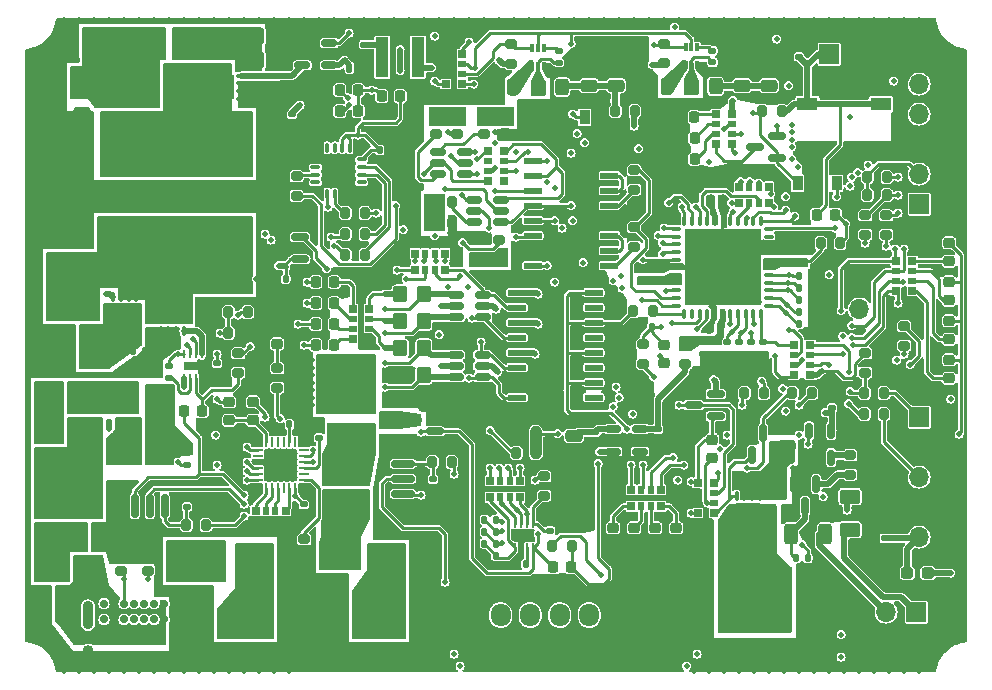
<source format=gbr>
%TF.GenerationSoftware,KiCad,Pcbnew,6.0.11+dfsg-1~bpo11+1*%
%TF.CreationDate,2024-03-26T15:28:24-05:00*%
%TF.ProjectId,BTMS,42544d53-2e6b-4696-9361-645f70636258,rev?*%
%TF.SameCoordinates,Original*%
%TF.FileFunction,Copper,L1,Top*%
%TF.FilePolarity,Positive*%
%FSLAX46Y46*%
G04 Gerber Fmt 4.6, Leading zero omitted, Abs format (unit mm)*
G04 Created by KiCad (PCBNEW 6.0.11+dfsg-1~bpo11+1) date 2024-03-26 15:28:24*
%MOMM*%
%LPD*%
G01*
G04 APERTURE LIST*
G04 Aperture macros list*
%AMRoundRect*
0 Rectangle with rounded corners*
0 $1 Rounding radius*
0 $2 $3 $4 $5 $6 $7 $8 $9 X,Y pos of 4 corners*
0 Add a 4 corners polygon primitive as box body*
4,1,4,$2,$3,$4,$5,$6,$7,$8,$9,$2,$3,0*
0 Add four circle primitives for the rounded corners*
1,1,$1+$1,$2,$3*
1,1,$1+$1,$4,$5*
1,1,$1+$1,$6,$7*
1,1,$1+$1,$8,$9*
0 Add four rect primitives between the rounded corners*
20,1,$1+$1,$2,$3,$4,$5,0*
20,1,$1+$1,$4,$5,$6,$7,0*
20,1,$1+$1,$6,$7,$8,$9,0*
20,1,$1+$1,$8,$9,$2,$3,0*%
G04 Aperture macros list end*
%TA.AperFunction,SMDPad,CuDef*%
%ADD10RoundRect,0.140000X0.170000X-0.140000X0.170000X0.140000X-0.170000X0.140000X-0.170000X-0.140000X0*%
%TD*%
%TA.AperFunction,ComponentPad*%
%ADD11RoundRect,0.250001X-1.099999X-1.099999X1.099999X-1.099999X1.099999X1.099999X-1.099999X1.099999X0*%
%TD*%
%TA.AperFunction,ComponentPad*%
%ADD12C,2.700000*%
%TD*%
%TA.AperFunction,SMDPad,CuDef*%
%ADD13RoundRect,0.200000X0.200000X0.275000X-0.200000X0.275000X-0.200000X-0.275000X0.200000X-0.275000X0*%
%TD*%
%TA.AperFunction,SMDPad,CuDef*%
%ADD14RoundRect,0.140000X0.140000X0.170000X-0.140000X0.170000X-0.140000X-0.170000X0.140000X-0.170000X0*%
%TD*%
%TA.AperFunction,SMDPad,CuDef*%
%ADD15RoundRect,0.140000X-0.140000X-0.170000X0.140000X-0.170000X0.140000X0.170000X-0.140000X0.170000X0*%
%TD*%
%TA.AperFunction,SMDPad,CuDef*%
%ADD16RoundRect,0.062500X0.062500X-0.287500X0.062500X0.287500X-0.062500X0.287500X-0.062500X-0.287500X0*%
%TD*%
%TA.AperFunction,SMDPad,CuDef*%
%ADD17R,1.600000X0.800000*%
%TD*%
%TA.AperFunction,SMDPad,CuDef*%
%ADD18RoundRect,0.218750X-0.218750X-0.256250X0.218750X-0.256250X0.218750X0.256250X-0.218750X0.256250X0*%
%TD*%
%TA.AperFunction,SMDPad,CuDef*%
%ADD19RoundRect,0.250000X-0.325000X-0.450000X0.325000X-0.450000X0.325000X0.450000X-0.325000X0.450000X0*%
%TD*%
%TA.AperFunction,SMDPad,CuDef*%
%ADD20RoundRect,0.250000X-0.312500X-0.625000X0.312500X-0.625000X0.312500X0.625000X-0.312500X0.625000X0*%
%TD*%
%TA.AperFunction,SMDPad,CuDef*%
%ADD21RoundRect,0.200000X-0.200000X-0.275000X0.200000X-0.275000X0.200000X0.275000X-0.200000X0.275000X0*%
%TD*%
%TA.AperFunction,SMDPad,CuDef*%
%ADD22RoundRect,0.062500X-0.062500X0.287500X-0.062500X-0.287500X0.062500X-0.287500X0.062500X0.287500X0*%
%TD*%
%TA.AperFunction,SMDPad,CuDef*%
%ADD23R,1.200000X0.800000*%
%TD*%
%TA.AperFunction,SMDPad,CuDef*%
%ADD24RoundRect,0.150000X-0.150000X0.512500X-0.150000X-0.512500X0.150000X-0.512500X0.150000X0.512500X0*%
%TD*%
%TA.AperFunction,SMDPad,CuDef*%
%ADD25RoundRect,0.218750X0.218750X0.256250X-0.218750X0.256250X-0.218750X-0.256250X0.218750X-0.256250X0*%
%TD*%
%TA.AperFunction,SMDPad,CuDef*%
%ADD26RoundRect,0.218750X-0.256250X0.218750X-0.256250X-0.218750X0.256250X-0.218750X0.256250X0.218750X0*%
%TD*%
%TA.AperFunction,SMDPad,CuDef*%
%ADD27RoundRect,0.062500X-0.375000X-0.062500X0.375000X-0.062500X0.375000X0.062500X-0.375000X0.062500X0*%
%TD*%
%TA.AperFunction,SMDPad,CuDef*%
%ADD28RoundRect,0.062500X-0.062500X-0.375000X0.062500X-0.375000X0.062500X0.375000X-0.062500X0.375000X0*%
%TD*%
%TA.AperFunction,SMDPad,CuDef*%
%ADD29R,2.600000X2.600000*%
%TD*%
%TA.AperFunction,SMDPad,CuDef*%
%ADD30RoundRect,0.140000X-0.170000X0.140000X-0.170000X-0.140000X0.170000X-0.140000X0.170000X0.140000X0*%
%TD*%
%TA.AperFunction,SMDPad,CuDef*%
%ADD31RoundRect,0.137500X0.662500X0.137500X-0.662500X0.137500X-0.662500X-0.137500X0.662500X-0.137500X0*%
%TD*%
%TA.AperFunction,SMDPad,CuDef*%
%ADD32RoundRect,0.250000X0.250000X0.475000X-0.250000X0.475000X-0.250000X-0.475000X0.250000X-0.475000X0*%
%TD*%
%TA.AperFunction,SMDPad,CuDef*%
%ADD33RoundRect,0.218750X0.256250X-0.218750X0.256250X0.218750X-0.256250X0.218750X-0.256250X-0.218750X0*%
%TD*%
%TA.AperFunction,SMDPad,CuDef*%
%ADD34R,0.700000X0.640000*%
%TD*%
%TA.AperFunction,SMDPad,CuDef*%
%ADD35R,0.700000X0.500000*%
%TD*%
%TA.AperFunction,SMDPad,CuDef*%
%ADD36RoundRect,0.200000X-0.275000X0.200000X-0.275000X-0.200000X0.275000X-0.200000X0.275000X0.200000X0*%
%TD*%
%TA.AperFunction,SMDPad,CuDef*%
%ADD37RoundRect,0.075000X-0.075000X0.325000X-0.075000X-0.325000X0.075000X-0.325000X0.075000X0.325000X0*%
%TD*%
%TA.AperFunction,SMDPad,CuDef*%
%ADD38R,2.050000X1.700000*%
%TD*%
%TA.AperFunction,SMDPad,CuDef*%
%ADD39RoundRect,0.300000X0.800000X0.300000X-0.800000X0.300000X-0.800000X-0.300000X0.800000X-0.300000X0*%
%TD*%
%TA.AperFunction,SMDPad,CuDef*%
%ADD40RoundRect,0.250000X0.250000X0.500000X-0.250000X0.500000X-0.250000X-0.500000X0.250000X-0.500000X0*%
%TD*%
%TA.AperFunction,SMDPad,CuDef*%
%ADD41R,0.900000X1.200000*%
%TD*%
%TA.AperFunction,SMDPad,CuDef*%
%ADD42RoundRect,0.250000X0.375000X0.625000X-0.375000X0.625000X-0.375000X-0.625000X0.375000X-0.625000X0*%
%TD*%
%TA.AperFunction,SMDPad,CuDef*%
%ADD43RoundRect,0.200000X0.275000X-0.200000X0.275000X0.200000X-0.275000X0.200000X-0.275000X-0.200000X0*%
%TD*%
%TA.AperFunction,SMDPad,CuDef*%
%ADD44RoundRect,0.075000X0.325000X0.075000X-0.325000X0.075000X-0.325000X-0.075000X0.325000X-0.075000X0*%
%TD*%
%TA.AperFunction,SMDPad,CuDef*%
%ADD45R,1.700000X2.050000*%
%TD*%
%TA.AperFunction,SMDPad,CuDef*%
%ADD46RoundRect,0.250000X-0.350000X-0.450000X0.350000X-0.450000X0.350000X0.450000X-0.350000X0.450000X0*%
%TD*%
%TA.AperFunction,SMDPad,CuDef*%
%ADD47RoundRect,0.250000X0.475000X-0.250000X0.475000X0.250000X-0.475000X0.250000X-0.475000X-0.250000X0*%
%TD*%
%TA.AperFunction,ComponentPad*%
%ADD48C,0.700000*%
%TD*%
%TA.AperFunction,ComponentPad*%
%ADD49O,0.900000X2.400000*%
%TD*%
%TA.AperFunction,ComponentPad*%
%ADD50O,0.900000X1.700000*%
%TD*%
%TA.AperFunction,SMDPad,CuDef*%
%ADD51RoundRect,0.150000X-0.150000X0.587500X-0.150000X-0.587500X0.150000X-0.587500X0.150000X0.587500X0*%
%TD*%
%TA.AperFunction,SMDPad,CuDef*%
%ADD52RoundRect,0.150000X0.512500X0.150000X-0.512500X0.150000X-0.512500X-0.150000X0.512500X-0.150000X0*%
%TD*%
%TA.AperFunction,SMDPad,CuDef*%
%ADD53RoundRect,0.250000X-0.250000X-0.475000X0.250000X-0.475000X0.250000X0.475000X-0.250000X0.475000X0*%
%TD*%
%TA.AperFunction,SMDPad,CuDef*%
%ADD54R,0.340000X0.700000*%
%TD*%
%TA.AperFunction,SMDPad,CuDef*%
%ADD55RoundRect,0.250000X0.312500X0.625000X-0.312500X0.625000X-0.312500X-0.625000X0.312500X-0.625000X0*%
%TD*%
%TA.AperFunction,ComponentPad*%
%ADD56R,1.700000X1.700000*%
%TD*%
%TA.AperFunction,ComponentPad*%
%ADD57O,1.700000X1.700000*%
%TD*%
%TA.AperFunction,SMDPad,CuDef*%
%ADD58RoundRect,0.250000X-0.475000X0.250000X-0.475000X-0.250000X0.475000X-0.250000X0.475000X0.250000X0*%
%TD*%
%TA.AperFunction,SMDPad,CuDef*%
%ADD59RoundRect,0.237500X0.287500X0.237500X-0.287500X0.237500X-0.287500X-0.237500X0.287500X-0.237500X0*%
%TD*%
%TA.AperFunction,SMDPad,CuDef*%
%ADD60RoundRect,0.150000X-0.150000X0.825000X-0.150000X-0.825000X0.150000X-0.825000X0.150000X0.825000X0*%
%TD*%
%TA.AperFunction,SMDPad,CuDef*%
%ADD61RoundRect,0.087500X-0.325000X-0.087500X0.325000X-0.087500X0.325000X0.087500X-0.325000X0.087500X0*%
%TD*%
%TA.AperFunction,SMDPad,CuDef*%
%ADD62RoundRect,0.087500X-0.087500X-0.325000X0.087500X-0.325000X0.087500X0.325000X-0.087500X0.325000X0*%
%TD*%
%TA.AperFunction,SMDPad,CuDef*%
%ADD63R,6.450000X6.450000*%
%TD*%
%TA.AperFunction,SMDPad,CuDef*%
%ADD64RoundRect,0.075000X0.075000X-0.325000X0.075000X0.325000X-0.075000X0.325000X-0.075000X-0.325000X0*%
%TD*%
%TA.AperFunction,SMDPad,CuDef*%
%ADD65R,0.950000X1.000000*%
%TD*%
%TA.AperFunction,SMDPad,CuDef*%
%ADD66R,3.200000X4.900000*%
%TD*%
%TA.AperFunction,SMDPad,CuDef*%
%ADD67RoundRect,0.150000X0.587500X0.150000X-0.587500X0.150000X-0.587500X-0.150000X0.587500X-0.150000X0*%
%TD*%
%TA.AperFunction,SMDPad,CuDef*%
%ADD68R,0.640000X0.700000*%
%TD*%
%TA.AperFunction,SMDPad,CuDef*%
%ADD69R,0.500000X0.700000*%
%TD*%
%TA.AperFunction,SMDPad,CuDef*%
%ADD70RoundRect,0.150000X-0.825000X-0.150000X0.825000X-0.150000X0.825000X0.150000X-0.825000X0.150000X0*%
%TD*%
%TA.AperFunction,SMDPad,CuDef*%
%ADD71RoundRect,0.250000X-0.625000X0.375000X-0.625000X-0.375000X0.625000X-0.375000X0.625000X0.375000X0*%
%TD*%
%TA.AperFunction,SMDPad,CuDef*%
%ADD72R,1.000000X0.950000*%
%TD*%
%TA.AperFunction,SMDPad,CuDef*%
%ADD73R,4.900000X3.200000*%
%TD*%
%TA.AperFunction,SMDPad,CuDef*%
%ADD74R,1.100000X3.400000*%
%TD*%
%TA.AperFunction,SMDPad,CuDef*%
%ADD75RoundRect,0.075000X0.075000X-0.350000X0.075000X0.350000X-0.075000X0.350000X-0.075000X-0.350000X0*%
%TD*%
%TA.AperFunction,SMDPad,CuDef*%
%ADD76RoundRect,0.075000X0.350000X-0.075000X0.350000X0.075000X-0.350000X0.075000X-0.350000X-0.075000X0*%
%TD*%
%TA.AperFunction,SMDPad,CuDef*%
%ADD77R,2.100000X2.100000*%
%TD*%
%TA.AperFunction,ComponentPad*%
%ADD78RoundRect,0.250000X0.600000X0.725000X-0.600000X0.725000X-0.600000X-0.725000X0.600000X-0.725000X0*%
%TD*%
%TA.AperFunction,ComponentPad*%
%ADD79O,1.700000X1.950000*%
%TD*%
%TA.AperFunction,SMDPad,CuDef*%
%ADD80R,5.400000X2.900000*%
%TD*%
%TA.AperFunction,SMDPad,CuDef*%
%ADD81R,1.800000X1.100000*%
%TD*%
%TA.AperFunction,SMDPad,CuDef*%
%ADD82RoundRect,0.150000X-0.512500X-0.150000X0.512500X-0.150000X0.512500X0.150000X-0.512500X0.150000X0*%
%TD*%
%TA.AperFunction,ViaPad*%
%ADD83C,0.500000*%
%TD*%
%TA.AperFunction,Conductor*%
%ADD84C,0.250000*%
%TD*%
%TA.AperFunction,Conductor*%
%ADD85C,0.500000*%
%TD*%
%TA.AperFunction,Conductor*%
%ADD86C,1.000000*%
%TD*%
G04 APERTURE END LIST*
D10*
%TO.P,C56,1*%
%TO.N,Net-(C56-Pad1)*%
X174244000Y-98524000D03*
%TO.P,C56,2*%
%TO.N,GND*%
X174244000Y-97564000D03*
%TD*%
D11*
%TO.P,J5,1*%
%TO.N,/PowerOutput*%
X171631000Y-145542000D03*
D12*
%TO.P,J5,2*%
%TO.N,GND*%
X175591000Y-145542000D03*
%TD*%
D13*
%TO.P,R13,1*%
%TO.N,/BV_Fault*%
X155003000Y-139954000D03*
%TO.P,R13,2*%
%TO.N,+3V3*%
X153353000Y-139954000D03*
%TD*%
D14*
%TO.P,C6,1*%
%TO.N,Net-(C3-Pad1)*%
X148562000Y-140758000D03*
%TO.P,C6,2*%
%TO.N,GND*%
X147602000Y-140758000D03*
%TD*%
D15*
%TO.P,C14,1*%
%TO.N,/LithCell_V2*%
X174272000Y-120142000D03*
%TO.P,C14,2*%
%TO.N,GND*%
X175232000Y-120142000D03*
%TD*%
D16*
%TO.P,U11,1,UGATE*%
%TO.N,/HighCHfet*%
X122186000Y-125714000D03*
%TO.P,U11,2,BOOT*%
%TO.N,Net-(C19-Pad1)*%
X122686000Y-125714000D03*
%TO.P,U11,3,PWM*%
%TO.N,Net-(D18-Pad2)*%
X123186000Y-125714000D03*
%TO.P,U11,4,GND*%
%TO.N,GND*%
X123686000Y-125714000D03*
%TO.P,U11,5,LGATE*%
%TO.N,/LowCHfet*%
X123686000Y-123714000D03*
%TO.P,U11,6,VCC*%
%TO.N,+5P*%
X123186000Y-123714000D03*
%TO.P,U11,7,FCCM*%
%TO.N,Net-(R24-Pad1)*%
X122686000Y-123714000D03*
%TO.P,U11,8,PHASE*%
%TO.N,/BTStrapSig*%
X122186000Y-123714000D03*
D17*
%TO.P,U11,9,PAD*%
%TO.N,GND*%
X122936000Y-124714000D03*
%TD*%
D18*
%TO.P,D31,1,K*%
%TO.N,GND*%
X163830000Y-105410000D03*
%TO.P,D31,2,A*%
%TO.N,Net-(D31-Pad2)*%
X165405000Y-105410000D03*
%TD*%
D19*
%TO.P,L3,1,1*%
%TO.N,Net-(C44-Pad2)*%
X152137000Y-101092000D03*
%TO.P,L3,2,2*%
%TO.N,+5P*%
X154187000Y-101092000D03*
%TD*%
D20*
%TO.P,FB2,1*%
%TO.N,Net-(C25-Pad1)*%
X119441500Y-97282000D03*
%TO.P,FB2,2*%
%TO.N,/ExtBus*%
X122366500Y-97282000D03*
%TD*%
D21*
%TO.P,R24,1*%
%TO.N,Net-(R24-Pad1)*%
X125921000Y-120142000D03*
%TO.P,R24,2*%
%TO.N,+5P*%
X127571000Y-120142000D03*
%TD*%
D13*
%TO.P,R71,1*%
%TO.N,GND*%
X144843000Y-112585000D03*
%TO.P,R71,2*%
%TO.N,/LithCell_V3*%
X143193000Y-112585000D03*
%TD*%
D15*
%TO.P,C20,1*%
%TO.N,Net-(C18-Pad1)*%
X117884000Y-123444000D03*
%TO.P,C20,2*%
%TO.N,GND*%
X118844000Y-123444000D03*
%TD*%
D22*
%TO.P,U3,1,VDD*%
%TO.N,Net-(C4-Pad1)*%
X151702000Y-138050000D03*
%TO.P,U3,2,V4*%
%TO.N,Net-(C2-Pad2)*%
X151202000Y-138050000D03*
%TO.P,U3,3,V3*%
%TO.N,Net-(C1-Pad2)*%
X150702000Y-138050000D03*
%TO.P,U3,4,V2*%
%TO.N,Net-(C1-Pad1)*%
X150202000Y-138050000D03*
%TO.P,U3,5,V1*%
%TO.N,Net-(C3-Pad1)*%
X150202000Y-140050000D03*
%TO.P,U3,6,VSS*%
%TO.N,GND*%
X150702000Y-140050000D03*
%TO.P,U3,7,CD*%
%TO.N,Net-(C5-Pad1)*%
X151202000Y-140050000D03*
%TO.P,U3,8,OUT*%
%TO.N,Net-(D8-Pad1)*%
X151702000Y-140050000D03*
D23*
%TO.P,U3,9,PAD*%
%TO.N,GND*%
X150952000Y-139050000D03*
%TD*%
D21*
%TO.P,R40,1*%
%TO.N,/USB_D-*%
X135827000Y-115316000D03*
%TO.P,R40,2*%
%TO.N,Net-(R40-Pad2)*%
X137477000Y-115316000D03*
%TD*%
D24*
%TO.P,U17,1,VDD*%
%TO.N,+5P*%
X176972000Y-130180500D03*
%TO.P,U17,2,GND*%
%TO.N,GND*%
X176022000Y-130180500D03*
%TO.P,U17,3,IN+*%
%TO.N,/Heat_CTRL*%
X175072000Y-130180500D03*
%TO.P,U17,4,XREF*%
%TO.N,GND*%
X175072000Y-132455500D03*
%TO.P,U17,5,OUT*%
%TO.N,Net-(R39-Pad1)*%
X176972000Y-132455500D03*
%TD*%
D21*
%TO.P,R48,1*%
%TO.N,Net-(R48-Pad1)*%
X135827000Y-111760000D03*
%TO.P,R48,2*%
%TO.N,/U1TX*%
X137477000Y-111760000D03*
%TD*%
%TO.P,R12,1*%
%TO.N,+3V3*%
X180023000Y-108712000D03*
%TO.P,R12,2*%
%TO.N,/PGMD*%
X181673000Y-108712000D03*
%TD*%
D10*
%TO.P,C27,1*%
%TO.N,Net-(C25-Pad1)*%
X113030000Y-99794000D03*
%TO.P,C27,2*%
%TO.N,GND*%
X113030000Y-98834000D03*
%TD*%
D25*
%TO.P,D5,1,K*%
%TO.N,Net-(D5-Pad1)*%
X134899500Y-117602000D03*
%TO.P,D5,2,A*%
%TO.N,Net-(D5-Pad2)*%
X133324500Y-117602000D03*
%TD*%
D26*
%TO.P,D9,1,K*%
%TO.N,GND*%
X130048000Y-121259500D03*
%TO.P,D9,2,A*%
%TO.N,Net-(D9-Pad2)*%
X130048000Y-122834500D03*
%TD*%
D21*
%TO.P,R23,1*%
%TO.N,Net-(D17-Pad2)*%
X173673000Y-127000000D03*
%TO.P,R23,2*%
%TO.N,/PowerOutEnable*%
X175323000Y-127000000D03*
%TD*%
%TO.P,R14,1*%
%TO.N,+3V3*%
X180023000Y-110236000D03*
%TO.P,R14,2*%
%TO.N,/PGMC*%
X181673000Y-110236000D03*
%TD*%
D27*
%TO.P,U7,1,ISENP*%
%TO.N,Net-(D1-Pad3)*%
X128408500Y-131846000D03*
%TO.P,U7,2,NC*%
%TO.N,unconnected-(U7-Pad2)*%
X128408500Y-132346000D03*
%TO.P,U7,3,GND*%
%TO.N,GND*%
X128408500Y-132846000D03*
%TO.P,U7,4,SDA*%
%TO.N,Net-(R15-Pad2)*%
X128408500Y-133346000D03*
%TO.P,U7,5,SCL*%
%TO.N,Net-(R16-Pad2)*%
X128408500Y-133846000D03*
%TO.P,U7,6,GPIO4*%
%TO.N,Net-(R18-Pad2)*%
X128408500Y-134346000D03*
D28*
%TO.P,U7,7,GPIO2*%
%TO.N,Net-(RN3-Pad4)*%
X129096000Y-135033500D03*
%TO.P,U7,8,GPIO1*%
%TO.N,Net-(RN3-Pad3)*%
X129596000Y-135033500D03*
%TO.P,U7,9,GPIO3*%
%TO.N,Net-(RN3-Pad2)*%
X130096000Y-135033500D03*
%TO.P,U7,10,NC*%
%TO.N,unconnected-(U7-Pad10)*%
X130596000Y-135033500D03*
%TO.P,U7,11,GPIO5*%
%TO.N,Net-(RN3-Pad1)*%
X131096000Y-135033500D03*
%TO.P,U7,12,V3VD*%
%TO.N,+3.3VP*%
X131596000Y-135033500D03*
D27*
%TO.P,U7,13,OTP*%
%TO.N,Net-(R21-Pad2)*%
X132283500Y-134346000D03*
%TO.P,U7,14,VFB*%
%TO.N,unconnected-(U7-Pad14)*%
X132283500Y-133846000D03*
%TO.P,U7,15,IFB*%
%TO.N,Net-(C10-Pad1)*%
X132283500Y-133346000D03*
%TO.P,U7,16,CC2*%
%TO.N,/CC2*%
X132283500Y-132846000D03*
%TO.P,U7,17,CC1*%
%TO.N,/CC1*%
X132283500Y-132346000D03*
%TO.P,U7,18,NC*%
%TO.N,unconnected-(U7-Pad18)*%
X132283500Y-131846000D03*
D28*
%TO.P,U7,19,NC*%
%TO.N,unconnected-(U7-Pad19)*%
X131596000Y-131158500D03*
%TO.P,U7,20,V5V*%
%TO.N,+5VP*%
X131096000Y-131158500D03*
%TO.P,U7,21,NC*%
%TO.N,unconnected-(U7-Pad21)*%
X130596000Y-131158500D03*
%TO.P,U7,22,VBUS*%
%TO.N,unconnected-(U7-Pad22)*%
X130096000Y-131158500D03*
%TO.P,U7,23,PWR_EN*%
%TO.N,unconnected-(U7-Pad23)*%
X129596000Y-131158500D03*
%TO.P,U7,24,VCC*%
%TO.N,Net-(D10-Pad1)*%
X129096000Y-131158500D03*
D29*
%TO.P,U7,25,PAD*%
%TO.N,GND*%
X130346000Y-133096000D03*
%TD*%
D13*
%TO.P,R78,1*%
%TO.N,/ChargeVoltage*%
X151955000Y-132080000D03*
%TO.P,R78,2*%
%TO.N,VBUS*%
X150305000Y-132080000D03*
%TD*%
D14*
%TO.P,C47,1*%
%TO.N,/ExtBus*%
X174978000Y-140970000D03*
%TO.P,C47,2*%
%TO.N,Net-(C47-Pad2)*%
X174018000Y-140970000D03*
%TD*%
D15*
%TO.P,C1,1*%
%TO.N,Net-(C1-Pad1)*%
X147602000Y-138726000D03*
%TO.P,C1,2*%
%TO.N,Net-(C1-Pad2)*%
X148562000Y-138726000D03*
%TD*%
D30*
%TO.P,C51,1*%
%TO.N,Net-(C48-Pad1)*%
X166116000Y-122710000D03*
%TO.P,C51,2*%
%TO.N,GND*%
X166116000Y-123670000D03*
%TD*%
D31*
%TO.P,U5,1,in1_A*%
%TO.N,Net-(RN2-Pad8)*%
X156858000Y-127381000D03*
%TO.P,U5,2,in1_C*%
%TO.N,/Mult_SEL*%
X156858000Y-126111000D03*
%TO.P,U5,3,in2_A*%
%TO.N,Net-(RN2-Pad7)*%
X156858000Y-124841000D03*
%TO.P,U5,4,in2_C*%
%TO.N,/Mult_SEL*%
X156858000Y-123571000D03*
%TO.P,U5,5,in3_A*%
%TO.N,Net-(RN2-Pad6)*%
X156858000Y-122301000D03*
%TO.P,U5,6,in3_C*%
%TO.N,/Mult_SEL*%
X156858000Y-121031000D03*
%TO.P,U5,7,in4_A*%
%TO.N,Net-(RN2-Pad5)*%
X156858000Y-119761000D03*
%TO.P,U5,8,in4_C*%
%TO.N,/Mult_SEL*%
X156858000Y-118491000D03*
%TO.P,U5,9,out4_E*%
%TO.N,/LBatt_Cell_3*%
X150358000Y-118491000D03*
%TO.P,U5,10,out4_C*%
%TO.N,Net-(RN6-Pad4)*%
X150358000Y-119761000D03*
%TO.P,U5,11,out3_E*%
%TO.N,/LBatt_Cell_2*%
X150358000Y-121031000D03*
%TO.P,U5,12,out3_C*%
%TO.N,Net-(RN6-Pad3)*%
X150358000Y-122301000D03*
%TO.P,U5,13,out2_E*%
%TO.N,/LBatt_Cell_1*%
X150358000Y-123571000D03*
%TO.P,U5,14,out2_C*%
%TO.N,Net-(RN6-Pad2)*%
X150358000Y-124841000D03*
%TO.P,U5,15,out1_E*%
%TO.N,GND*%
X150358000Y-126111000D03*
%TO.P,U5,16,out1_C*%
%TO.N,Net-(RN6-Pad1)*%
X150358000Y-127381000D03*
%TD*%
D32*
%TO.P,C18,1*%
%TO.N,Net-(C18-Pad1)*%
X113980000Y-123698000D03*
%TO.P,C18,2*%
%TO.N,GND*%
X112080000Y-123698000D03*
%TD*%
D33*
%TO.P,D22,1,K*%
%TO.N,GND*%
X163830000Y-139979500D03*
%TO.P,D22,2,A*%
%TO.N,Net-(D22-Pad2)*%
X163830000Y-138404500D03*
%TD*%
D34*
%TO.P,RN12,1,R1.1*%
%TO.N,Net-(D33-Pad2)*%
X145734000Y-100838000D03*
D35*
%TO.P,RN12,2,R2.1*%
%TO.N,Net-(R42-Pad1)*%
X145734000Y-99968000D03*
%TO.P,RN12,3,R3.1*%
%TO.N,Power_EN*%
X145734000Y-99168000D03*
D34*
%TO.P,RN12,4,R4.1*%
%TO.N,Net-(R44-Pad1)*%
X145734000Y-98298000D03*
%TO.P,RN12,5,R4.2*%
%TO.N,GND*%
X144334000Y-98298000D03*
D35*
%TO.P,RN12,6,R3.2*%
X144334000Y-99168000D03*
%TO.P,RN12,7,R2.2*%
X144334000Y-99968000D03*
D34*
%TO.P,RN12,8,R1.2*%
%TO.N,/IntBus*%
X144334000Y-100838000D03*
%TD*%
D36*
%TO.P,R18,1*%
%TO.N,Net-(D9-Pad2)*%
X130048000Y-124905000D03*
%TO.P,R18,2*%
%TO.N,Net-(R18-Pad2)*%
X130048000Y-126555000D03*
%TD*%
D37*
%TO.P,U12,1,S*%
%TO.N,/BTStrapSig*%
X118129000Y-118884000D03*
%TO.P,U12,2,S*%
X117479000Y-118884000D03*
%TO.P,U12,3,S*%
X116829000Y-118884000D03*
%TO.P,U12,4,G*%
%TO.N,/HighCHfet*%
X116179000Y-118884000D03*
%TO.P,U12,5,D*%
%TO.N,Net-(C18-Pad1)*%
X116179000Y-121784000D03*
%TO.P,U12,6,D*%
X116829000Y-121784000D03*
%TO.P,U12,7,D*%
X117479000Y-121784000D03*
%TO.P,U12,8,D*%
X118129000Y-121784000D03*
D38*
%TO.P,U12,9,D*%
X117154000Y-120334000D03*
%TD*%
D25*
%TO.P,D26,1,K*%
%TO.N,Power_EN*%
X136931500Y-101346000D03*
%TO.P,D26,2,A*%
%TO.N,/SW_Signal*%
X135356500Y-101346000D03*
%TD*%
D21*
%TO.P,R3,1*%
%TO.N,/Mult_SEL*%
X160211000Y-120015000D03*
%TO.P,R3,2*%
%TO.N,Net-(R3-Pad2)*%
X161861000Y-120015000D03*
%TD*%
D36*
%TO.P,R2,1*%
%TO.N,GND*%
X119126000Y-140399000D03*
%TO.P,R2,2*%
%TO.N,/CC2*%
X119126000Y-142049000D03*
%TD*%
D10*
%TO.P,C41,1*%
%TO.N,+3V3*%
X174498000Y-115796000D03*
%TO.P,C41,2*%
%TO.N,GND*%
X174498000Y-114836000D03*
%TD*%
%TO.P,C4,1*%
%TO.N,Net-(C4-Pad1)*%
X153162000Y-138656000D03*
%TO.P,C4,2*%
%TO.N,GND*%
X153162000Y-137696000D03*
%TD*%
D11*
%TO.P,J4,1*%
%TO.N,Net-(F2-Pad1)*%
X138917000Y-145625000D03*
D12*
%TO.P,J4,2*%
%TO.N,GND*%
X142877000Y-145625000D03*
%TD*%
D39*
%TO.P,U6,1,T1*%
%TO.N,/IntBus*%
X137088500Y-130786000D03*
D40*
%TO.P,U6,2,Trig*%
%TO.N,Net-(Q2-Pad3)*%
X139160000Y-129292000D03*
D39*
%TO.P,U6,3,T2*%
%TO.N,/ExtBus*%
X137160000Y-127786000D03*
%TD*%
D36*
%TO.P,R47,1*%
%TO.N,Net-(R47-Pad1)*%
X131699000Y-108649000D03*
%TO.P,R47,2*%
%TO.N,/U1RX*%
X131699000Y-110299000D03*
%TD*%
D32*
%TO.P,C37,1*%
%TO.N,Net-(C37-Pad1)*%
X150048000Y-101092000D03*
%TO.P,C37,2*%
%TO.N,GND*%
X148148000Y-101092000D03*
%TD*%
D18*
%TO.P,D18,1,K*%
%TO.N,/C_Fault*%
X122148500Y-128524000D03*
%TO.P,D18,2,A*%
%TO.N,Net-(D18-Pad2)*%
X123723500Y-128524000D03*
%TD*%
D10*
%TO.P,C19,1*%
%TO.N,Net-(C19-Pad1)*%
X120904000Y-125702000D03*
%TO.P,C19,2*%
%TO.N,/BTStrapSig*%
X120904000Y-124742000D03*
%TD*%
D13*
%TO.P,R79,1*%
%TO.N,/ChargeVoltage*%
X151955000Y-130302000D03*
%TO.P,R79,2*%
%TO.N,GND*%
X150305000Y-130302000D03*
%TD*%
D41*
%TO.P,D33,1,K*%
%TO.N,/IntBus*%
X177418000Y-109220000D03*
%TO.P,D33,2,A*%
%TO.N,Net-(D33-Pad2)*%
X174118000Y-109220000D03*
%TD*%
D42*
%TO.P,F1,1*%
%TO.N,Net-(F1-Pad1)*%
X113922000Y-141732000D03*
%TO.P,F1,2*%
%TO.N,Net-(D1-Pad1)*%
X111122000Y-141732000D03*
%TD*%
D34*
%TO.P,RN10,1,R1.1*%
%TO.N,Net-(RN10-Pad1)*%
X149290000Y-109029000D03*
D35*
%TO.P,RN10,2,R2.1*%
%TO.N,Net-(RN10-Pad2)*%
X149290000Y-108159000D03*
%TO.P,RN10,3,R3.1*%
%TO.N,Net-(RN10-Pad3)*%
X149290000Y-107359000D03*
D34*
%TO.P,RN10,4,R4.1*%
%TO.N,Net-(RN10-Pad4)*%
X149290000Y-106489000D03*
%TO.P,RN10,5,R4.2*%
%TO.N,/LBatt_Cell_4*%
X147890000Y-106489000D03*
D35*
%TO.P,RN10,6,R3.2*%
%TO.N,/LBatt_Cell_3*%
X147890000Y-107359000D03*
%TO.P,RN10,7,R2.2*%
%TO.N,/LBatt_Cell_2*%
X147890000Y-108159000D03*
D34*
%TO.P,RN10,8,R1.2*%
%TO.N,/LBatt_Cell_1*%
X147890000Y-109029000D03*
%TD*%
D43*
%TO.P,R66,1*%
%TO.N,Net-(R66-Pad1)*%
X147574000Y-105028000D03*
%TO.P,R66,2*%
%TO.N,/LithCell_V2*%
X147574000Y-103378000D03*
%TD*%
D44*
%TO.P,U15,1,S*%
%TO.N,GND*%
X127000000Y-102079000D03*
%TO.P,U15,2,S*%
X127000000Y-101429000D03*
%TO.P,U15,3,S*%
X127000000Y-100779000D03*
%TO.P,U15,4,G*%
%TO.N,Net-(U14-Pad5)*%
X127000000Y-100129000D03*
%TO.P,U15,5,D*%
%TO.N,Net-(D24-Pad1)*%
X124100000Y-100129000D03*
%TO.P,U15,6,D*%
X124100000Y-100779000D03*
%TO.P,U15,7,D*%
X124100000Y-101429000D03*
%TO.P,U15,8,D*%
X124100000Y-102079000D03*
D45*
%TO.P,U15,9,D*%
X125550000Y-101104000D03*
%TD*%
D46*
%TO.P,R31,1*%
%TO.N,/LBatt_Cell_1*%
X140478000Y-123190000D03*
%TO.P,R31,2*%
%TO.N,Net-(D3-Pad2)*%
X142478000Y-123190000D03*
%TD*%
D30*
%TO.P,C21,1*%
%TO.N,+5P*%
X124968000Y-124488000D03*
%TO.P,C21,2*%
%TO.N,GND*%
X124968000Y-125448000D03*
%TD*%
D47*
%TO.P,C52,1*%
%TO.N,+5P*%
X158750000Y-100963000D03*
%TO.P,C52,2*%
%TO.N,GND*%
X158750000Y-99063000D03*
%TD*%
D18*
%TO.P,D8,1,K*%
%TO.N,Net-(D8-Pad1)*%
X153390500Y-141732000D03*
%TO.P,D8,2,A*%
%TO.N,/BV_Fault*%
X154965500Y-141732000D03*
%TD*%
D48*
%TO.P,J2,A1,GND*%
%TO.N,GND*%
X115389000Y-144819000D03*
%TO.P,J2,A4,VBUS*%
%TO.N,Net-(F1-Pad1)*%
X116239000Y-144819000D03*
%TO.P,J2,A5,CC1*%
%TO.N,/CC1*%
X117089000Y-144819000D03*
%TO.P,J2,A6,D+*%
%TO.N,/USB_D+*%
X117939000Y-144819000D03*
%TO.P,J2,A7,D-*%
%TO.N,/USB_D-*%
X118789000Y-144819000D03*
%TO.P,J2,A8,SBU1*%
%TO.N,unconnected-(J2-PadA8)*%
X119639000Y-144819000D03*
%TO.P,J2,A9,VBUS*%
%TO.N,Net-(F1-Pad1)*%
X120489000Y-144819000D03*
%TO.P,J2,A12,GND*%
%TO.N,GND*%
X121339000Y-144819000D03*
%TO.P,J2,B1,GND*%
X121339000Y-146169000D03*
%TO.P,J2,B4,VBUS*%
%TO.N,Net-(F1-Pad1)*%
X120489000Y-146169000D03*
%TO.P,J2,B5,CC2*%
%TO.N,/CC2*%
X119639000Y-146169000D03*
%TO.P,J2,B6,D+*%
%TO.N,/USB_D+*%
X118789000Y-146169000D03*
%TO.P,J2,B7,D-*%
%TO.N,/USB_D-*%
X117939000Y-146169000D03*
%TO.P,J2,B8,SBU2*%
%TO.N,unconnected-(J2-PadB8)*%
X117089000Y-146169000D03*
%TO.P,J2,B9,VBUS*%
%TO.N,Net-(F1-Pad1)*%
X116239000Y-146169000D03*
%TO.P,J2,B12,GND*%
%TO.N,GND*%
X115389000Y-146169000D03*
D49*
%TO.P,J2,S1,SHIELD*%
X114039000Y-145799000D03*
D50*
X114039000Y-149179000D03*
D49*
X122689000Y-145799000D03*
D50*
X122689000Y-149179000D03*
%TD*%
D33*
%TO.P,D11,1,K*%
%TO.N,Net-(D10-Pad1)*%
X125984000Y-129311500D03*
%TO.P,D11,2,A*%
%TO.N,VBUS*%
X125984000Y-127736500D03*
%TD*%
D43*
%TO.P,R76,1*%
%TO.N,Net-(R76-Pad1)*%
X160274000Y-109791000D03*
%TO.P,R76,2*%
%TO.N,/V_Switched*%
X160274000Y-108141000D03*
%TD*%
D47*
%TO.P,C11,1*%
%TO.N,/ExtBus*%
X173228000Y-131506000D03*
%TO.P,C11,2*%
%TO.N,GND*%
X173228000Y-129606000D03*
%TD*%
D15*
%TO.P,C12,1*%
%TO.N,/LithCell_V1*%
X174272000Y-121158000D03*
%TO.P,C12,2*%
%TO.N,GND*%
X175232000Y-121158000D03*
%TD*%
D43*
%TO.P,R64,1*%
%TO.N,Net-(R64-Pad1)*%
X143510000Y-105028000D03*
%TO.P,R64,2*%
%TO.N,/LithCell_V1*%
X143510000Y-103378000D03*
%TD*%
D51*
%TO.P,Q6,1,G*%
%TO.N,Net-(Q6-Pad1)*%
X175702000Y-134698500D03*
%TO.P,Q6,2,S*%
%TO.N,GND*%
X173802000Y-134698500D03*
%TO.P,Q6,3,D*%
%TO.N,Net-(C47-Pad2)*%
X174752000Y-136573500D03*
%TD*%
D34*
%TO.P,RN11,1,R1.1*%
%TO.N,/C_Fault*%
X165670000Y-134620000D03*
D35*
%TO.P,RN11,2,R2.1*%
%TO.N,GND*%
X165670000Y-135490000D03*
%TO.P,RN11,3,R3.1*%
X165670000Y-136290000D03*
D34*
%TO.P,RN11,4,R4.1*%
%TO.N,/ExtBus*%
X165670000Y-137160000D03*
%TO.P,RN11,5,R4.2*%
%TO.N,/ExtBus_RES*%
X167070000Y-137160000D03*
D35*
%TO.P,RN11,6,R3.2*%
%TO.N,Net-(D17-Pad2)*%
X167070000Y-136290000D03*
%TO.P,RN11,7,R2.2*%
%TO.N,/C_Fault_In*%
X167070000Y-135490000D03*
D34*
%TO.P,RN11,8,R1.2*%
%TO.N,+3V3*%
X167070000Y-134620000D03*
%TD*%
D10*
%TO.P,C43,1*%
%TO.N,+5P*%
X177038000Y-128242000D03*
%TO.P,C43,2*%
%TO.N,GND*%
X177038000Y-127282000D03*
%TD*%
D33*
%TO.P,D21,1,K*%
%TO.N,GND*%
X162052000Y-139979500D03*
%TO.P,D21,2,A*%
%TO.N,Net-(D21-Pad2)*%
X162052000Y-138404500D03*
%TD*%
D36*
%TO.P,R1,1*%
%TO.N,GND*%
X116840000Y-140399000D03*
%TO.P,R1,2*%
%TO.N,/CC1*%
X116840000Y-142049000D03*
%TD*%
D25*
%TO.P,D4,1,K*%
%TO.N,Net-(D4-Pad1)*%
X134899500Y-119380000D03*
%TO.P,D4,2,A*%
%TO.N,Net-(D4-Pad2)*%
X133324500Y-119380000D03*
%TD*%
D46*
%TO.P,R59,1*%
%TO.N,/LBatt_Cell_3*%
X140478000Y-118618000D03*
%TO.P,R59,2*%
%TO.N,Net-(D5-Pad2)*%
X142478000Y-118618000D03*
%TD*%
D43*
%TO.P,R46,1*%
%TO.N,+3.3VA*%
X164592000Y-124523000D03*
%TO.P,R46,2*%
%TO.N,Net-(C48-Pad1)*%
X164592000Y-122873000D03*
%TD*%
%TO.P,R65,1*%
%TO.N,GND*%
X145288000Y-105028000D03*
%TO.P,R65,2*%
%TO.N,/LithCell_V1*%
X145288000Y-103378000D03*
%TD*%
D34*
%TO.P,RN4,1,R1.1*%
%TO.N,GND*%
X137860000Y-122428000D03*
D35*
%TO.P,RN4,2,R2.1*%
%TO.N,/LBatt_Cell_1*%
X137860000Y-121558000D03*
%TO.P,RN4,3,R3.1*%
%TO.N,/LBatt_Cell_2*%
X137860000Y-120758000D03*
D34*
%TO.P,RN4,4,R4.1*%
%TO.N,/LBatt_Cell_3*%
X137860000Y-119888000D03*
%TO.P,RN4,5,R4.2*%
%TO.N,Net-(D5-Pad1)*%
X136460000Y-119888000D03*
D35*
%TO.P,RN4,6,R3.2*%
%TO.N,Net-(D4-Pad1)*%
X136460000Y-120758000D03*
%TO.P,RN4,7,R2.2*%
%TO.N,Net-(D3-Pad1)*%
X136460000Y-121558000D03*
D34*
%TO.P,RN4,8,R1.2*%
%TO.N,Net-(D2-Pad1)*%
X136460000Y-122428000D03*
%TD*%
D13*
%TO.P,R33,1*%
%TO.N,Net-(J6-Pad1)*%
X181419000Y-127000000D03*
%TO.P,R33,2*%
%TO.N,/U2RX*%
X179769000Y-127000000D03*
%TD*%
D11*
%TO.P,J3,1*%
%TO.N,Net-(F3-Pad1)*%
X127995000Y-145625000D03*
D12*
%TO.P,J3,2*%
%TO.N,GND*%
X131955000Y-145625000D03*
%TD*%
D36*
%TO.P,R74,1*%
%TO.N,GND*%
X147066000Y-114046000D03*
%TO.P,R74,2*%
%TO.N,/LithCell_V4*%
X147066000Y-115696000D03*
%TD*%
D52*
%TO.P,U23,1,G1*%
%TO.N,Net-(RN6-Pad1)*%
X147441500Y-125664000D03*
%TO.P,U23,2,S2*%
%TO.N,/LBatt_Cell_2*%
X147441500Y-124714000D03*
%TO.P,U23,3,G2*%
%TO.N,Net-(RN6-Pad2)*%
X147441500Y-123764000D03*
%TO.P,U23,4,D2*%
%TO.N,Net-(D3-Pad2)*%
X145166500Y-123764000D03*
%TO.P,U23,5,S1*%
%TO.N,/LBatt_Cell_1*%
X145166500Y-124714000D03*
%TO.P,U23,6,D1*%
%TO.N,Net-(D2-Pad2)*%
X145166500Y-125664000D03*
%TD*%
D30*
%TO.P,C57,1*%
%TO.N,+3.3VA*%
X162306000Y-130076000D03*
%TO.P,C57,2*%
%TO.N,GND*%
X162306000Y-131036000D03*
%TD*%
D15*
%TO.P,C3,1*%
%TO.N,Net-(C3-Pad1)*%
X147602000Y-139742000D03*
%TO.P,C3,2*%
%TO.N,Net-(C1-Pad1)*%
X148562000Y-139742000D03*
%TD*%
%TO.P,C17,1*%
%TO.N,/LithCell_V4*%
X174272000Y-118110000D03*
%TO.P,C17,2*%
%TO.N,GND*%
X175232000Y-118110000D03*
%TD*%
%TO.P,C40,1*%
%TO.N,/CCsense*%
X174272000Y-117094000D03*
%TO.P,C40,2*%
%TO.N,GND*%
X175232000Y-117094000D03*
%TD*%
D36*
%TO.P,R73,1*%
%TO.N,Net-(R73-Pad1)*%
X148844000Y-114046000D03*
%TO.P,R73,2*%
%TO.N,/LithCell_V4*%
X148844000Y-115696000D03*
%TD*%
D30*
%TO.P,C28,1*%
%TO.N,/ExtBus*%
X131318000Y-103406000D03*
%TO.P,C28,2*%
%TO.N,GND*%
X131318000Y-104366000D03*
%TD*%
%TO.P,C7,1*%
%TO.N,Net-(C7-Pad1)*%
X143241000Y-134294000D03*
%TO.P,C7,2*%
%TO.N,GND*%
X143241000Y-135254000D03*
%TD*%
D13*
%TO.P,R70,1*%
%TO.N,Net-(R70-Pad1)*%
X144843000Y-110807000D03*
%TO.P,R70,2*%
%TO.N,/LithCell_V3*%
X143193000Y-110807000D03*
%TD*%
D30*
%TO.P,C55,1*%
%TO.N,Net-(C54-Pad1)*%
X156972000Y-130330000D03*
%TO.P,C55,2*%
%TO.N,GND*%
X156972000Y-131290000D03*
%TD*%
%TO.P,C13,1*%
%TO.N,Net-(C13-Pad1)*%
X122428000Y-132108000D03*
%TO.P,C13,2*%
%TO.N,GND*%
X122428000Y-133068000D03*
%TD*%
D10*
%TO.P,C23,1*%
%TO.N,Net-(C23-Pad1)*%
X181483000Y-139291000D03*
%TO.P,C23,2*%
%TO.N,GND*%
X181483000Y-138331000D03*
%TD*%
D53*
%TO.P,C62,1*%
%TO.N,/ExtBus*%
X128463000Y-96774000D03*
%TO.P,C62,2*%
%TO.N,GND*%
X130363000Y-96774000D03*
%TD*%
D18*
%TO.P,D32,1,K*%
%TO.N,GND*%
X163830000Y-107188000D03*
%TO.P,D32,2,A*%
%TO.N,Net-(D32-Pad2)*%
X165405000Y-107188000D03*
%TD*%
D10*
%TO.P,C35,1*%
%TO.N,+3V3*%
X162306000Y-117466164D03*
%TO.P,C35,2*%
%TO.N,GND*%
X162306000Y-116506164D03*
%TD*%
D54*
%TO.P,U19,1,VIN*%
%TO.N,Net-(C37-Pad1)*%
X164629000Y-99239000D03*
%TO.P,U19,2,SW*%
%TO.N,Net-(C45-Pad2)*%
X165129000Y-99239000D03*
%TO.P,U19,3,GND*%
%TO.N,GND*%
X165629000Y-99239000D03*
%TO.P,U19,4,BST*%
%TO.N,Net-(C45-Pad1)*%
X165629000Y-97739000D03*
%TO.P,U19,5,EN*%
%TO.N,Power_EN*%
X165129000Y-97739000D03*
%TO.P,U19,6,FB*%
%TO.N,Net-(R44-Pad1)*%
X164629000Y-97739000D03*
%TD*%
D46*
%TO.P,R4,1*%
%TO.N,GND*%
X140478000Y-125476000D03*
%TO.P,R4,2*%
%TO.N,Net-(D2-Pad2)*%
X142478000Y-125476000D03*
%TD*%
D55*
%TO.P,R19,1*%
%TO.N,VBUS*%
X113730500Y-127508000D03*
%TO.P,R19,2*%
%TO.N,Net-(D10-Pad2)*%
X110805500Y-127508000D03*
%TD*%
D15*
%TO.P,C15,1*%
%TO.N,/LithCell_V3*%
X174272000Y-119126000D03*
%TO.P,C15,2*%
%TO.N,GND*%
X175232000Y-119126000D03*
%TD*%
D52*
%TO.P,U26,1,G1*%
%TO.N,Net-(RN10-Pad3)*%
X148965500Y-112519000D03*
%TO.P,U26,2,S2*%
%TO.N,/LBatt_Cell_4*%
X148965500Y-111569000D03*
%TO.P,U26,3,G2*%
%TO.N,Net-(RN10-Pad4)*%
X148965500Y-110619000D03*
%TO.P,U26,4,D2*%
%TO.N,Net-(R73-Pad1)*%
X146690500Y-110619000D03*
%TO.P,U26,5,S1*%
%TO.N,/LBatt_Cell_3*%
X146690500Y-111569000D03*
%TO.P,U26,6,D1*%
%TO.N,Net-(R70-Pad1)*%
X146690500Y-112519000D03*
%TD*%
D25*
%TO.P,D2,1,K*%
%TO.N,Net-(D2-Pad1)*%
X134899500Y-122936000D03*
%TO.P,D2,2,A*%
%TO.N,Net-(D2-Pad2)*%
X133324500Y-122936000D03*
%TD*%
%TO.P,D27,1,K*%
%TO.N,Power_EN*%
X136931500Y-103124000D03*
%TO.P,D27,2,A*%
%TO.N,/KeepAlive*%
X135356500Y-103124000D03*
%TD*%
D36*
%TO.P,R37,1*%
%TO.N,Net-(C31-Pad1)*%
X161036000Y-122873000D03*
%TO.P,R37,2*%
%TO.N,/MCLR*%
X161036000Y-124523000D03*
%TD*%
D56*
%TO.P,J7,1*%
%TO.N,GND*%
X179324000Y-117343000D03*
D57*
%TO.P,J7,2*%
%TO.N,/Btemp_in*%
X179324000Y-119883000D03*
%TD*%
D33*
%TO.P,D19,1,K*%
%TO.N,GND*%
X158496000Y-139979500D03*
%TO.P,D19,2,A*%
%TO.N,Net-(D19-Pad2)*%
X158496000Y-138404500D03*
%TD*%
%TO.P,D14,1,K*%
%TO.N,Net-(D14-Pad1)*%
X186944000Y-122453500D03*
%TO.P,D14,2,A*%
%TO.N,/Mult_SEL*%
X186944000Y-120878500D03*
%TD*%
D47*
%TO.P,C49,1*%
%TO.N,+5P*%
X156464000Y-100963000D03*
%TO.P,C49,2*%
%TO.N,GND*%
X156464000Y-99063000D03*
%TD*%
D52*
%TO.P,U25,1,G1*%
%TO.N,Net-(RN10-Pad1)*%
X145917500Y-108455000D03*
%TO.P,U25,2,S2*%
%TO.N,/LBatt_Cell_2*%
X145917500Y-107505000D03*
%TO.P,U25,3,G2*%
%TO.N,Net-(RN10-Pad2)*%
X145917500Y-106555000D03*
%TO.P,U25,4,D2*%
%TO.N,Net-(R66-Pad1)*%
X143642500Y-106555000D03*
%TO.P,U25,5,S1*%
%TO.N,/LBatt_Cell_1*%
X143642500Y-107505000D03*
%TO.P,U25,6,D1*%
%TO.N,Net-(R64-Pad1)*%
X143642500Y-108455000D03*
%TD*%
D36*
%TO.P,R16,1*%
%TO.N,/PGMD*%
X181610000Y-111951000D03*
%TO.P,R16,2*%
%TO.N,Net-(R16-Pad2)*%
X181610000Y-113601000D03*
%TD*%
D15*
%TO.P,C8,1*%
%TO.N,+5VP*%
X131092000Y-129646000D03*
%TO.P,C8,2*%
%TO.N,GND*%
X132052000Y-129646000D03*
%TD*%
D33*
%TO.P,D15,1,K*%
%TO.N,Net-(D15-Pad1)*%
X186944000Y-125755500D03*
%TO.P,D15,2,A*%
%TO.N,/Mult_SEL*%
X186944000Y-124180500D03*
%TD*%
D32*
%TO.P,C38,1*%
%TO.N,Net-(C37-Pad1)*%
X163031000Y-101029000D03*
%TO.P,C38,2*%
%TO.N,GND*%
X161131000Y-101029000D03*
%TD*%
D10*
%TO.P,C36,1*%
%TO.N,+3V3*%
X173228000Y-115796000D03*
%TO.P,C36,2*%
%TO.N,GND*%
X173228000Y-114836000D03*
%TD*%
D58*
%TO.P,C25,1*%
%TO.N,Net-(C25-Pad1)*%
X113538000Y-101412000D03*
%TO.P,C25,2*%
%TO.N,GND*%
X113538000Y-103312000D03*
%TD*%
D14*
%TO.P,C48,1*%
%TO.N,Net-(C48-Pad1)*%
X167612000Y-121666000D03*
%TO.P,C48,2*%
%TO.N,GND*%
X166652000Y-121666000D03*
%TD*%
D41*
%TO.P,D29,1,K*%
%TO.N,Power_EN*%
X156082000Y-103632000D03*
%TO.P,D29,2,A*%
%TO.N,GND*%
X152782000Y-103632000D03*
%TD*%
D42*
%TO.P,F3,1*%
%TO.N,Net-(F3-Pad1)*%
X127384000Y-141478000D03*
%TO.P,F3,2*%
%TO.N,VBUS*%
X124584000Y-141478000D03*
%TD*%
D18*
%TO.P,D30,1,K*%
%TO.N,GND*%
X163804500Y-103632000D03*
%TO.P,D30,2,A*%
%TO.N,Net-(D30-Pad2)*%
X165379500Y-103632000D03*
%TD*%
D21*
%TO.P,R27,1*%
%TO.N,Net-(R24-Pad1)*%
X125921000Y-121920000D03*
%TO.P,R27,2*%
%TO.N,GND*%
X127571000Y-121920000D03*
%TD*%
D59*
%TO.P,F4,1*%
%TO.N,+5P*%
X185152000Y-142240000D03*
%TO.P,F4,2*%
%TO.N,Net-(C23-Pad1)*%
X183402000Y-142240000D03*
%TD*%
D56*
%TO.P,J8,1*%
%TO.N,Net-(F5-Pad2)*%
X184150000Y-145542000D03*
D57*
%TO.P,J8,2*%
%TO.N,Net-(FB3-Pad2)*%
X181610000Y-145542000D03*
%TD*%
D36*
%TO.P,R42,1*%
%TO.N,Net-(R42-Pad1)*%
X149860000Y-97473000D03*
%TO.P,R42,2*%
%TO.N,+5P*%
X149860000Y-99123000D03*
%TD*%
D14*
%TO.P,C31,1*%
%TO.N,Net-(C31-Pad1)*%
X161770000Y-121412000D03*
%TO.P,C31,2*%
%TO.N,GND*%
X160810000Y-121412000D03*
%TD*%
D30*
%TO.P,C30,1*%
%TO.N,Net-(C30-Pad1)*%
X171170000Y-122710000D03*
%TO.P,C30,2*%
%TO.N,GND*%
X171170000Y-123670000D03*
%TD*%
D14*
%TO.P,C5,1*%
%TO.N,Net-(C5-Pad1)*%
X151102000Y-141478000D03*
%TO.P,C5,2*%
%TO.N,GND*%
X150142000Y-141478000D03*
%TD*%
D60*
%TO.P,U10,1,IP+*%
%TO.N,Net-(C13-Pad1)*%
X120523000Y-131614000D03*
%TO.P,U10,2,IP+*%
X119253000Y-131614000D03*
%TO.P,U10,3,IP-*%
%TO.N,Net-(C18-Pad1)*%
X117983000Y-131614000D03*
%TO.P,U10,4,IP-*%
X116713000Y-131614000D03*
%TO.P,U10,5,GND*%
%TO.N,GND*%
X116713000Y-136564000D03*
%TO.P,U10,6,~{FAULT}*%
%TO.N,/C_Fault*%
X117983000Y-136564000D03*
%TO.P,U10,7,VIOUT*%
%TO.N,/CCsense_in*%
X119253000Y-136564000D03*
%TO.P,U10,8,VCC*%
%TO.N,Net-(C16-Pad1)*%
X120523000Y-136564000D03*
%TD*%
D15*
%TO.P,C33,1*%
%TO.N,+3V3*%
X166906000Y-110998000D03*
%TO.P,C33,2*%
%TO.N,GND*%
X167866000Y-110998000D03*
%TD*%
D10*
%TO.P,C10,1*%
%TO.N,Net-(C10-Pad1)*%
X133604000Y-130782000D03*
%TO.P,C10,2*%
%TO.N,GND*%
X133604000Y-129822000D03*
%TD*%
D36*
%TO.P,R15,1*%
%TO.N,/PGMC*%
X179832000Y-111951000D03*
%TO.P,R15,2*%
%TO.N,Net-(R15-Pad2)*%
X179832000Y-113601000D03*
%TD*%
D32*
%TO.P,C58,1*%
%TO.N,Net-(C25-Pad1)*%
X114488000Y-97155000D03*
%TO.P,C58,2*%
%TO.N,GND*%
X112588000Y-97155000D03*
%TD*%
%TO.P,C61,1*%
%TO.N,/ExtBus*%
X133919000Y-124968000D03*
%TO.P,C61,2*%
%TO.N,GND*%
X132019000Y-124968000D03*
%TD*%
D43*
%TO.P,R77,1*%
%TO.N,Net-(R77-Pad1)*%
X160274000Y-114617000D03*
%TO.P,R77,2*%
%TO.N,/V_Switched*%
X160274000Y-112967000D03*
%TD*%
D20*
%TO.P,FB3,1*%
%TO.N,Net-(C47-Pad2)*%
X173543500Y-138938000D03*
%TO.P,FB3,2*%
%TO.N,Net-(FB3-Pad2)*%
X176468500Y-138938000D03*
%TD*%
D14*
%TO.P,C22,1*%
%TO.N,Net-(C18-Pad1)*%
X116812000Y-129540000D03*
%TO.P,C22,2*%
%TO.N,GND*%
X115852000Y-129540000D03*
%TD*%
D61*
%TO.P,U20,1,PGC/EMUC/U1RX/SDI1/SDA/RF2*%
%TO.N,/PGMC*%
X163832500Y-113092000D03*
%TO.P,U20,2,U2TX/CN18/RF5*%
%TO.N,/U2TX*%
X163832500Y-113742000D03*
%TO.P,U20,3,U2RX/CN17/RF4*%
%TO.N,/U2RX*%
X163832500Y-114392000D03*
%TO.P,U20,4,RF1*%
%TO.N,/__PwrKey*%
X163832500Y-115042000D03*
%TO.P,U20,5,RF0*%
%TO.N,/KeepAlive*%
X163832500Y-115692000D03*
%TO.P,U20,6,VSS*%
%TO.N,GND*%
X163832500Y-116342000D03*
%TO.P,U20,7,VDD*%
%TO.N,+3V3*%
X163832500Y-116992000D03*
%TO.P,U20,8,VDD*%
X163832500Y-117642000D03*
%TO.P,U20,9,PWM3H/RE5*%
%TO.N,/CH_Boost+*%
X163832500Y-118292000D03*
%TO.P,U20,10,PWM3L/RE4*%
%TO.N,/V_Switched*%
X163832500Y-118942000D03*
%TO.P,U20,11,PWM2H/RE3*%
%TO.N,/CHctrl+*%
X163832500Y-119592000D03*
D62*
%TO.P,U20,12,PWM2L/RE2*%
%TO.N,Net-(R3-Pad2)*%
X164520000Y-120279500D03*
%TO.P,U20,13,NC*%
%TO.N,unconnected-(U20-Pad13)*%
X165170000Y-120279500D03*
%TO.P,U20,14,PWM1H/RE1*%
%TO.N,/Heat_CTRL*%
X165820000Y-120279500D03*
%TO.P,U20,15,PWM1L/RE0*%
%TO.N,/Mult_B1*%
X166470000Y-120279500D03*
%TO.P,U20,16,AVSS*%
%TO.N,GND*%
X167120000Y-120279500D03*
%TO.P,U20,17,AVDD*%
%TO.N,Net-(C48-Pad1)*%
X167770000Y-120279500D03*
%TO.P,U20,18,~{MCLR}*%
%TO.N,Net-(C31-Pad1)*%
X168420000Y-120279500D03*
%TO.P,U20,19,EMUD3/AN0/VREF+/CN2/RB0*%
%TO.N,/ChargeVoltage*%
X169070000Y-120279500D03*
%TO.P,U20,20,EMUC3/AN1/VREF-/CN3/RB1*%
%TO.N,/BCsense*%
X169720000Y-120279500D03*
%TO.P,U20,21,AN2/~{SS1}/CN4/RB2*%
%TO.N,/Btemp*%
X170370000Y-120279500D03*
%TO.P,U20,22,AN3/INDX/CN5/RB3*%
%TO.N,Net-(C30-Pad1)*%
X171020000Y-120279500D03*
D61*
%TO.P,U20,23,AN4/QEA/IC7/CN6/RB4*%
%TO.N,/LithCell_V1*%
X171707500Y-119592000D03*
%TO.P,U20,24,AN5/QEB/IC8/CN7/RB5*%
%TO.N,/LithCell_V2*%
X171707500Y-118942000D03*
%TO.P,U20,25,AN6/OCFA/RB6*%
%TO.N,/LithCell_V3*%
X171707500Y-118292000D03*
%TO.P,U20,26,AN7/RB7*%
%TO.N,/LithCell_V4*%
X171707500Y-117642000D03*
%TO.P,U20,27,AN8/RB8*%
%TO.N,/CCsense*%
X171707500Y-116992000D03*
%TO.P,U20,28,VDD*%
%TO.N,+3V3*%
X171707500Y-116342000D03*
%TO.P,U20,29,VDD*%
X171707500Y-115692000D03*
%TO.P,U20,30,VSS*%
%TO.N,GND*%
X171707500Y-115042000D03*
%TO.P,U20,31,VSS*%
X171707500Y-114392000D03*
%TO.P,U20,32,OSC1/CLKI*%
%TO.N,unconnected-(U20-Pad32)*%
X171707500Y-113742000D03*
%TO.P,U20,33,OSC2/CLKO/RC15*%
%TO.N,/PowerOutEnable*%
X171707500Y-113092000D03*
D62*
%TO.P,U20,34,EMUD1/SOSCI/T2CK/U1ATX/CN1/RC13*%
%TO.N,/U1TX*%
X171020000Y-112404500D03*
%TO.P,U20,35,EMUC1/SOSCO/T1CK/U1ARX/CN0/RC14*%
%TO.N,/U1RX*%
X170370000Y-112404500D03*
%TO.P,U20,36,~{FLTA}/INT0/RE8*%
%TO.N,/BV_Fault*%
X169720000Y-112404500D03*
%TO.P,U20,37,EMUD2/OC2/IC2/INT2/RD1*%
%TO.N,/Mult_B2*%
X169070000Y-112404500D03*
%TO.P,U20,38,OC4/RD3*%
%TO.N,/Mult_B4*%
X168420000Y-112404500D03*
%TO.P,U20,39,VSS*%
%TO.N,GND*%
X167770000Y-112404500D03*
%TO.P,U20,40,VDD*%
%TO.N,+3V3*%
X167120000Y-112404500D03*
%TO.P,U20,41,OC3/RD2*%
%TO.N,/Mult_B3*%
X166470000Y-112404500D03*
%TO.P,U20,42,EMUC2/OC1/IC1/INT1/RD0*%
%TO.N,/C_Fault_In*%
X165820000Y-112404500D03*
%TO.P,U20,43,SCK1/RF6*%
%TO.N,/C_Switched*%
X165170000Y-112404500D03*
%TO.P,U20,44,PGD/EMUD/U1TX/SDO1/SCL/RF3*%
%TO.N,/PGMD*%
X164520000Y-112404500D03*
D63*
%TO.P,U20,45,PAD_GND*%
%TO.N,GND*%
X167770000Y-116342000D03*
%TD*%
D21*
%TO.P,R28,1*%
%TO.N,Net-(R28-Pad1)*%
X169609000Y-127000000D03*
%TO.P,R28,2*%
%TO.N,/BCsense*%
X171259000Y-127000000D03*
%TD*%
%TO.P,R41,1*%
%TO.N,/USB_D+*%
X135827000Y-113538000D03*
%TO.P,R41,2*%
%TO.N,Net-(R41-Pad2)*%
X137477000Y-113538000D03*
%TD*%
D64*
%TO.P,U13,1,S*%
%TO.N,GND*%
X120183000Y-121734000D03*
%TO.P,U13,2,S*%
X120833000Y-121734000D03*
%TO.P,U13,3,S*%
X121483000Y-121734000D03*
%TO.P,U13,4,G*%
%TO.N,/LowCHfet*%
X122133000Y-121734000D03*
%TO.P,U13,5,D*%
%TO.N,/BTStrapSig*%
X122133000Y-118834000D03*
%TO.P,U13,6,D*%
X121483000Y-118834000D03*
%TO.P,U13,7,D*%
X120833000Y-118834000D03*
%TO.P,U13,8,D*%
X120183000Y-118834000D03*
D38*
%TO.P,U13,9,D*%
X121158000Y-120284000D03*
%TD*%
D51*
%TO.P,Q5,1,G*%
%TO.N,Net-(D17-Pad2)*%
X171212000Y-130388500D03*
%TO.P,Q5,2,S*%
%TO.N,GND*%
X169312000Y-130388500D03*
%TO.P,Q5,3,D*%
%TO.N,/ExtBus_RES*%
X170262000Y-132263500D03*
%TD*%
D65*
%TO.P,D23,1,A*%
%TO.N,GND*%
X111552000Y-113690000D03*
%TO.P,D23,2,A*%
X113492000Y-113690000D03*
D66*
%TO.P,D23,3,K*%
%TO.N,/BTStrapSig*%
X112522000Y-118040000D03*
%TD*%
D15*
%TO.P,C2,1*%
%TO.N,Net-(C1-Pad2)*%
X147602000Y-137710000D03*
%TO.P,C2,2*%
%TO.N,Net-(C2-Pad2)*%
X148562000Y-137710000D03*
%TD*%
D30*
%TO.P,C42,1*%
%TO.N,/BCsense*%
X169164000Y-122710000D03*
%TO.P,C42,2*%
%TO.N,GND*%
X169164000Y-123670000D03*
%TD*%
D21*
%TO.P,R62,1*%
%TO.N,Net-(C7-Pad1)*%
X143193000Y-132842000D03*
%TO.P,R62,2*%
%TO.N,/C_Switched*%
X144843000Y-132842000D03*
%TD*%
D56*
%TO.P,J9,1*%
%TO.N,/MCLR*%
X184404000Y-110998000D03*
D57*
%TO.P,J9,2*%
%TO.N,+3V3*%
X184404000Y-108458000D03*
%TO.P,J9,3*%
%TO.N,GND*%
X184404000Y-105918000D03*
%TO.P,J9,4*%
%TO.N,/PGMD*%
X184404000Y-103378000D03*
%TO.P,J9,5*%
%TO.N,/PGMC*%
X184404000Y-100838000D03*
%TD*%
D67*
%TO.P,U16,1,G*%
%TO.N,+3V3*%
X132001500Y-115674000D03*
%TO.P,U16,2,D*%
%TO.N,Net-(RN8-Pad4)*%
X132001500Y-113774000D03*
%TO.P,U16,3,S*%
%TO.N,GND*%
X130126500Y-114724000D03*
%TD*%
D43*
%TO.P,R67,1*%
%TO.N,GND*%
X149352000Y-104965000D03*
%TO.P,R67,2*%
%TO.N,/LithCell_V2*%
X149352000Y-103315000D03*
%TD*%
D34*
%TO.P,RN9,1,R1.1*%
%TO.N,/SW_Signal*%
X168594000Y-105918000D03*
D35*
%TO.P,RN9,2,R2.1*%
%TO.N,+3.3VA*%
X168594000Y-105048000D03*
%TO.P,RN9,3,R3.1*%
%TO.N,+3V3*%
X168594000Y-104248000D03*
D34*
%TO.P,RN9,4,R4.1*%
%TO.N,+5P*%
X168594000Y-103378000D03*
%TO.P,RN9,5,R4.2*%
%TO.N,Net-(D30-Pad2)*%
X167194000Y-103378000D03*
D35*
%TO.P,RN9,6,R3.2*%
%TO.N,Net-(D31-Pad2)*%
X167194000Y-104248000D03*
%TO.P,RN9,7,R2.2*%
%TO.N,Net-(D32-Pad2)*%
X167194000Y-105048000D03*
D34*
%TO.P,RN9,8,R1.2*%
%TO.N,Net-(Q7-Pad3)*%
X167194000Y-105918000D03*
%TD*%
D10*
%TO.P,C16,1*%
%TO.N,Net-(C16-Pad1)*%
X122428000Y-136624000D03*
%TO.P,C16,2*%
%TO.N,GND*%
X122428000Y-135664000D03*
%TD*%
D43*
%TO.P,R11,1*%
%TO.N,Net-(C4-Pad1)*%
X152654000Y-135699000D03*
%TO.P,R11,2*%
%TO.N,/BattIn*%
X152654000Y-134049000D03*
%TD*%
%TO.P,R36,1*%
%TO.N,/Btemp_in*%
X183134000Y-122999000D03*
%TO.P,R36,2*%
%TO.N,+3.3VA*%
X183134000Y-121349000D03*
%TD*%
D20*
%TO.P,FB1,1*%
%TO.N,VBUS*%
X116901500Y-127508000D03*
%TO.P,FB1,2*%
%TO.N,Net-(C13-Pad1)*%
X119826500Y-127508000D03*
%TD*%
D68*
%TO.P,RN6,1,R1.1*%
%TO.N,Net-(RN6-Pad1)*%
X141732000Y-116587000D03*
D69*
%TO.P,RN6,2,R2.1*%
%TO.N,Net-(RN6-Pad2)*%
X142602000Y-116587000D03*
%TO.P,RN6,3,R3.1*%
%TO.N,Net-(RN6-Pad3)*%
X143402000Y-116587000D03*
D68*
%TO.P,RN6,4,R4.1*%
%TO.N,Net-(RN6-Pad4)*%
X144272000Y-116587000D03*
%TO.P,RN6,5,R4.2*%
%TO.N,/LBatt_Cell_4*%
X144272000Y-115187000D03*
D69*
%TO.P,RN6,6,R3.2*%
%TO.N,/LBatt_Cell_3*%
X143402000Y-115187000D03*
%TO.P,RN6,7,R2.2*%
%TO.N,/LBatt_Cell_2*%
X142602000Y-115187000D03*
D68*
%TO.P,RN6,8,R1.2*%
%TO.N,/LBatt_Cell_1*%
X141732000Y-115187000D03*
%TD*%
D30*
%TO.P,C45,1*%
%TO.N,Net-(C45-Pad1)*%
X166907000Y-98009000D03*
%TO.P,C45,2*%
%TO.N,Net-(C45-Pad2)*%
X166907000Y-98969000D03*
%TD*%
D52*
%TO.P,U14,1,VDD*%
%TO.N,+5P*%
X134459500Y-99248000D03*
%TO.P,U14,2,GND*%
%TO.N,GND*%
X134459500Y-98298000D03*
%TO.P,U14,3,IN+*%
%TO.N,/CH_Boost+*%
X134459500Y-97348000D03*
%TO.P,U14,4,XREF*%
%TO.N,GND*%
X132184500Y-97348000D03*
%TO.P,U14,5,OUT*%
%TO.N,Net-(U14-Pad5)*%
X132184500Y-99248000D03*
%TD*%
D70*
%TO.P,U4,1,IP+*%
%TO.N,/IntBus*%
X135766000Y-132969000D03*
%TO.P,U4,2,IP+*%
X135766000Y-134239000D03*
%TO.P,U4,3,IP-*%
%TO.N,/BattIn*%
X135766000Y-135509000D03*
%TO.P,U4,4,IP-*%
X135766000Y-136779000D03*
%TO.P,U4,5,GND*%
%TO.N,GND*%
X140716000Y-136779000D03*
%TO.P,U4,6,~{FAULT}*%
%TO.N,/C_Fault*%
X140716000Y-135509000D03*
%TO.P,U4,7,VIOUT*%
%TO.N,Net-(R28-Pad1)*%
X140716000Y-134239000D03*
%TO.P,U4,8,VCC*%
%TO.N,Net-(C7-Pad1)*%
X140716000Y-132969000D03*
%TD*%
D68*
%TO.P,RN7,1,R1.1*%
%TO.N,/Heat_CTRL*%
X162560000Y-135190000D03*
D69*
%TO.P,RN7,2,R2.1*%
%TO.N,/PowerOutEnable*%
X161690000Y-135190000D03*
%TO.P,RN7,3,R3.1*%
%TO.N,/CH_Boost+*%
X160890000Y-135190000D03*
D68*
%TO.P,RN7,4,R4.1*%
%TO.N,/CHctrl+*%
X160020000Y-135190000D03*
%TO.P,RN7,5,R4.2*%
%TO.N,Net-(D19-Pad2)*%
X160020000Y-136590000D03*
D69*
%TO.P,RN7,6,R3.2*%
%TO.N,Net-(D20-Pad2)*%
X160890000Y-136590000D03*
%TO.P,RN7,7,R2.2*%
%TO.N,Net-(D21-Pad2)*%
X161690000Y-136590000D03*
D68*
%TO.P,RN7,8,R1.2*%
%TO.N,Net-(D22-Pad2)*%
X162560000Y-136590000D03*
%TD*%
D32*
%TO.P,C59,1*%
%TO.N,/ExtBus*%
X133919000Y-127254000D03*
%TO.P,C59,2*%
%TO.N,GND*%
X132019000Y-127254000D03*
%TD*%
D68*
%TO.P,RN1,1,R1.1*%
%TO.N,Net-(C3-Pad1)*%
X148082000Y-135828000D03*
D69*
%TO.P,RN1,2,R2.1*%
%TO.N,Net-(C1-Pad1)*%
X148952000Y-135828000D03*
%TO.P,RN1,3,R3.1*%
%TO.N,Net-(C1-Pad2)*%
X149752000Y-135828000D03*
D68*
%TO.P,RN1,4,R4.1*%
%TO.N,Net-(C2-Pad2)*%
X150622000Y-135828000D03*
%TO.P,RN1,5,R4.2*%
%TO.N,/LBatt_Cell_4*%
X150622000Y-134428000D03*
D69*
%TO.P,RN1,6,R3.2*%
%TO.N,/LBatt_Cell_3*%
X149752000Y-134428000D03*
%TO.P,RN1,7,R2.2*%
%TO.N,/LBatt_Cell_2*%
X148952000Y-134428000D03*
D68*
%TO.P,RN1,8,R1.2*%
%TO.N,/LBatt_Cell_1*%
X148082000Y-134428000D03*
%TD*%
D71*
%TO.P,F5,1*%
%TO.N,/ExtBus*%
X178562000Y-135760000D03*
%TO.P,F5,2*%
%TO.N,Net-(F5-Pad2)*%
X178562000Y-138560000D03*
%TD*%
D33*
%TO.P,D13,1,K*%
%TO.N,Net-(D13-Pad1)*%
X186944000Y-119151500D03*
%TO.P,D13,2,A*%
%TO.N,/Mult_SEL*%
X186944000Y-117576500D03*
%TD*%
D10*
%TO.P,C32,1*%
%TO.N,/IntBus*%
X137414000Y-97508000D03*
%TO.P,C32,2*%
%TO.N,GND*%
X137414000Y-96548000D03*
%TD*%
D30*
%TO.P,C34,1*%
%TO.N,/ChargeVoltage*%
X168148000Y-122710000D03*
%TO.P,C34,2*%
%TO.N,GND*%
X168148000Y-123670000D03*
%TD*%
D67*
%TO.P,Q7,1,G*%
%TO.N,Net-(D33-Pad2)*%
X172387500Y-107122000D03*
%TO.P,Q7,2,S*%
%TO.N,/IntBus*%
X172387500Y-105222000D03*
%TO.P,Q7,3,D*%
%TO.N,Net-(Q7-Pad3)*%
X170512500Y-106172000D03*
%TD*%
D30*
%TO.P,C44,1*%
%TO.N,Net-(C44-Pad1)*%
X153924000Y-98072000D03*
%TO.P,C44,2*%
%TO.N,Net-(C44-Pad2)*%
X153924000Y-99032000D03*
%TD*%
D15*
%TO.P,C24,1*%
%TO.N,+5P*%
X136172000Y-99568000D03*
%TO.P,C24,2*%
%TO.N,GND*%
X137132000Y-99568000D03*
%TD*%
D42*
%TO.P,F2,1*%
%TO.N,Net-(F2-Pad1)*%
X138814000Y-140716000D03*
%TO.P,F2,2*%
%TO.N,/BattIn*%
X136014000Y-140716000D03*
%TD*%
D33*
%TO.P,D20,1,K*%
%TO.N,GND*%
X160274000Y-139979500D03*
%TO.P,D20,2,A*%
%TO.N,Net-(D20-Pad2)*%
X160274000Y-138404500D03*
%TD*%
D36*
%TO.P,R22,1*%
%TO.N,/CHctrl+*%
X126746000Y-123635000D03*
%TO.P,R22,2*%
%TO.N,Net-(D18-Pad2)*%
X126746000Y-125285000D03*
%TD*%
D67*
%TO.P,Q3,1,G*%
%TO.N,/C_Fault*%
X167180500Y-128966000D03*
%TO.P,Q3,2,S*%
%TO.N,+3V3*%
X167180500Y-127066000D03*
%TO.P,Q3,3,D*%
%TO.N,/C_Fault_In*%
X165305500Y-128016000D03*
%TD*%
D72*
%TO.P,D24,1,A*%
%TO.N,Net-(D24-Pad1)*%
X121698000Y-99868000D03*
%TO.P,D24,2,A*%
X121698000Y-101808000D03*
D73*
%TO.P,D24,3,K*%
%TO.N,Net-(C25-Pad1)*%
X117348000Y-100838000D03*
%TD*%
D18*
%TO.P,D28,1,K*%
%TO.N,Power_EN*%
X138912500Y-101854000D03*
%TO.P,D28,2,A*%
%TO.N,+3.3VP*%
X140487500Y-101854000D03*
%TD*%
D65*
%TO.P,D1,1,A*%
%TO.N,Net-(D1-Pad1)*%
X113238000Y-139040000D03*
%TO.P,D1,2,A*%
X111298000Y-139040000D03*
D66*
%TO.P,D1,3,K*%
%TO.N,Net-(D1-Pad3)*%
X112268000Y-134690000D03*
%TD*%
D30*
%TO.P,C26,1*%
%TO.N,/Btemp_in*%
X170180000Y-122710000D03*
%TO.P,C26,2*%
%TO.N,GND*%
X170180000Y-123670000D03*
%TD*%
D58*
%TO.P,C54,1*%
%TO.N,Net-(C54-Pad1)*%
X155194000Y-130622000D03*
%TO.P,C54,2*%
%TO.N,GND*%
X155194000Y-132522000D03*
%TD*%
D33*
%TO.P,D10,1,K*%
%TO.N,Net-(D10-Pad1)*%
X128016000Y-129311500D03*
%TO.P,D10,2,A*%
%TO.N,Net-(D10-Pad2)*%
X128016000Y-127736500D03*
%TD*%
D36*
%TO.P,R44,1*%
%TO.N,Net-(R44-Pad1)*%
X162843000Y-97410000D03*
%TO.P,R44,2*%
%TO.N,+3V3*%
X162843000Y-99060000D03*
%TD*%
D74*
%TO.P,L2,1,1*%
%TO.N,/IntBus*%
X138962000Y-98552000D03*
%TO.P,L2,2,2*%
%TO.N,Net-(C37-Pad1)*%
X141962000Y-98552000D03*
%TD*%
D13*
%TO.P,R5,1*%
%TO.N,/__PwrKey*%
X177736000Y-114300000D03*
%TO.P,R5,2*%
%TO.N,+3V3*%
X176086000Y-114300000D03*
%TD*%
D25*
%TO.P,D3,1,K*%
%TO.N,Net-(D3-Pad1)*%
X134899500Y-121158000D03*
%TO.P,D3,2,A*%
%TO.N,Net-(D3-Pad2)*%
X133324500Y-121158000D03*
%TD*%
D14*
%TO.P,C46,1*%
%TO.N,GND*%
X139700000Y-106426000D03*
%TO.P,C46,2*%
%TO.N,+3.3VP*%
X138740000Y-106426000D03*
%TD*%
D75*
%TO.P,U21,1,VCCIO*%
%TO.N,+3.3VP*%
X134273000Y-110140000D03*
%TO.P,U21,2,RXD*%
%TO.N,Net-(R48-Pad1)*%
X134923000Y-110140000D03*
%TO.P,U21,3,GND*%
%TO.N,GND*%
X135573000Y-110140000D03*
%TO.P,U21,4,~{CTS}*%
X136223000Y-110140000D03*
D76*
%TO.P,U21,5,CBUS2*%
%TO.N,unconnected-(U21-Pad5)*%
X137198000Y-109165000D03*
%TO.P,U21,6,USBDP*%
%TO.N,Net-(R41-Pad2)*%
X137198000Y-108515000D03*
%TO.P,U21,7,USBDM*%
%TO.N,Net-(R40-Pad2)*%
X137198000Y-107865000D03*
%TO.P,U21,8,3V3OUT*%
%TO.N,+3.3VP*%
X137198000Y-107215000D03*
D75*
%TO.P,U21,9,~{RESET}*%
X136223000Y-106240000D03*
%TO.P,U21,10,VCC*%
X135573000Y-106240000D03*
%TO.P,U21,11,CBUS1*%
%TO.N,unconnected-(U21-Pad11)*%
X134923000Y-106240000D03*
%TO.P,U21,12,CBUS0*%
%TO.N,unconnected-(U21-Pad12)*%
X134273000Y-106240000D03*
D76*
%TO.P,U21,13,GND*%
%TO.N,GND*%
X133298000Y-107215000D03*
%TO.P,U21,14,CBUS3*%
%TO.N,unconnected-(U21-Pad14)*%
X133298000Y-107865000D03*
%TO.P,U21,15,TXD*%
%TO.N,Net-(R47-Pad1)*%
X133298000Y-108515000D03*
%TO.P,U21,16,~{RTS}*%
%TO.N,unconnected-(U21-Pad16)*%
X133298000Y-109165000D03*
D77*
%TO.P,U21,17,GND*%
%TO.N,GND*%
X135248000Y-108190000D03*
%TD*%
D31*
%TO.P,U8,1,in1_A*%
%TO.N,Net-(R77-Pad1)*%
X158190000Y-116205000D03*
%TO.P,U8,2,in1_C*%
%TO.N,Net-(U8-Pad2)*%
X158190000Y-114935000D03*
%TO.P,U8,3,in2_A*%
X158190000Y-113665000D03*
%TO.P,U8,4,in2_C*%
%TO.N,GND*%
X158190000Y-112395000D03*
%TO.P,U8,5,in3_A*%
%TO.N,Net-(R76-Pad1)*%
X158190000Y-111125000D03*
%TO.P,U8,6,in3_C*%
%TO.N,Net-(U8-Pad6)*%
X158190000Y-109855000D03*
%TO.P,U8,7,in4_A*%
X158190000Y-108585000D03*
%TO.P,U8,8,in4_C*%
%TO.N,GND*%
X158190000Y-107315000D03*
%TO.P,U8,9,out4_E*%
%TO.N,/LBatt_Cell_3*%
X151690000Y-107315000D03*
%TO.P,U8,10,out4_C*%
%TO.N,Net-(RN10-Pad4)*%
X151690000Y-108585000D03*
%TO.P,U8,11,out3_E*%
%TO.N,/LBatt_Cell_2*%
X151690000Y-109855000D03*
%TO.P,U8,12,out3_C*%
%TO.N,Net-(RN10-Pad3)*%
X151690000Y-111125000D03*
%TO.P,U8,13,out2_E*%
%TO.N,/LBatt_Cell_1*%
X151690000Y-112395000D03*
%TO.P,U8,14,out2_C*%
%TO.N,Net-(RN10-Pad2)*%
X151690000Y-113665000D03*
%TO.P,U8,15,out1_E*%
%TO.N,GND*%
X151690000Y-114935000D03*
%TO.P,U8,16,out1_C*%
%TO.N,Net-(RN10-Pad1)*%
X151690000Y-116205000D03*
%TD*%
D52*
%TO.P,U24,1,G1*%
%TO.N,Net-(RN6-Pad3)*%
X147441500Y-120584000D03*
%TO.P,U24,2,S2*%
%TO.N,/LBatt_Cell_4*%
X147441500Y-119634000D03*
%TO.P,U24,3,G2*%
%TO.N,Net-(RN6-Pad4)*%
X147441500Y-118684000D03*
%TO.P,U24,4,D2*%
%TO.N,Net-(D5-Pad2)*%
X145166500Y-118684000D03*
%TO.P,U24,5,S1*%
%TO.N,/LBatt_Cell_3*%
X145166500Y-119634000D03*
%TO.P,U24,6,D1*%
%TO.N,Net-(D4-Pad2)*%
X145166500Y-120584000D03*
%TD*%
D36*
%TO.P,R39,1*%
%TO.N,Net-(R39-Pad1)*%
X178562000Y-132271000D03*
%TO.P,R39,2*%
%TO.N,Net-(Q6-Pad1)*%
X178562000Y-133921000D03*
%TD*%
D19*
%TO.P,L4,1,1*%
%TO.N,Net-(C45-Pad2)*%
X165120000Y-101029000D03*
%TO.P,L4,2,2*%
%TO.N,+3V3*%
X167170000Y-101029000D03*
%TD*%
D10*
%TO.P,C39,1*%
%TO.N,+3V3*%
X161036000Y-117466164D03*
%TO.P,C39,2*%
%TO.N,GND*%
X161036000Y-116506164D03*
%TD*%
D78*
%TO.P,J1,1,Pin_1*%
%TO.N,GND*%
X158964000Y-145796000D03*
D79*
%TO.P,J1,2,Pin_2*%
%TO.N,/LBatt_Cell_1*%
X156464000Y-145796000D03*
%TO.P,J1,3,Pin_3*%
%TO.N,/LBatt_Cell_2*%
X153964000Y-145796000D03*
%TO.P,J1,4,Pin_4*%
%TO.N,/LBatt_Cell_3*%
X151464000Y-145796000D03*
%TO.P,J1,5,Pin_5*%
%TO.N,/LBatt_Cell_4*%
X148964000Y-145796000D03*
%TD*%
D56*
%TO.P,J6,1*%
%TO.N,Net-(J6-Pad1)*%
X184404000Y-129032000D03*
D57*
%TO.P,J6,2*%
%TO.N,GND*%
X184404000Y-131572000D03*
%TO.P,J6,3*%
%TO.N,Net-(J6-Pad3)*%
X184404000Y-134112000D03*
%TO.P,J6,4*%
%TO.N,GND*%
X184404000Y-136652000D03*
%TO.P,J6,5*%
%TO.N,Net-(C23-Pad1)*%
X184404000Y-139192000D03*
%TD*%
D68*
%TO.P,RN3,1,R1.1*%
%TO.N,Net-(RN3-Pad1)*%
X130768000Y-136968000D03*
D69*
%TO.P,RN3,2,R2.1*%
%TO.N,Net-(RN3-Pad2)*%
X129898000Y-136968000D03*
%TO.P,RN3,3,R3.1*%
%TO.N,Net-(RN3-Pad3)*%
X129098000Y-136968000D03*
D68*
%TO.P,RN3,4,R4.1*%
%TO.N,Net-(RN3-Pad4)*%
X128228000Y-136968000D03*
%TO.P,RN3,5,R4.2*%
%TO.N,GND*%
X128228000Y-138368000D03*
D69*
%TO.P,RN3,6,R3.2*%
X129098000Y-138368000D03*
%TO.P,RN3,7,R2.2*%
X129898000Y-138368000D03*
D68*
%TO.P,RN3,8,R1.2*%
X130768000Y-138368000D03*
%TD*%
D18*
%TO.P,D6,1,K*%
%TO.N,Net-(C56-Pad1)*%
X175742500Y-111887000D03*
%TO.P,D6,2,A*%
%TO.N,/__PwrKey*%
X177317500Y-111887000D03*
%TD*%
D80*
%TO.P,L1,1,1*%
%TO.N,/BTStrapSig*%
X121920000Y-115174000D03*
%TO.P,L1,2,2*%
%TO.N,Net-(D24-Pad1)*%
X121920000Y-105274000D03*
%TD*%
D43*
%TO.P,R21,1*%
%TO.N,GND*%
X132334000Y-141033000D03*
%TO.P,R21,2*%
%TO.N,Net-(R21-Pad2)*%
X132334000Y-139383000D03*
%TD*%
D54*
%TO.P,U18,1,VIN*%
%TO.N,Net-(C37-Pad1)*%
X151646000Y-99302000D03*
%TO.P,U18,2,SW*%
%TO.N,Net-(C44-Pad2)*%
X152146000Y-99302000D03*
%TO.P,U18,3,GND*%
%TO.N,GND*%
X152646000Y-99302000D03*
%TO.P,U18,4,BST*%
%TO.N,Net-(C44-Pad1)*%
X152646000Y-97802000D03*
%TO.P,U18,5,EN*%
%TO.N,Power_EN*%
X152146000Y-97802000D03*
%TO.P,U18,6,FB*%
%TO.N,Net-(R42-Pad1)*%
X151646000Y-97802000D03*
%TD*%
D53*
%TO.P,C60,1*%
%TO.N,/ExtBus*%
X128463000Y-98806000D03*
%TO.P,C60,2*%
%TO.N,GND*%
X130363000Y-98806000D03*
%TD*%
D43*
%TO.P,R35,1*%
%TO.N,/U2RX*%
X179832000Y-125285000D03*
%TO.P,R35,2*%
%TO.N,+3V3*%
X179832000Y-123635000D03*
%TD*%
D46*
%TO.P,R55,1*%
%TO.N,/LBatt_Cell_2*%
X140478000Y-120904000D03*
%TO.P,R55,2*%
%TO.N,Net-(D4-Pad2)*%
X142478000Y-120904000D03*
%TD*%
D30*
%TO.P,C9,1*%
%TO.N,+3.3VP*%
X132292000Y-136426000D03*
%TO.P,C9,2*%
%TO.N,GND*%
X132292000Y-137386000D03*
%TD*%
D33*
%TO.P,D12,1,K*%
%TO.N,Net-(D12-Pad1)*%
X186944000Y-115849500D03*
%TO.P,D12,2,A*%
%TO.N,/Mult_SEL*%
X186944000Y-114274500D03*
%TD*%
D21*
%TO.P,R50,1*%
%TO.N,+5P*%
X158687000Y-103124000D03*
%TO.P,R50,2*%
%TO.N,Net-(C54-Pad1)*%
X160337000Y-103124000D03*
%TD*%
D13*
%TO.P,R34,1*%
%TO.N,Net-(J6-Pad3)*%
X181419000Y-128778000D03*
%TO.P,R34,2*%
%TO.N,/U2TX*%
X179769000Y-128778000D03*
%TD*%
D14*
%TO.P,C29,1*%
%TO.N,+3V3*%
X130782000Y-117348000D03*
%TO.P,C29,2*%
%TO.N,GND*%
X129822000Y-117348000D03*
%TD*%
D47*
%TO.P,C50,1*%
%TO.N,+3V3*%
X169418000Y-100963000D03*
%TO.P,C50,2*%
%TO.N,GND*%
X169418000Y-99063000D03*
%TD*%
D34*
%TO.P,RN8,1,R1.1*%
%TO.N,+3V3*%
X175198000Y-125476000D03*
D35*
%TO.P,RN8,2,R2.1*%
%TO.N,/CCsense_in*%
X175198000Y-124606000D03*
%TO.P,RN8,3,R3.1*%
%TO.N,/Btemp_in*%
X175198000Y-123806000D03*
D34*
%TO.P,RN8,4,R4.1*%
%TO.N,Net-(RN8-Pad4)*%
X175198000Y-122936000D03*
%TO.P,RN8,5,R4.2*%
%TO.N,Net-(C30-Pad1)*%
X173798000Y-122936000D03*
D35*
%TO.P,RN8,6,R3.2*%
%TO.N,/Btemp*%
X173798000Y-123806000D03*
%TO.P,RN8,7,R2.2*%
%TO.N,/CCsense*%
X173798000Y-124606000D03*
D34*
%TO.P,RN8,8,R1.2*%
%TO.N,Net-(D25-Pad2)*%
X173798000Y-125476000D03*
%TD*%
D26*
%TO.P,D25,1,K*%
%TO.N,Net-(C31-Pad1)*%
X162814000Y-122910500D03*
%TO.P,D25,2,A*%
%TO.N,Net-(D25-Pad2)*%
X162814000Y-124485500D03*
%TD*%
D67*
%TO.P,Q2,1,G*%
%TO.N,Net-(D8-Pad1)*%
X143397500Y-130236000D03*
%TO.P,Q2,2,S*%
%TO.N,GND*%
X143397500Y-128336000D03*
%TO.P,Q2,3,D*%
%TO.N,Net-(Q2-Pad3)*%
X141522500Y-129286000D03*
%TD*%
D20*
%TO.P,R17,1*%
%TO.N,Net-(D10-Pad2)*%
X110805500Y-130302000D03*
%TO.P,R17,2*%
%TO.N,Net-(D1-Pad3)*%
X113730500Y-130302000D03*
%TD*%
D13*
%TO.P,R72,1*%
%TO.N,/C_Switched*%
X124015000Y-138176000D03*
%TO.P,R72,2*%
%TO.N,Net-(C16-Pad1)*%
X122365000Y-138176000D03*
%TD*%
D26*
%TO.P,D17,1,K*%
%TO.N,/C_Fault*%
X166878000Y-130938500D03*
%TO.P,D17,2,A*%
%TO.N,Net-(D17-Pad2)*%
X166878000Y-132513500D03*
%TD*%
D34*
%TO.P,RN5,1,R1.1*%
%TO.N,Net-(RN2-Pad5)*%
X182434000Y-115824000D03*
D35*
%TO.P,RN5,2,R2.1*%
%TO.N,Net-(RN2-Pad6)*%
X182434000Y-116694000D03*
%TO.P,RN5,3,R3.1*%
%TO.N,Net-(RN2-Pad7)*%
X182434000Y-117494000D03*
D34*
%TO.P,RN5,4,R4.1*%
%TO.N,Net-(RN2-Pad8)*%
X182434000Y-118364000D03*
%TO.P,RN5,5,R4.2*%
%TO.N,Net-(D15-Pad1)*%
X183834000Y-118364000D03*
D35*
%TO.P,RN5,6,R3.2*%
%TO.N,Net-(D14-Pad1)*%
X183834000Y-117494000D03*
%TO.P,RN5,7,R2.2*%
%TO.N,Net-(D13-Pad1)*%
X183834000Y-116694000D03*
D34*
%TO.P,RN5,8,R1.2*%
%TO.N,Net-(D12-Pad1)*%
X183834000Y-115824000D03*
%TD*%
D81*
%TO.P,SW1,1,A*%
%TO.N,GND*%
X181154000Y-106244000D03*
X174954000Y-106244000D03*
%TO.P,SW1,2,B*%
%TO.N,Net-(C56-Pad1)*%
X174954000Y-102544000D03*
X181154000Y-102544000D03*
%TD*%
D56*
%TO.P,J10,1*%
%TO.N,Net-(C56-Pad1)*%
X176779000Y-98298000D03*
D57*
%TO.P,J10,2*%
%TO.N,GND*%
X179319000Y-98298000D03*
%TD*%
D68*
%TO.P,RN2,1,R1.1*%
%TO.N,/Mult_B1*%
X169164000Y-110936000D03*
D69*
%TO.P,RN2,2,R2.1*%
%TO.N,/Mult_B2*%
X170034000Y-110936000D03*
%TO.P,RN2,3,R3.1*%
%TO.N,/Mult_B3*%
X170834000Y-110936000D03*
D68*
%TO.P,RN2,4,R4.1*%
%TO.N,/Mult_B4*%
X171704000Y-110936000D03*
%TO.P,RN2,5,R4.2*%
%TO.N,Net-(RN2-Pad5)*%
X171704000Y-109536000D03*
D69*
%TO.P,RN2,6,R3.2*%
%TO.N,Net-(RN2-Pad6)*%
X170834000Y-109536000D03*
%TO.P,RN2,7,R2.2*%
%TO.N,Net-(RN2-Pad7)*%
X170034000Y-109536000D03*
D68*
%TO.P,RN2,8,R1.2*%
%TO.N,Net-(RN2-Pad8)*%
X169164000Y-109536000D03*
%TD*%
D82*
%TO.P,U22,1,VIN*%
%TO.N,Net-(C54-Pad1)*%
X158496000Y-130048000D03*
%TO.P,U22,2,GND*%
%TO.N,GND*%
X158496000Y-130998000D03*
%TO.P,U22,3,EN*%
%TO.N,Net-(C54-Pad1)*%
X158496000Y-131948000D03*
%TO.P,U22,4,NC*%
%TO.N,unconnected-(U22-Pad4)*%
X160771000Y-131948000D03*
%TO.P,U22,5,VOUT*%
%TO.N,+3.3VA*%
X160771000Y-130048000D03*
%TD*%
D37*
%TO.P,U9,1,S*%
%TO.N,/ExtBus*%
X170901000Y-135710000D03*
%TO.P,U9,2,S*%
X170251000Y-135710000D03*
%TO.P,U9,3,S*%
X169601000Y-135710000D03*
%TO.P,U9,4,G*%
%TO.N,/ExtBus_RES*%
X168951000Y-135710000D03*
%TO.P,U9,5,D*%
%TO.N,/PowerOutput*%
X168951000Y-138610000D03*
%TO.P,U9,6,D*%
X169601000Y-138610000D03*
%TO.P,U9,7,D*%
X170251000Y-138610000D03*
%TO.P,U9,8,D*%
X170901000Y-138610000D03*
D38*
%TO.P,U9,9,D*%
X169926000Y-137160000D03*
%TD*%
D21*
%TO.P,R52,1*%
%TO.N,Net-(D33-Pad2)*%
X171133000Y-103124000D03*
%TO.P,R52,2*%
%TO.N,Net-(C56-Pad1)*%
X172783000Y-103124000D03*
%TD*%
D47*
%TO.P,C53,1*%
%TO.N,+3V3*%
X171704000Y-100963000D03*
%TO.P,C53,2*%
%TO.N,GND*%
X171704000Y-99063000D03*
%TD*%
D83*
%TO.N,/ExtBus*%
X138049000Y-126619000D03*
X138049000Y-125857000D03*
X138049000Y-125095000D03*
X137287000Y-124333000D03*
X137287000Y-125095000D03*
X137287000Y-125857000D03*
X137287000Y-126619000D03*
%TO.N,GND*%
X139319000Y-125476000D03*
X141478000Y-124968000D03*
X124968000Y-120523000D03*
%TO.N,Net-(C18-Pad1)*%
X117348000Y-129794000D03*
%TO.N,VBUS*%
X115824000Y-127000000D03*
X115824000Y-127635000D03*
X118110000Y-127635000D03*
X118110000Y-127000000D03*
%TO.N,Net-(C1-Pad1)*%
X149098000Y-139700000D03*
X149098000Y-136398000D03*
%TO.N,GND*%
X145796000Y-131826000D03*
X170815000Y-119253000D03*
X108966000Y-120015000D03*
X164084000Y-129921000D03*
X188214000Y-135001000D03*
X170434000Y-150495000D03*
X108966000Y-125095000D03*
X145034000Y-95377000D03*
X133604000Y-95377000D03*
X115824000Y-95377000D03*
X188214000Y-146431000D03*
X164973000Y-110109000D03*
X183134000Y-150495000D03*
X108966000Y-126365000D03*
X170688000Y-116586000D03*
X185928000Y-125222000D03*
X111887000Y-98425000D03*
X188087000Y-114300000D03*
X169672000Y-124333000D03*
X129413000Y-99441000D03*
X169164000Y-95377000D03*
X168148000Y-99060000D03*
X132334000Y-123825000D03*
X170180000Y-131064000D03*
X121666000Y-135636000D03*
X144526000Y-117983000D03*
X161163000Y-138684000D03*
X136652000Y-112649000D03*
X161671000Y-116459000D03*
X112522000Y-113411000D03*
X118110000Y-140716000D03*
X156591000Y-114681000D03*
X114046000Y-112776000D03*
X163068000Y-106299000D03*
X128524000Y-95377000D03*
X109982000Y-123190000D03*
X121666000Y-134620000D03*
X157734000Y-95377000D03*
X127635000Y-110490000D03*
X179832000Y-106172000D03*
X108966000Y-145415000D03*
X108966000Y-122555000D03*
X185928000Y-122936000D03*
X108966000Y-133985000D03*
X185928000Y-115189000D03*
X155194000Y-95377000D03*
X166370000Y-124333000D03*
X108966000Y-127635000D03*
X108966000Y-139065000D03*
X174244000Y-150495000D03*
X188087000Y-109474000D03*
X167894000Y-97536000D03*
X167640000Y-124333000D03*
X108966000Y-102235000D03*
X175768000Y-119634000D03*
X128016000Y-102362000D03*
X181864000Y-95377000D03*
X120142000Y-122682000D03*
X181229000Y-124841000D03*
X132969000Y-126111000D03*
X132969000Y-124841000D03*
X131064000Y-150495000D03*
X188087000Y-99314000D03*
X142494000Y-95377000D03*
X135890000Y-98044000D03*
X176784000Y-116078000D03*
X117094000Y-95377000D03*
X159512000Y-131064000D03*
X113411000Y-112776000D03*
X141224000Y-95377000D03*
X162814000Y-104394000D03*
X153162000Y-99949000D03*
X155448000Y-127635000D03*
X109982000Y-125222000D03*
X117856000Y-125222000D03*
X171704000Y-150495000D03*
X123444000Y-150495000D03*
X173736000Y-128778000D03*
X188087000Y-103124000D03*
X109982000Y-124206000D03*
X182880000Y-129413000D03*
X152654000Y-95377000D03*
X150114000Y-95377000D03*
X143764000Y-123063000D03*
X114554000Y-150495000D03*
X116586000Y-135128000D03*
X153797000Y-103505000D03*
X137414000Y-122174000D03*
X188214000Y-142621000D03*
X156464000Y-95377000D03*
X186309000Y-109601000D03*
X129540000Y-105410000D03*
X178054000Y-95377000D03*
X184404000Y-150495000D03*
X175768000Y-120650000D03*
X132588000Y-120269000D03*
X136906000Y-110236000D03*
X133223000Y-96393000D03*
X177292000Y-126365000D03*
X137287000Y-106045000D03*
X153924000Y-95377000D03*
X110744000Y-122682000D03*
X156464000Y-107188000D03*
X144907000Y-137287000D03*
X170561000Y-99822000D03*
X141478000Y-108331000D03*
X111887000Y-102235000D03*
X108966000Y-144145000D03*
X129540000Y-103124000D03*
X129540000Y-100838000D03*
X120904000Y-95377000D03*
X127254000Y-150495000D03*
X123444000Y-124714000D03*
X160782000Y-125857000D03*
X139700000Y-103124000D03*
X108966000Y-131445000D03*
X183134000Y-95377000D03*
X155194000Y-114300000D03*
X161798000Y-114935000D03*
X170688000Y-115062000D03*
X167894000Y-113411000D03*
X153543000Y-113538000D03*
X108966000Y-146685000D03*
X165608000Y-130048000D03*
X185928000Y-116332000D03*
X131064000Y-95377000D03*
X124968000Y-119380000D03*
X173736000Y-133350000D03*
X108966000Y-112395000D03*
X132334000Y-95377000D03*
X140208000Y-131699000D03*
X111887000Y-101473000D03*
X108966000Y-103505000D03*
X147828000Y-141478000D03*
X132461000Y-96393000D03*
X121666000Y-110490000D03*
X133223000Y-98044000D03*
X128016000Y-100838000D03*
X139954000Y-107061000D03*
X151384000Y-95377000D03*
X122174000Y-95377000D03*
X129794000Y-150495000D03*
X176276000Y-106172000D03*
X175514000Y-95377000D03*
X168656000Y-124333000D03*
X170688000Y-97409000D03*
X108966000Y-121285000D03*
X131191000Y-132207000D03*
X162814000Y-95377000D03*
X185928000Y-114046000D03*
X113284000Y-150495000D03*
X148590000Y-129540000D03*
X179324000Y-150495000D03*
X108966000Y-114935000D03*
X138430000Y-112522000D03*
X150241000Y-128651000D03*
X123444000Y-95377000D03*
X188087000Y-100584000D03*
X147574000Y-95377000D03*
X160274000Y-95377000D03*
X143510000Y-139319000D03*
X131699000Y-96393000D03*
X179324000Y-95377000D03*
X164084000Y-95377000D03*
X124206000Y-144526000D03*
X132207000Y-126111000D03*
X162814000Y-109093000D03*
X132969000Y-126746000D03*
X159385000Y-132969000D03*
X179832000Y-115189000D03*
X108966000Y-116205000D03*
X186182000Y-100457000D03*
X145415000Y-97282000D03*
X165481000Y-116205000D03*
X184404000Y-125222000D03*
X108966000Y-106045000D03*
X188087000Y-104394000D03*
X185928000Y-124460000D03*
X128905000Y-123190000D03*
X108966000Y-111125000D03*
X121666000Y-132842000D03*
X111887000Y-104521000D03*
X131318000Y-114808000D03*
X141732000Y-102997000D03*
X159512000Y-137541000D03*
X124841000Y-134493000D03*
X166878000Y-121031000D03*
X155321000Y-122301000D03*
X181864000Y-150495000D03*
X143891000Y-97282000D03*
X156845000Y-97282000D03*
X146177000Y-117983000D03*
X124714000Y-95377000D03*
X108966000Y-109855000D03*
X122428000Y-124714000D03*
X181483000Y-137541000D03*
X142240000Y-136906000D03*
X129413000Y-125730000D03*
X108966000Y-130175000D03*
X112141000Y-112776000D03*
X132969000Y-127381000D03*
X188214000Y-131191000D03*
X124968000Y-126238000D03*
X162560000Y-132080000D03*
X167767000Y-115951000D03*
X112522000Y-114046000D03*
X137287000Y-100457000D03*
X115824000Y-110490000D03*
X175514000Y-150495000D03*
X132461000Y-98044000D03*
X176784000Y-150495000D03*
X148463000Y-104902000D03*
X111887000Y-100711000D03*
X120904000Y-150495000D03*
X186309000Y-129032000D03*
X124079000Y-131572000D03*
X128778000Y-102362000D03*
X109982000Y-122174000D03*
X110744000Y-123698000D03*
X125730000Y-124714000D03*
X117094000Y-150495000D03*
X112776000Y-112776000D03*
X126746000Y-133096000D03*
X124714000Y-150495000D03*
X131699000Y-98044000D03*
X115824000Y-150495000D03*
X129413000Y-132080000D03*
X118618000Y-110490000D03*
X184404000Y-121666000D03*
X108966000Y-100965000D03*
X151892000Y-125984000D03*
X129540000Y-106172000D03*
X188214000Y-136271000D03*
X167767000Y-110363000D03*
X155448000Y-99949000D03*
X184404000Y-95377000D03*
X129667000Y-130175000D03*
X138430000Y-138938000D03*
X127762000Y-124206000D03*
X184023000Y-113284000D03*
X186055000Y-121539000D03*
X160020000Y-111125000D03*
X136779000Y-117221000D03*
X188087000Y-108204000D03*
X172974000Y-95377000D03*
X108966000Y-117475000D03*
X128287500Y-117348000D03*
X172339000Y-128905000D03*
X114173000Y-104521000D03*
X188214000Y-143891000D03*
X132969000Y-112903000D03*
X167894000Y-150495000D03*
X180594000Y-95377000D03*
X111887000Y-99949000D03*
X161544000Y-95377000D03*
X133096000Y-137160000D03*
X144526000Y-104902000D03*
X132334000Y-141986000D03*
X180594000Y-150495000D03*
X111887000Y-102997000D03*
X108966000Y-108585000D03*
X165481000Y-119253000D03*
X175768000Y-118618000D03*
X186309000Y-116840000D03*
X108966000Y-113665000D03*
X188214000Y-138811000D03*
X115824000Y-130048000D03*
X173863000Y-114808000D03*
X172974000Y-150495000D03*
X188087000Y-106934000D03*
X130556000Y-139954000D03*
X157607000Y-99822000D03*
X175768000Y-117602000D03*
X108966000Y-118745000D03*
X170434000Y-95377000D03*
X136652000Y-115189000D03*
X176022000Y-133223000D03*
X132969000Y-124206000D03*
X112014000Y-95377000D03*
X129540000Y-102362000D03*
X122174000Y-150495000D03*
X108966000Y-98425000D03*
X167894000Y-95377000D03*
X129286000Y-127635000D03*
X130429000Y-125730000D03*
X147955000Y-114173000D03*
X188087000Y-105664000D03*
X156591000Y-109982000D03*
X159232500Y-139979500D03*
X117856000Y-124206000D03*
X111887000Y-103759000D03*
X139446000Y-117348000D03*
X124841000Y-137160000D03*
X162941000Y-137541000D03*
X188214000Y-133731000D03*
X185928000Y-113157000D03*
X166624000Y-95377000D03*
X136144000Y-95377000D03*
X119888000Y-125222000D03*
X143764000Y-95377000D03*
X127254000Y-95377000D03*
X160655000Y-97282000D03*
X151130000Y-138938000D03*
X176022000Y-131318000D03*
X188214000Y-137541000D03*
X125730000Y-126238000D03*
X150178884Y-116355009D03*
X128016000Y-130556000D03*
X160528000Y-134366000D03*
X148844000Y-95377000D03*
X108966000Y-99695000D03*
X132969000Y-125476000D03*
X186055000Y-119888000D03*
X108966000Y-135255000D03*
X166116000Y-99822000D03*
X167767000Y-119253000D03*
X159004000Y-95377000D03*
X137414000Y-95377000D03*
X144018000Y-135636000D03*
X134874000Y-95377000D03*
X150622000Y-139192000D03*
X160147000Y-121412000D03*
X186055000Y-120650000D03*
X164592000Y-135382000D03*
X170688000Y-124333000D03*
X165354000Y-150495000D03*
X119634000Y-95377000D03*
X173863000Y-113792000D03*
X174244000Y-99822000D03*
X108966000Y-104775000D03*
X132461000Y-118491000D03*
X170180000Y-129921000D03*
X139954000Y-95377000D03*
X173355000Y-97917000D03*
X125984000Y-95377000D03*
X166624000Y-150495000D03*
X139827000Y-100711000D03*
X160782000Y-131064000D03*
X128778000Y-100838000D03*
X134112000Y-122174000D03*
X163195000Y-134366000D03*
X108966000Y-142875000D03*
X155448000Y-124714000D03*
X129794000Y-95377000D03*
X116840000Y-125222000D03*
X128524000Y-150495000D03*
X156323000Y-131939000D03*
X138176000Y-103124000D03*
X132969000Y-128016000D03*
X108966000Y-123825000D03*
X110744000Y-124714000D03*
X173736000Y-137414000D03*
X188214000Y-140081000D03*
X155321000Y-119761000D03*
X110871000Y-112776000D03*
X118364000Y-95377000D03*
X111506000Y-112776000D03*
X185928000Y-123698000D03*
X170688000Y-113411000D03*
X181102000Y-123190000D03*
X144653000Y-113411000D03*
X160147000Y-101600000D03*
X118364000Y-150495000D03*
X120904000Y-122682000D03*
X129540000Y-103886000D03*
X162788500Y-139979500D03*
X148082000Y-99695000D03*
X153162000Y-137160000D03*
X129540000Y-104648000D03*
X188087000Y-110744000D03*
X165481000Y-113411000D03*
X131191000Y-133985000D03*
X174244000Y-95377000D03*
X188214000Y-145161000D03*
X112649000Y-104521000D03*
X137287000Y-118999000D03*
X154813000Y-113030000D03*
X188214000Y-132461000D03*
X108966000Y-132715000D03*
X128397000Y-122428000D03*
X145034000Y-99568000D03*
X161010500Y-139979500D03*
X108966000Y-141605000D03*
X125984000Y-150495000D03*
X108966000Y-107315000D03*
X188087000Y-101854000D03*
X161925000Y-113030000D03*
X119634000Y-150495000D03*
X138049000Y-100584000D03*
X135001000Y-112522000D03*
X138684000Y-95377000D03*
X113284000Y-95377000D03*
X113411000Y-104521000D03*
X108966000Y-140335000D03*
X182245000Y-120142000D03*
X164084000Y-131064000D03*
X146304000Y-95377000D03*
X135636000Y-118491000D03*
X169418000Y-128905000D03*
X116586000Y-137922000D03*
X188214000Y-141351000D03*
X156464000Y-112268000D03*
X118872000Y-124206000D03*
X108966000Y-137795000D03*
X178054000Y-150495000D03*
X144526000Y-128270000D03*
X112014000Y-150495000D03*
X142240000Y-128270000D03*
X118872000Y-125222000D03*
X188214000Y-147701000D03*
X188087000Y-113284000D03*
X188087000Y-112014000D03*
X125095000Y-110490000D03*
X182880000Y-110998000D03*
X111887000Y-99187000D03*
X176784000Y-95377000D03*
X124841000Y-135890000D03*
X169164000Y-150495000D03*
X108966000Y-128905000D03*
X110744000Y-121666000D03*
X114554000Y-95377000D03*
X149352000Y-141478000D03*
X171704000Y-95377000D03*
X140843000Y-115824000D03*
X183261000Y-109347000D03*
X108966000Y-136525000D03*
X165354000Y-95377000D03*
%TO.N,VBUS*%
X123190000Y-139700000D03*
X123190000Y-141224000D03*
X120904000Y-141224000D03*
X122428000Y-142748000D03*
X120904000Y-139700000D03*
X121666000Y-141224000D03*
X116586000Y-128524000D03*
X118110000Y-128524000D03*
X117348000Y-126238000D03*
X122428000Y-139700000D03*
X120904000Y-142748000D03*
X117348000Y-128524000D03*
X116586000Y-126238000D03*
X124968000Y-127508000D03*
X120904000Y-141986000D03*
X115824000Y-126238000D03*
X124714000Y-139700000D03*
X121666000Y-142748000D03*
X121666000Y-139700000D03*
X123190000Y-142748000D03*
X118110000Y-126238000D03*
X115824000Y-128524000D03*
X148082000Y-130175000D03*
X122428000Y-141224000D03*
X123952000Y-139700000D03*
X120904000Y-140462000D03*
%TO.N,/LithCell_V1*%
X144399000Y-103251000D03*
X173609000Y-104267000D03*
X173164500Y-120205500D03*
%TO.N,/LithCell_V2*%
X148472813Y-103221902D03*
X173228000Y-119507000D03*
X173609000Y-104902000D03*
%TO.N,/LithCell_V3*%
X143129000Y-111760000D03*
X155067000Y-112395000D03*
X173300000Y-118292000D03*
X173609000Y-105537000D03*
X155448000Y-105029000D03*
%TO.N,/LithCell_V4*%
X173609000Y-106172000D03*
X173315000Y-117642000D03*
X156083000Y-105791000D03*
X155956000Y-115951000D03*
X147955000Y-115697000D03*
%TO.N,/BTStrapSig*%
X121920000Y-119888000D03*
X118618000Y-117094000D03*
X120396000Y-120904000D03*
X127508000Y-112522000D03*
X121666000Y-117094000D03*
X115824000Y-117094000D03*
X124968000Y-117094000D03*
X121650000Y-123714000D03*
X118618000Y-112522000D03*
X121158000Y-119888000D03*
X115824000Y-112522000D03*
X120396000Y-119888000D03*
X121666000Y-112522000D03*
X124968000Y-112522000D03*
X127508000Y-117094000D03*
X121920000Y-120904000D03*
X121158000Y-120904000D03*
%TO.N,/Btemp*%
X170434000Y-121158000D03*
X173355000Y-121666000D03*
%TO.N,/ChargeVoltage*%
X168148000Y-130556000D03*
X168529000Y-121793000D03*
X153797000Y-130429000D03*
%TO.N,/MCLR*%
X161925000Y-125603000D03*
X182499000Y-124206000D03*
%TO.N,/ExtBus*%
X176276000Y-135763000D03*
X136525000Y-124333000D03*
X169672000Y-134620000D03*
X127254000Y-96520000D03*
X125730000Y-97790000D03*
X172085000Y-131445000D03*
X136525000Y-125857000D03*
X136525000Y-126619000D03*
X169672000Y-133985000D03*
X170307000Y-134620000D03*
X124206000Y-97790000D03*
X133731000Y-126111000D03*
X135001000Y-126619000D03*
X169037000Y-133985000D03*
X135763000Y-124333000D03*
X135763000Y-125095000D03*
X172212000Y-134747000D03*
X178308000Y-136906000D03*
X126492000Y-96520000D03*
X172212000Y-135509000D03*
X135001000Y-128143000D03*
X172212000Y-133985000D03*
X170561000Y-135763000D03*
X126492000Y-97790000D03*
X135763000Y-126619000D03*
X124968000Y-96520000D03*
X169037000Y-134620000D03*
X135001000Y-125857000D03*
X170942000Y-134620000D03*
X135763000Y-125857000D03*
X172212000Y-133223000D03*
X136525000Y-125095000D03*
X165100000Y-137160000D03*
X127254000Y-97790000D03*
X124968000Y-97790000D03*
X124206000Y-96520000D03*
X135001000Y-127381000D03*
X171577000Y-134620000D03*
X174498000Y-139827000D03*
X170307000Y-133985000D03*
X125730000Y-96520000D03*
X131987500Y-102616000D03*
X171196000Y-135763000D03*
X171577000Y-133985000D03*
X135001000Y-124333000D03*
X135001000Y-125095000D03*
X169926000Y-135763000D03*
X170942000Y-133985000D03*
X133731000Y-128397000D03*
%TO.N,/CCsense*%
X176784000Y-116967000D03*
X174498000Y-124206000D03*
X173380000Y-116992000D03*
%TO.N,/BCsense*%
X171069000Y-125984000D03*
X169291000Y-121920000D03*
%TO.N,/LBatt_Cell_4*%
X153543000Y-117602000D03*
X150622000Y-133350000D03*
X144272000Y-115824000D03*
X144272000Y-109728000D03*
X146980730Y-107216966D03*
X148590000Y-119888000D03*
%TO.N,/LBatt_Cell_3*%
X143510000Y-115824000D03*
X147955000Y-107315000D03*
X152146000Y-118618000D03*
X147955000Y-113030000D03*
X143891000Y-119634000D03*
X152908000Y-107315000D03*
X139192000Y-118618000D03*
X154178000Y-113030000D03*
X149606000Y-133350000D03*
X143383000Y-113665000D03*
%TO.N,/LBatt_Cell_2*%
X144780000Y-106934000D03*
X148459000Y-105799498D03*
X142494000Y-115824000D03*
X148459000Y-107946000D03*
X152146000Y-121158000D03*
X143764000Y-122047000D03*
X148844000Y-133350000D03*
X148717000Y-125222000D03*
X139192000Y-120904000D03*
X148459000Y-109851000D03*
%TO.N,/LBatt_Cell_1*%
X151892000Y-123698000D03*
X153543000Y-112395000D03*
X139192000Y-123190000D03*
X147890000Y-109029000D03*
X142494000Y-108458000D03*
X141732000Y-115824000D03*
X148082000Y-133350000D03*
X143891000Y-124714000D03*
X153543000Y-109601000D03*
%TO.N,/BV_Fault*%
X157226000Y-132969000D03*
X167513000Y-131699000D03*
X169799000Y-112141000D03*
%TO.N,/Mult_SEL*%
X159639000Y-130048000D03*
X187785000Y-130477000D03*
%TO.N,/C_Fault*%
X165100000Y-134493000D03*
X145034000Y-149098000D03*
X165608000Y-149098000D03*
X127254000Y-135636000D03*
X142240000Y-135636000D03*
%TO.N,/PowerOutput*%
X168529000Y-139319000D03*
X170053000Y-136779000D03*
X168529000Y-138049000D03*
X171958000Y-139319000D03*
X171958000Y-137414000D03*
X171958000Y-138049000D03*
X171958000Y-138684000D03*
X169418000Y-136779000D03*
X171958000Y-136779000D03*
X169164000Y-137414000D03*
X170434000Y-137414000D03*
X168529000Y-138684000D03*
X169799000Y-137414000D03*
X168529000Y-136779000D03*
X168529000Y-137414000D03*
%TO.N,/__PwrKey*%
X162687000Y-115189000D03*
X178181000Y-112649000D03*
%TO.N,/Btemp_in*%
X183134000Y-123698000D03*
X177927000Y-123698000D03*
X177927000Y-122174000D03*
X170180000Y-121920000D03*
%TO.N,/PGMD*%
X182626000Y-108712000D03*
X166624000Y-107442000D03*
X182626000Y-111760000D03*
X164338000Y-111252000D03*
%TO.N,/PGMC*%
X182626000Y-110236000D03*
X162814000Y-113030000D03*
%TO.N,/CC1*%
X133096000Y-131826000D03*
X117089000Y-142753000D03*
%TO.N,/USB_D+*%
X134620000Y-113792000D03*
X129032000Y-113538000D03*
%TO.N,/USB_D-*%
X129540000Y-114046000D03*
X134874000Y-114554000D03*
%TO.N,/CC2*%
X133096000Y-132842000D03*
X119126000Y-142748000D03*
%TO.N,/IntBus*%
X138938000Y-97282000D03*
X173101000Y-110363000D03*
X172339000Y-97028000D03*
X143383000Y-100584000D03*
X177419000Y-110363000D03*
X140716000Y-113157000D03*
X172339000Y-104394000D03*
X143383000Y-96774000D03*
X134747000Y-130937000D03*
%TO.N,/KeepAlive*%
X160655000Y-106299000D03*
X161036000Y-115697000D03*
X136144000Y-102616000D03*
%TO.N,/HighCHfet*%
X122174000Y-126492000D03*
X115570000Y-118618000D03*
%TO.N,/U2RX*%
X162687000Y-114300000D03*
X159258000Y-118110000D03*
X159004000Y-127381000D03*
X178562000Y-126873000D03*
%TO.N,/U2TX*%
X178435000Y-127889000D03*
X159131000Y-117094000D03*
X162306000Y-113665000D03*
X158496000Y-128143000D03*
%TO.N,/U1RX*%
X140081000Y-111125000D03*
X173101000Y-111506000D03*
X173609000Y-107188000D03*
%TO.N,/U1TX*%
X174117000Y-107823000D03*
X138430000Y-111760000D03*
X173863000Y-112014000D03*
%TO.N,/PowerOutEnable*%
X163576000Y-132461000D03*
X177292000Y-113030000D03*
X174244000Y-130556000D03*
X174244000Y-128016000D03*
%TO.N,/Mult_B1*%
X165608000Y-121539000D03*
X168529000Y-110871000D03*
%TO.N,/Mult_B4*%
X168656000Y-111633000D03*
X172085000Y-111252000D03*
%TO.N,/CCsense_in*%
X177800000Y-149352000D03*
X176784000Y-124587000D03*
X127254000Y-136398000D03*
X177800000Y-147447000D03*
%TO.N,+3.3VA*%
X169291000Y-105029000D03*
X162750500Y-127063500D03*
X172847000Y-126619000D03*
X183642000Y-124587000D03*
%TO.N,/CHctrl+*%
X160909000Y-119126000D03*
X160147000Y-128778000D03*
X127762000Y-123063000D03*
X160020000Y-133096000D03*
%TO.N,/CH_Boost+*%
X161036000Y-133096000D03*
X163703000Y-96012000D03*
X162941000Y-118364000D03*
X136144000Y-96520000D03*
%TO.N,/Heat_CTRL*%
X163449000Y-121031000D03*
X175006000Y-131318000D03*
X164465000Y-133096000D03*
%TO.N,Net-(F1-Pad1)*%
X115062000Y-142494000D03*
X114300000Y-143256000D03*
X112776000Y-143256000D03*
X115062000Y-140970000D03*
X115062000Y-143256000D03*
X115062000Y-141732000D03*
X113538000Y-143256000D03*
%TO.N,Net-(F2-Pad1)*%
X139446000Y-142240000D03*
X140462000Y-141478000D03*
X140462000Y-139954000D03*
X140462000Y-140716000D03*
X140462000Y-142240000D03*
X138430000Y-142240000D03*
%TO.N,/BattIn*%
X137414000Y-135890000D03*
X151892000Y-134366000D03*
%TO.N,/C_Fault_In*%
X164084000Y-128016000D03*
X165481000Y-111252000D03*
%TO.N,Net-(D1-Pad3)*%
X127508000Y-131572000D03*
X114308040Y-133850768D03*
%TO.N,Net-(R28-Pad1)*%
X169418000Y-128016000D03*
X173101000Y-128524000D03*
X144272000Y-143002000D03*
%TO.N,+5P*%
X135763000Y-98806000D03*
X158623000Y-102235000D03*
X176403000Y-128651000D03*
X148844000Y-98806000D03*
X126746000Y-120396000D03*
X122936000Y-122428000D03*
X124968000Y-123698000D03*
X168656000Y-102235000D03*
X187071000Y-127508000D03*
X182245000Y-100584000D03*
X187071000Y-142240000D03*
%TO.N,Power_EN*%
X154940000Y-97409000D03*
X138049000Y-101346000D03*
X146812000Y-99441000D03*
X155067000Y-103378000D03*
%TO.N,Net-(C1-Pad2)*%
X150368000Y-136906000D03*
X149098000Y-138684000D03*
%TO.N,Net-(C2-Pad2)*%
X149098000Y-137922000D03*
X151202000Y-137232000D03*
%TO.N,+3.3VP*%
X131596000Y-135730000D03*
X136906000Y-105156000D03*
X124968000Y-133096000D03*
X124841000Y-130556000D03*
X134366000Y-111252000D03*
%TO.N,Net-(C31-Pad1)*%
X162560000Y-121412000D03*
X168402000Y-121158000D03*
%TO.N,Net-(D2-Pad2)*%
X139192000Y-126492000D03*
X132334000Y-122936000D03*
%TO.N,Net-(D3-Pad2)*%
X139192000Y-124460000D03*
X131826000Y-121158000D03*
%TO.N,Net-(C37-Pad1)*%
X142113000Y-99441000D03*
X163031000Y-101029000D03*
X150495000Y-100203000D03*
X143129000Y-99441000D03*
%TO.N,/SW_Signal*%
X136017000Y-101981000D03*
X168783000Y-106680000D03*
%TO.N,Net-(D5-Pad2)*%
X132588000Y-117602000D03*
X139192000Y-119888000D03*
%TO.N,Net-(R15-Pad2)*%
X179832000Y-114300000D03*
X127508000Y-132842000D03*
%TO.N,Net-(C54-Pad1)*%
X157254000Y-130048000D03*
X160274000Y-104394000D03*
X157353000Y-131953000D03*
%TO.N,Net-(D4-Pad2)*%
X139192000Y-121920000D03*
X132588000Y-119380000D03*
%TO.N,/C_Switched*%
X145542000Y-150114000D03*
X163195000Y-110871000D03*
X127254000Y-137414000D03*
X164719000Y-150114000D03*
X163957000Y-134366000D03*
X145034000Y-133858000D03*
%TO.N,Net-(D17-Pad2)*%
X169799000Y-133350000D03*
X166470000Y-136290000D03*
%TO.N,Net-(C18-Pad1)*%
X117348000Y-132842000D03*
X115316000Y-123190000D03*
X117348000Y-130556000D03*
X115062000Y-122047000D03*
X113538000Y-122047000D03*
X116840000Y-123190000D03*
X117856000Y-119888000D03*
X118364000Y-129286000D03*
X117348000Y-131318000D03*
X116332000Y-119888000D03*
X115062000Y-121412000D03*
X118364000Y-130048000D03*
X115824000Y-132080000D03*
X115824000Y-131318000D03*
X115316000Y-124460000D03*
X117094000Y-120904000D03*
X115316000Y-123825000D03*
X113538000Y-121412000D03*
X117094000Y-119888000D03*
X116078000Y-124460000D03*
X117348000Y-132080000D03*
X114300000Y-122047000D03*
X116332000Y-120904000D03*
X116078000Y-123190000D03*
X114300000Y-121412000D03*
X116840000Y-123825000D03*
X116078000Y-123825000D03*
X117856000Y-120904000D03*
X115824000Y-132842000D03*
%TO.N,Net-(D10-Pad2)*%
X109982000Y-130810000D03*
X129032000Y-129032000D03*
%TO.N,Net-(D33-Pad2)*%
X146685000Y-100838000D03*
X170307000Y-103251000D03*
%TO.N,Net-(F3-Pad1)*%
X129540000Y-140716000D03*
X127254000Y-139954000D03*
X129540000Y-141478000D03*
X128016000Y-139954000D03*
X129540000Y-143002000D03*
X129540000Y-142240000D03*
X128778000Y-139954000D03*
X129540000Y-139954000D03*
%TO.N,Net-(R16-Pad2)*%
X181610000Y-114554000D03*
X127508000Y-133604000D03*
%TO.N,Net-(R18-Pad2)*%
X127508000Y-134366000D03*
X130302000Y-129159000D03*
%TO.N,Net-(R24-Pad1)*%
X122428000Y-122936000D03*
X125222000Y-121920000D03*
%TO.N,Net-(RN8-Pad4)*%
X158750000Y-126492000D03*
X178435000Y-125222000D03*
X134239000Y-116459000D03*
X158496000Y-117475000D03*
%TO.N,Net-(R44-Pad1)*%
X146304000Y-97282000D03*
X161925000Y-97536000D03*
%TO.N,Net-(RN2-Pad5)*%
X182372000Y-114808000D03*
X178562000Y-109474000D03*
X177800000Y-120015000D03*
X171831000Y-110109000D03*
X156464000Y-119761000D03*
%TO.N,Net-(R73-Pad1)*%
X145764665Y-114264665D03*
X145669000Y-110236000D03*
%TO.N,Net-(RN2-Pad6)*%
X170815000Y-109220000D03*
X178689000Y-108712000D03*
X178689000Y-121285000D03*
X156337000Y-122301000D03*
X183134000Y-114808000D03*
%TO.N,Net-(RN2-Pad7)*%
X183007000Y-117602000D03*
X170053000Y-109093000D03*
X179197000Y-108331000D03*
X178689000Y-122301000D03*
X156337000Y-124841000D03*
%TO.N,Net-(RN2-Pad8)*%
X180086000Y-107696000D03*
X178816000Y-122936000D03*
X169291000Y-109093000D03*
X156337000Y-127381000D03*
X182626000Y-119380000D03*
%TO.N,Net-(D8-Pad1)*%
X152146000Y-138938000D03*
X142240000Y-130302000D03*
%TO.N,Net-(D24-Pad1)*%
X115824000Y-103505000D03*
X118618000Y-103505000D03*
X125095000Y-101854000D03*
X121666000Y-103505000D03*
X125095000Y-108331000D03*
X125857000Y-101854000D03*
X125095000Y-100330000D03*
X125095000Y-101092000D03*
X121666000Y-108331000D03*
X118618000Y-108331000D03*
X120777000Y-102108000D03*
X120777000Y-100330000D03*
X125857000Y-100330000D03*
X125095000Y-103505000D03*
X120777000Y-99695000D03*
X127635000Y-103505000D03*
X125857000Y-101092000D03*
X115824000Y-108331000D03*
X120777000Y-101473000D03*
X127635000Y-108331000D03*
%TO.N,Net-(D25-Pad2)*%
X162433000Y-123825000D03*
X172212000Y-123825000D03*
%TO.N,Net-(RN6-Pad1)*%
X140208000Y-116586000D03*
X146304000Y-125730000D03*
%TO.N,Net-(RN6-Pad2)*%
X147320000Y-122682000D03*
X140970000Y-117348000D03*
%TO.N,Net-(RN6-Pad3)*%
X146558000Y-120650000D03*
X145542000Y-117094000D03*
%TO.N,Net-(RN10-Pad1)*%
X152908000Y-116205000D03*
X152908000Y-109093000D03*
X146939000Y-108458000D03*
X149290000Y-109029000D03*
%TO.N,Net-(RN10-Pad2)*%
X150241000Y-108204000D03*
X150241000Y-106553000D03*
X150241000Y-113792000D03*
X146812000Y-106553000D03*
%TO.N,Net-(RN10-Pad3)*%
X151257000Y-106553000D03*
X154940000Y-106680000D03*
X154940000Y-111125000D03*
%TO.N,+3V3*%
X140462000Y-97917000D03*
X166751000Y-110363000D03*
X167386000Y-133731000D03*
X157480000Y-142367000D03*
X167894000Y-104648000D03*
X178562000Y-103632000D03*
X176149000Y-125095000D03*
X170497000Y-101029000D03*
X140462000Y-99695000D03*
X173863000Y-115824000D03*
X173355000Y-100965000D03*
X161798000Y-99187000D03*
X161671000Y-117475000D03*
X130175000Y-116205000D03*
X167005000Y-125857000D03*
%TD*%
D84*
%TO.N,Net-(C1-Pad1)*%
X148562000Y-139686000D02*
X147602000Y-138726000D01*
X148562000Y-139742000D02*
X148562000Y-139686000D01*
X148562000Y-139742000D02*
X149056000Y-139742000D01*
X149098000Y-136398000D02*
X150202000Y-137502000D01*
X149056000Y-139742000D02*
X149098000Y-139700000D01*
X150202000Y-137502000D02*
X150202000Y-138050000D01*
X148952000Y-135828000D02*
X148952000Y-136252000D01*
X148952000Y-136252000D02*
X149098000Y-136398000D01*
%TO.N,Net-(C10-Pad1)*%
X133604000Y-133096000D02*
X133604000Y-130782000D01*
X132283500Y-133346000D02*
X133354000Y-133346000D01*
X133354000Y-133346000D02*
X133604000Y-133096000D01*
%TO.N,GND*%
X156591000Y-107315000D02*
X156464000Y-107188000D01*
X134273000Y-107215000D02*
X135248000Y-108190000D01*
D85*
X159446000Y-130998000D02*
X159512000Y-131064000D01*
X159232500Y-139979500D02*
X160274000Y-139979500D01*
D84*
X136223000Y-110140000D02*
X136223000Y-109165000D01*
D85*
X175072000Y-132268000D02*
X176022000Y-131318000D01*
X175072000Y-132455500D02*
X175072000Y-132268000D01*
D84*
X121694000Y-135664000D02*
X121666000Y-135636000D01*
X122428000Y-133068000D02*
X121892000Y-133068000D01*
X136223000Y-109165000D02*
X135248000Y-108190000D01*
X131234000Y-114724000D02*
X131318000Y-114808000D01*
X147066000Y-114046000D02*
X147828000Y-114046000D01*
D85*
X162306000Y-131036000D02*
X162306000Y-131826000D01*
D84*
X136223000Y-110140000D02*
X136810000Y-110140000D01*
X121892000Y-133068000D02*
X121666000Y-132842000D01*
X144843000Y-113221000D02*
X144653000Y-113411000D01*
X151598893Y-114935000D02*
X150178884Y-116355009D01*
D85*
X150142000Y-141478000D02*
X149352000Y-141478000D01*
D84*
X139700000Y-106426000D02*
X139700000Y-106807000D01*
D85*
X148148000Y-101092000D02*
X148148000Y-99761000D01*
X155740000Y-132522000D02*
X156972000Y-131290000D01*
D84*
X158190000Y-112395000D02*
X156591000Y-112395000D01*
D85*
X150702000Y-140050000D02*
X150702000Y-139272000D01*
D84*
X133298000Y-107215000D02*
X134273000Y-107215000D01*
D85*
X142306000Y-128336000D02*
X142240000Y-128270000D01*
D84*
X152782000Y-103632000D02*
X153670000Y-103632000D01*
X122428000Y-135664000D02*
X121694000Y-135664000D01*
X156591000Y-112395000D02*
X156464000Y-112268000D01*
D85*
X115852000Y-129540000D02*
X115852000Y-130020000D01*
D84*
X137414000Y-96548000D02*
X137414000Y-95885000D01*
D85*
X164700000Y-135490000D02*
X164592000Y-135382000D01*
X143397500Y-128336000D02*
X144460000Y-128336000D01*
X163830000Y-139979500D02*
X162788500Y-139979500D01*
D84*
X151690000Y-114935000D02*
X151598893Y-114935000D01*
X139700000Y-106807000D02*
X139954000Y-107061000D01*
D85*
X173802000Y-134698500D02*
X173802000Y-133416000D01*
D84*
X127889000Y-121920000D02*
X128397000Y-122428000D01*
X137414000Y-95885000D02*
X137541000Y-95758000D01*
D85*
X115852000Y-130020000D02*
X115824000Y-130048000D01*
D84*
X136810000Y-110140000D02*
X136906000Y-110236000D01*
X149352000Y-104965000D02*
X148526000Y-104965000D01*
D85*
X147602000Y-141252000D02*
X147828000Y-141478000D01*
X155194000Y-132522000D02*
X155740000Y-132522000D01*
X165670000Y-135490000D02*
X164954000Y-135490000D01*
X144460000Y-128336000D02*
X144526000Y-128270000D01*
X173228000Y-129606000D02*
X173228000Y-129286000D01*
D84*
X135573000Y-108515000D02*
X135248000Y-108190000D01*
X137132000Y-99568000D02*
X137132000Y-100302000D01*
D85*
X151765000Y-126111000D02*
X151892000Y-125984000D01*
X173228000Y-129286000D02*
X173736000Y-128778000D01*
X181483000Y-138331000D02*
X181483000Y-137541000D01*
D84*
X127571000Y-121920000D02*
X127889000Y-121920000D01*
D85*
X147602000Y-140758000D02*
X147602000Y-141252000D01*
D84*
X144843000Y-112585000D02*
X144843000Y-113221000D01*
D85*
X158496000Y-139979500D02*
X159232500Y-139979500D01*
X150702000Y-139272000D02*
X150622000Y-139192000D01*
D84*
X175895000Y-130053500D02*
X176022000Y-130180500D01*
X137132000Y-100302000D02*
X137287000Y-100457000D01*
D85*
X176022000Y-130180500D02*
X176022000Y-131318000D01*
X164954000Y-135490000D02*
X164700000Y-135490000D01*
X165670000Y-136290000D02*
X165670000Y-135490000D01*
X150305000Y-130302000D02*
X149352000Y-130302000D01*
X143397500Y-128336000D02*
X142306000Y-128336000D01*
D84*
X179904000Y-106244000D02*
X179832000Y-106172000D01*
X135573000Y-110140000D02*
X136223000Y-110140000D01*
X153670000Y-103632000D02*
X153797000Y-103505000D01*
X143241000Y-135254000D02*
X143636000Y-135254000D01*
X147828000Y-114046000D02*
X147955000Y-114173000D01*
X145288000Y-105028000D02*
X144652000Y-105028000D01*
X160810000Y-121412000D02*
X160147000Y-121412000D01*
X129822000Y-117348000D02*
X128287500Y-117348000D01*
D85*
X153162000Y-137696000D02*
X153162000Y-137160000D01*
D84*
X143636000Y-135254000D02*
X144018000Y-135636000D01*
X148526000Y-104965000D02*
X148463000Y-104902000D01*
D85*
X149352000Y-130302000D02*
X148590000Y-129540000D01*
X162306000Y-131826000D02*
X162560000Y-132080000D01*
X156972000Y-131290000D02*
X157264000Y-130998000D01*
X148148000Y-99761000D02*
X148082000Y-99695000D01*
D84*
X177038000Y-127282000D02*
X176756000Y-127282000D01*
X175895000Y-128143000D02*
X175895000Y-130053500D01*
X181154000Y-106244000D02*
X179904000Y-106244000D01*
D85*
X158496000Y-130998000D02*
X159446000Y-130998000D01*
D84*
X174954000Y-106244000D02*
X176204000Y-106244000D01*
X140716000Y-136779000D02*
X142113000Y-136779000D01*
X130126500Y-114724000D02*
X131234000Y-114724000D01*
X176204000Y-106244000D02*
X176276000Y-106172000D01*
D85*
X173802000Y-133416000D02*
X173736000Y-133350000D01*
X150358000Y-126111000D02*
X151765000Y-126111000D01*
D84*
X144652000Y-105028000D02*
X144526000Y-104902000D01*
D85*
X157264000Y-130998000D02*
X158496000Y-130998000D01*
D84*
X176756000Y-127282000D02*
X175895000Y-128143000D01*
D85*
X162788500Y-139979500D02*
X162052000Y-139979500D01*
D84*
X135573000Y-110140000D02*
X135573000Y-108515000D01*
X158190000Y-107315000D02*
X156591000Y-107315000D01*
D85*
X162052000Y-139979500D02*
X160274000Y-139979500D01*
D84*
X142113000Y-136779000D02*
X142240000Y-136906000D01*
%TO.N,VBUS*%
X150305000Y-132080000D02*
X149987000Y-132080000D01*
X149987000Y-132080000D02*
X148082000Y-130175000D01*
X125984000Y-127736500D02*
X125196500Y-127736500D01*
X125196500Y-127736500D02*
X124968000Y-127508000D01*
%TO.N,/LithCell_V1*%
X172551000Y-119592000D02*
X173164500Y-120205500D01*
X173164500Y-120205500D02*
X174117000Y-121158000D01*
X174117000Y-121158000D02*
X174272000Y-121158000D01*
X171707500Y-119592000D02*
X172551000Y-119592000D01*
%TO.N,/LithCell_V2*%
X173863000Y-120142000D02*
X174272000Y-120142000D01*
X171707500Y-118942000D02*
X172663000Y-118942000D01*
X173228000Y-119507000D02*
X173863000Y-120142000D01*
X172663000Y-118942000D02*
X173228000Y-119507000D01*
%TO.N,/LithCell_V3*%
X173438000Y-118292000D02*
X174272000Y-119126000D01*
X173300000Y-118292000D02*
X173438000Y-118292000D01*
X171707500Y-118292000D02*
X173300000Y-118292000D01*
%TO.N,/LithCell_V4*%
X171707500Y-117642000D02*
X173315000Y-117642000D01*
X173315000Y-117642000D02*
X173804000Y-117642000D01*
X173804000Y-117642000D02*
X174272000Y-118110000D01*
%TO.N,/BTStrapSig*%
X120904000Y-124206000D02*
X120904000Y-124742000D01*
X121396000Y-123714000D02*
X120904000Y-124206000D01*
X121650000Y-123714000D02*
X121396000Y-123714000D01*
X122186000Y-123714000D02*
X121650000Y-123714000D01*
%TO.N,/Btemp*%
X173798000Y-123806000D02*
X174088000Y-123806000D01*
X174393000Y-123501000D02*
X174393000Y-122323000D01*
X173736000Y-121666000D02*
X174393000Y-122323000D01*
X170370000Y-121094000D02*
X170434000Y-121158000D01*
X173355000Y-121666000D02*
X173736000Y-121666000D01*
X174088000Y-123806000D02*
X174393000Y-123501000D01*
X170370000Y-120279500D02*
X170370000Y-121094000D01*
%TO.N,/ChargeVoltage*%
X169070000Y-121252000D02*
X168148000Y-122174000D01*
X153797000Y-130429000D02*
X152082000Y-130429000D01*
X169070000Y-120279500D02*
X169070000Y-121252000D01*
D86*
X151955000Y-132080000D02*
X151955000Y-130302000D01*
D84*
X168148000Y-122174000D02*
X168148000Y-122710000D01*
X152082000Y-130429000D02*
X151955000Y-130302000D01*
%TO.N,/MCLR*%
X161036000Y-124714000D02*
X161925000Y-125603000D01*
X161036000Y-124523000D02*
X161036000Y-124714000D01*
D85*
%TO.N,/ExtBus*%
X131318000Y-103406000D02*
X131318000Y-103285500D01*
X131318000Y-103285500D02*
X131987500Y-102616000D01*
D84*
X174978000Y-140970000D02*
X174978000Y-140307000D01*
X174978000Y-140307000D02*
X174498000Y-139827000D01*
D85*
X178308000Y-136906000D02*
X178308000Y-136014000D01*
D84*
X165670000Y-137160000D02*
X165100000Y-137160000D01*
%TO.N,/CCsense*%
X173634000Y-116992000D02*
X173736000Y-117094000D01*
X171707500Y-116992000D02*
X173380000Y-116992000D01*
X174098000Y-124606000D02*
X174498000Y-124206000D01*
X173380000Y-116992000D02*
X173634000Y-116992000D01*
X173798000Y-124606000D02*
X174098000Y-124606000D01*
X173736000Y-117094000D02*
X174272000Y-117094000D01*
%TO.N,/BCsense*%
X169291000Y-121920000D02*
X169164000Y-122047000D01*
X171259000Y-127000000D02*
X171259000Y-126174000D01*
X171259000Y-126174000D02*
X171069000Y-125984000D01*
X169164000Y-122047000D02*
X169164000Y-122710000D01*
X169720000Y-121491000D02*
X169291000Y-121920000D01*
X169720000Y-120279500D02*
X169720000Y-121491000D01*
%TO.N,/LBatt_Cell_4*%
X147708696Y-106489000D02*
X146980730Y-107216966D01*
X148965500Y-111569000D02*
X148653000Y-111569000D01*
X148965500Y-111569000D02*
X148526000Y-111569000D01*
X144272000Y-115187000D02*
X144272000Y-115824000D01*
D85*
X147441500Y-119634000D02*
X148336000Y-119634000D01*
D84*
X150622000Y-134428000D02*
X150622000Y-133350000D01*
X147447000Y-109728000D02*
X144272000Y-109728000D01*
X147701000Y-110617000D02*
X147701000Y-109982000D01*
D85*
X148336000Y-119634000D02*
X148590000Y-119888000D01*
D84*
X148653000Y-111569000D02*
X147701000Y-110617000D01*
X147701000Y-109982000D02*
X147447000Y-109728000D01*
X147890000Y-106489000D02*
X147708696Y-106489000D01*
D85*
%TO.N,/LBatt_Cell_3*%
X140478000Y-118618000D02*
X139192000Y-118618000D01*
D84*
X138176000Y-118618000D02*
X139192000Y-118618000D01*
X137860000Y-119888000D02*
X137860000Y-118934000D01*
D85*
X150358000Y-118491000D02*
X152019000Y-118491000D01*
X152019000Y-118491000D02*
X152146000Y-118618000D01*
D84*
X152908000Y-107315000D02*
X151690000Y-107315000D01*
X143402000Y-115716000D02*
X143510000Y-115824000D01*
X147955000Y-112141000D02*
X147955000Y-113030000D01*
X147383000Y-111569000D02*
X147955000Y-112141000D01*
X137860000Y-118934000D02*
X138176000Y-118618000D01*
X149752000Y-134428000D02*
X149752000Y-133496000D01*
X143402000Y-115187000D02*
X143402000Y-115716000D01*
X147890000Y-107359000D02*
X147911000Y-107359000D01*
X146690500Y-111569000D02*
X147383000Y-111569000D01*
X147911000Y-107359000D02*
X147955000Y-107315000D01*
X149752000Y-133496000D02*
X149606000Y-133350000D01*
D85*
X145166500Y-119634000D02*
X143891000Y-119634000D01*
D84*
%TO.N,Net-(D3-Pad1)*%
X136460000Y-121558000D02*
X135299500Y-121558000D01*
X135299500Y-121558000D02*
X134899500Y-121158000D01*
%TO.N,/LBatt_Cell_2*%
X151690000Y-109855000D02*
X148463000Y-109855000D01*
X148952000Y-134428000D02*
X148952000Y-133458000D01*
X144780000Y-106934000D02*
X145351000Y-107505000D01*
X142602000Y-115716000D02*
X142494000Y-115824000D01*
X139046000Y-120758000D02*
X139192000Y-120904000D01*
X142602000Y-115187000D02*
X142602000Y-115716000D01*
D85*
X150358000Y-121031000D02*
X152019000Y-121031000D01*
D84*
X148463000Y-109855000D02*
X148459000Y-109851000D01*
X137860000Y-120758000D02*
X139046000Y-120758000D01*
X147890000Y-108159000D02*
X148246000Y-108159000D01*
D85*
X147441500Y-124714000D02*
X148209000Y-124714000D01*
X140478000Y-120904000D02*
X139192000Y-120904000D01*
D84*
X148952000Y-133458000D02*
X148844000Y-133350000D01*
X145351000Y-107505000D02*
X145917500Y-107505000D01*
D85*
X152019000Y-121031000D02*
X152146000Y-121158000D01*
X148209000Y-124714000D02*
X148717000Y-125222000D01*
D84*
X148246000Y-108159000D02*
X148459000Y-107946000D01*
%TO.N,Net-(D4-Pad1)*%
X134899500Y-119380000D02*
X134899500Y-119405500D01*
X134899500Y-119405500D02*
X136252000Y-120758000D01*
X136252000Y-120758000D02*
X136460000Y-120758000D01*
D85*
%TO.N,/LBatt_Cell_1*%
X140478000Y-123190000D02*
X139192000Y-123190000D01*
D84*
X144780000Y-108077000D02*
X144780000Y-108839000D01*
X143642500Y-107505000D02*
X143371386Y-107505000D01*
X153543000Y-112395000D02*
X151690000Y-112395000D01*
X144780000Y-108839000D02*
X144970000Y-109029000D01*
X148082000Y-134428000D02*
X148082000Y-133350000D01*
X138684000Y-122682000D02*
X139192000Y-123190000D01*
X138684000Y-122174000D02*
X138684000Y-122682000D01*
X144208000Y-107505000D02*
X144780000Y-108077000D01*
D85*
X151765000Y-123571000D02*
X151892000Y-123698000D01*
X145166500Y-124714000D02*
X143891000Y-124714000D01*
D84*
X143642500Y-107505000D02*
X144208000Y-107505000D01*
X144970000Y-109029000D02*
X147890000Y-109029000D01*
X137860000Y-121558000D02*
X138068000Y-121558000D01*
X138068000Y-121558000D02*
X138684000Y-122174000D01*
X142494000Y-108382386D02*
X142494000Y-108458000D01*
X143371386Y-107505000D02*
X142494000Y-108382386D01*
X141732000Y-115187000D02*
X141732000Y-115824000D01*
D85*
X150358000Y-123571000D02*
X151765000Y-123571000D01*
D84*
%TO.N,/BV_Fault*%
X158115000Y-142748000D02*
X157734000Y-143129000D01*
X155003000Y-139954000D02*
X155003000Y-141694500D01*
X157734000Y-143129000D02*
X156362500Y-143129000D01*
X157226000Y-140970000D02*
X158115000Y-141859000D01*
X156362500Y-143129000D02*
X154965500Y-141732000D01*
X169720000Y-112404500D02*
X169720000Y-112220000D01*
X158115000Y-141859000D02*
X158115000Y-142748000D01*
X169720000Y-112220000D02*
X169799000Y-112141000D01*
X155003000Y-141694500D02*
X154965500Y-141732000D01*
X157226000Y-132969000D02*
X157226000Y-140970000D01*
%TO.N,/Mult_SEL*%
X187960000Y-123444000D02*
X187960000Y-124333000D01*
X154813000Y-118491000D02*
X156858000Y-118491000D01*
X154813000Y-128651000D02*
X154559000Y-128397000D01*
X187960000Y-123444000D02*
X187960000Y-120777000D01*
X187960000Y-120777000D02*
X187960000Y-117602000D01*
X156858000Y-123571000D02*
X154559000Y-123571000D01*
X154559000Y-121031000D02*
X154559000Y-118745000D01*
X186944000Y-117576500D02*
X187934500Y-117576500D01*
X187858500Y-120878500D02*
X187960000Y-120777000D01*
X186944000Y-120878500D02*
X187858500Y-120878500D01*
X154559000Y-123571000D02*
X154559000Y-121031000D01*
X187785000Y-130477000D02*
X187960000Y-130302000D01*
X159639000Y-129969886D02*
X158320114Y-128651000D01*
X156210000Y-128651000D02*
X154813000Y-128651000D01*
X187960000Y-115290500D02*
X186944000Y-114274500D01*
X187960000Y-124333000D02*
X187960000Y-130302000D01*
X154559000Y-126238000D02*
X154559000Y-123571000D01*
X159195000Y-121031000D02*
X160211000Y-120015000D01*
X156858000Y-121031000D02*
X159195000Y-121031000D01*
X187807500Y-124180500D02*
X187960000Y-124333000D01*
X156858000Y-121031000D02*
X154559000Y-121031000D01*
X154559000Y-128397000D02*
X154559000Y-126238000D01*
X154686000Y-126111000D02*
X154559000Y-126238000D01*
X159639000Y-130048000D02*
X159639000Y-129969886D01*
X154559000Y-118745000D02*
X154813000Y-118491000D01*
X156858000Y-126111000D02*
X154686000Y-126111000D01*
X186944000Y-124180500D02*
X187807500Y-124180500D01*
X187934500Y-117576500D02*
X187960000Y-117602000D01*
X187960000Y-117602000D02*
X187960000Y-115290500D01*
X158320114Y-128651000D02*
X156210000Y-128651000D01*
%TO.N,/C_Fault*%
X166878000Y-130938500D02*
X166878000Y-129268500D01*
X123444000Y-133858000D02*
X125476000Y-133858000D01*
X123444000Y-130810000D02*
X122148500Y-129514500D01*
X117983000Y-135255000D02*
X119126000Y-134112000D01*
X165670000Y-134620000D02*
X165670000Y-131510000D01*
X165100000Y-134493000D02*
X165543000Y-134493000D01*
X123444000Y-133858000D02*
X123444000Y-130810000D01*
X117983000Y-136564000D02*
X117983000Y-135255000D01*
X122148500Y-129514500D02*
X122148500Y-128524000D01*
X165543000Y-134493000D02*
X165670000Y-134620000D01*
X166878000Y-129268500D02*
X167180500Y-128966000D01*
X140843000Y-135636000D02*
X140716000Y-135509000D01*
X142240000Y-135636000D02*
X140843000Y-135636000D01*
X123190000Y-134112000D02*
X123444000Y-133858000D01*
X165670000Y-131510000D02*
X166241500Y-130938500D01*
X125476000Y-133858000D02*
X127254000Y-135636000D01*
X119126000Y-134112000D02*
X123190000Y-134112000D01*
X166241500Y-130938500D02*
X166878000Y-130938500D01*
%TO.N,Net-(C7-Pad1)*%
X140716000Y-132969000D02*
X143066000Y-132969000D01*
X143241000Y-132890000D02*
X143193000Y-132842000D01*
X143241000Y-134294000D02*
X143241000Y-132890000D01*
X143066000Y-132969000D02*
X143193000Y-132842000D01*
%TO.N,/__PwrKey*%
X178181000Y-113855000D02*
X177736000Y-114300000D01*
X177419000Y-111887000D02*
X178181000Y-112649000D01*
X178181000Y-112649000D02*
X178181000Y-113855000D01*
X177317500Y-111887000D02*
X177419000Y-111887000D01*
X162834000Y-115042000D02*
X162687000Y-115189000D01*
X163832500Y-115042000D02*
X162834000Y-115042000D01*
%TO.N,/Btemp_in*%
X175198000Y-123806000D02*
X175306000Y-123698000D01*
X170180000Y-122710000D02*
X170180000Y-121920000D01*
X183134000Y-123698000D02*
X183134000Y-122999000D01*
X175306000Y-123698000D02*
X177927000Y-123698000D01*
%TO.N,/PGMD*%
X182435000Y-111951000D02*
X182626000Y-111760000D01*
X181610000Y-111951000D02*
X182435000Y-111951000D01*
X164338000Y-111252000D02*
X164338000Y-111506000D01*
X164338000Y-111506000D02*
X164520000Y-111688000D01*
X182626000Y-108712000D02*
X181673000Y-108712000D01*
X164520000Y-111688000D02*
X164520000Y-112404500D01*
%TO.N,/PGMC*%
X179832000Y-111951000D02*
X179958000Y-111951000D01*
X162814000Y-113030000D02*
X163770500Y-113030000D01*
X182626000Y-110236000D02*
X181673000Y-110236000D01*
X179958000Y-111951000D02*
X181673000Y-110236000D01*
X163770500Y-113030000D02*
X163832500Y-113092000D01*
%TO.N,/CC1*%
X117089000Y-142298000D02*
X116840000Y-142049000D01*
X132830000Y-132346000D02*
X132283500Y-132346000D01*
X133096000Y-131826000D02*
X133096000Y-132080000D01*
X133096000Y-132080000D02*
X132830000Y-132346000D01*
X117089000Y-144819000D02*
X117089000Y-142298000D01*
%TO.N,/USB_D+*%
X135573000Y-113792000D02*
X135827000Y-113538000D01*
X134620000Y-113792000D02*
X135573000Y-113792000D01*
%TO.N,/USB_D-*%
X135065000Y-114554000D02*
X135827000Y-115316000D01*
X134874000Y-114554000D02*
X135065000Y-114554000D01*
%TO.N,/CC2*%
X119126000Y-142748000D02*
X119126000Y-142049000D01*
X132287500Y-132842000D02*
X132283500Y-132846000D01*
X133096000Y-132842000D02*
X132287500Y-132842000D01*
%TO.N,/IntBus*%
X177419000Y-109221000D02*
X177418000Y-109220000D01*
X144334000Y-100838000D02*
X143637000Y-100838000D01*
D85*
X138712000Y-97508000D02*
X138938000Y-97282000D01*
D84*
X172387500Y-104442500D02*
X172339000Y-104394000D01*
D85*
X137414000Y-97508000D02*
X138712000Y-97508000D01*
D84*
X143637000Y-100838000D02*
X143383000Y-100584000D01*
X172387500Y-105222000D02*
X172387500Y-104442500D01*
X177419000Y-110363000D02*
X177419000Y-109221000D01*
%TO.N,/KeepAlive*%
X135636000Y-103124000D02*
X136144000Y-102616000D01*
X163827500Y-115697000D02*
X163832500Y-115692000D01*
X161036000Y-115697000D02*
X163827500Y-115697000D01*
X135356500Y-103124000D02*
X135636000Y-103124000D01*
D85*
%TO.N,/HighCHfet*%
X115913000Y-118618000D02*
X116179000Y-118884000D01*
X122186000Y-126480000D02*
X122174000Y-126492000D01*
X115570000Y-118618000D02*
X115913000Y-118618000D01*
X122186000Y-125714000D02*
X122186000Y-126480000D01*
%TO.N,/LowCHfet*%
X123234000Y-121734000D02*
X122133000Y-121734000D01*
X123686000Y-123714000D02*
X123686000Y-122186000D01*
X123686000Y-122186000D02*
X123234000Y-121734000D01*
D84*
%TO.N,/U2RX*%
X179832000Y-125285000D02*
X179832000Y-126937000D01*
X162779000Y-114392000D02*
X162687000Y-114300000D01*
X179769000Y-127000000D02*
X178689000Y-127000000D01*
X163832500Y-114392000D02*
X162779000Y-114392000D01*
X179832000Y-126937000D02*
X179769000Y-127000000D01*
X178689000Y-127000000D02*
X178562000Y-126873000D01*
%TO.N,/U2TX*%
X162306000Y-113665000D02*
X163755500Y-113665000D01*
X179324000Y-128778000D02*
X178435000Y-127889000D01*
X179769000Y-128778000D02*
X179324000Y-128778000D01*
X163755500Y-113665000D02*
X163832500Y-113742000D01*
%TO.N,/U1RX*%
X172847000Y-111760000D02*
X173101000Y-111506000D01*
X133731000Y-110998000D02*
X133032000Y-110299000D01*
X170815000Y-111633000D02*
X171758893Y-111633000D01*
X137922000Y-116078000D02*
X135255000Y-116078000D01*
X133731000Y-114554000D02*
X133731000Y-110998000D01*
X135255000Y-116078000D02*
X133731000Y-114554000D01*
X140081000Y-111125000D02*
X140081000Y-113919000D01*
X170370000Y-112404500D02*
X170370000Y-112078000D01*
X133032000Y-110299000D02*
X131699000Y-110299000D01*
X170370000Y-112078000D02*
X170815000Y-111633000D01*
X140081000Y-113919000D02*
X137922000Y-116078000D01*
X171758893Y-111633000D02*
X171885893Y-111760000D01*
X171885893Y-111760000D02*
X172847000Y-111760000D01*
%TO.N,/U1TX*%
X138430000Y-111760000D02*
X137477000Y-111760000D01*
X171020000Y-112404500D02*
X173472500Y-112404500D01*
X173472500Y-112404500D02*
X173863000Y-112014000D01*
%TO.N,Net-(C16-Pad1)*%
X122365000Y-136687000D02*
X122428000Y-136624000D01*
X120904000Y-138176000D02*
X122365000Y-138176000D01*
X120523000Y-137795000D02*
X120904000Y-138176000D01*
X122365000Y-138176000D02*
X122365000Y-136687000D01*
X120523000Y-136564000D02*
X120523000Y-137795000D01*
%TO.N,/PowerOutEnable*%
X171707500Y-113092000D02*
X171769500Y-113030000D01*
X161690000Y-133712000D02*
X162941000Y-132461000D01*
X171769500Y-113030000D02*
X177292000Y-113030000D01*
X161690000Y-135190000D02*
X161690000Y-133712000D01*
X175260000Y-127000000D02*
X174244000Y-128016000D01*
X162941000Y-132461000D02*
X163576000Y-132461000D01*
X175323000Y-127000000D02*
X175260000Y-127000000D01*
%TO.N,/Mult_B1*%
X169164000Y-110936000D02*
X168594000Y-110936000D01*
X168594000Y-110936000D02*
X168529000Y-110871000D01*
X165608000Y-121539000D02*
X166470000Y-120677000D01*
X166470000Y-120677000D02*
X166470000Y-120279500D01*
%TO.N,/Mult_B2*%
X170034000Y-110936000D02*
X170034000Y-111144000D01*
X170034000Y-111144000D02*
X169070000Y-112108000D01*
X169070000Y-112108000D02*
X169070000Y-112404500D01*
%TO.N,/Mult_B3*%
X165989000Y-111125000D02*
X166470000Y-111606000D01*
X168029000Y-109863000D02*
X166362000Y-109863000D01*
X165989000Y-110236000D02*
X165989000Y-111125000D01*
X168507000Y-110341000D02*
X168029000Y-109863000D01*
X166362000Y-109863000D02*
X165989000Y-110236000D01*
X170529000Y-110341000D02*
X168507000Y-110341000D01*
X170834000Y-110646000D02*
X170529000Y-110341000D01*
X170834000Y-110936000D02*
X170834000Y-110646000D01*
X166470000Y-111606000D02*
X166470000Y-112404500D01*
%TO.N,/Mult_B4*%
X172085000Y-111252000D02*
X172020000Y-111252000D01*
X168656000Y-111633000D02*
X168420000Y-111869000D01*
X168420000Y-111869000D02*
X168420000Y-112404500D01*
X172020000Y-111252000D02*
X171704000Y-110936000D01*
%TO.N,/CCsense_in*%
X176003000Y-124606000D02*
X176149000Y-124460000D01*
X119253000Y-135509000D02*
X119634000Y-135128000D01*
X119253000Y-136564000D02*
X119253000Y-135509000D01*
X176657000Y-124460000D02*
X176784000Y-124587000D01*
X119634000Y-135128000D02*
X125984000Y-135128000D01*
X175930893Y-124606000D02*
X176003000Y-124606000D01*
X125984000Y-135128000D02*
X127254000Y-136398000D01*
X175198000Y-124606000D02*
X175930893Y-124606000D01*
X176149000Y-124460000D02*
X176657000Y-124460000D01*
D85*
%TO.N,+3.3VA*%
X162306000Y-127508000D02*
X162306000Y-130076000D01*
X160771000Y-130048000D02*
X162278000Y-130048000D01*
X164592000Y-125222000D02*
X162750500Y-127063500D01*
D84*
X184404000Y-122619000D02*
X184404000Y-123825000D01*
X184404000Y-123825000D02*
X183642000Y-124587000D01*
X168594000Y-105048000D02*
X169272000Y-105048000D01*
D85*
X162750500Y-127063500D02*
X162306000Y-127508000D01*
X164592000Y-124523000D02*
X164592000Y-125222000D01*
D84*
X169272000Y-105048000D02*
X169291000Y-105029000D01*
X183134000Y-121349000D02*
X184404000Y-122619000D01*
D85*
X162278000Y-130048000D02*
X162306000Y-130076000D01*
D84*
%TO.N,/CHctrl+*%
X126746000Y-123635000D02*
X127190000Y-123635000D01*
X163832500Y-119592000D02*
X163153000Y-119592000D01*
X163153000Y-119592000D02*
X162645000Y-119592000D01*
X127190000Y-123635000D02*
X127762000Y-123063000D01*
X162179000Y-119126000D02*
X160909000Y-119126000D01*
X160020000Y-133096000D02*
X160020000Y-135190000D01*
X162645000Y-119592000D02*
X162179000Y-119126000D01*
%TO.N,/CH_Boost+*%
X135316000Y-97348000D02*
X136080500Y-96583500D01*
X163832500Y-118292000D02*
X163013000Y-118292000D01*
X134459500Y-97348000D02*
X135316000Y-97348000D01*
X163013000Y-118292000D02*
X162941000Y-118364000D01*
X136080500Y-96583500D02*
X136144000Y-96520000D01*
X161036000Y-135044000D02*
X160890000Y-135190000D01*
X161036000Y-133096000D02*
X161036000Y-135044000D01*
%TO.N,/Heat_CTRL*%
X165481000Y-121031000D02*
X164846000Y-121031000D01*
X164465000Y-133096000D02*
X163322000Y-133096000D01*
X165820000Y-120692000D02*
X165481000Y-121031000D01*
X175006000Y-130246500D02*
X175072000Y-130180500D01*
X164846000Y-121031000D02*
X163449000Y-121031000D01*
X165820000Y-120565000D02*
X165820000Y-120692000D01*
X163322000Y-133096000D02*
X162560000Y-133858000D01*
X175006000Y-131318000D02*
X175006000Y-130246500D01*
X162560000Y-133858000D02*
X162560000Y-135190000D01*
X165820000Y-120279500D02*
X165820000Y-120565000D01*
D85*
%TO.N,Net-(F5-Pad2)*%
X178054000Y-140970000D02*
X181356000Y-144272000D01*
X182880000Y-144272000D02*
X184150000Y-145542000D01*
X181356000Y-144272000D02*
X182880000Y-144272000D01*
X178054000Y-138560000D02*
X178054000Y-140970000D01*
%TO.N,Net-(FB3-Pad2)*%
X175960500Y-139892500D02*
X181610000Y-145542000D01*
X175960500Y-138938000D02*
X175960500Y-139892500D01*
D84*
%TO.N,/BattIn*%
X152654000Y-134049000D02*
X152209000Y-134049000D01*
X152209000Y-134049000D02*
X151892000Y-134366000D01*
%TO.N,/C_Fault_In*%
X167070000Y-135490000D02*
X167360000Y-135490000D01*
X165820000Y-111591000D02*
X165481000Y-111252000D01*
X168275000Y-128016000D02*
X165305500Y-128016000D01*
X168656000Y-128397000D02*
X168275000Y-128016000D01*
X165820000Y-112404500D02*
X165820000Y-111591000D01*
X167360000Y-135490000D02*
X167894000Y-134956000D01*
X167894000Y-134956000D02*
X167894000Y-132080000D01*
X168656000Y-131318000D02*
X168656000Y-128397000D01*
X165305500Y-128016000D02*
X164084000Y-128016000D01*
X167894000Y-132080000D02*
X168656000Y-131318000D01*
%TO.N,Net-(D1-Pad3)*%
X127782000Y-131846000D02*
X127508000Y-131572000D01*
X128408500Y-131846000D02*
X127782000Y-131846000D01*
%TO.N,Net-(R28-Pad1)*%
X169418000Y-127191000D02*
X169609000Y-127000000D01*
X143764000Y-138430000D02*
X144272000Y-138938000D01*
X140716000Y-138430000D02*
X143764000Y-138430000D01*
X144272000Y-138938000D02*
X144272000Y-143002000D01*
X140716000Y-134239000D02*
X139319000Y-134239000D01*
X139319000Y-134239000D02*
X138938000Y-134620000D01*
X138938000Y-134620000D02*
X138938000Y-136652000D01*
X138938000Y-136652000D02*
X140716000Y-138430000D01*
X169418000Y-128016000D02*
X169418000Y-127191000D01*
D85*
%TO.N,+5P*%
X177038000Y-128242000D02*
X177038000Y-128524000D01*
X149161000Y-99123000D02*
X148844000Y-98806000D01*
X168594000Y-103378000D02*
X168594000Y-102297000D01*
X168594000Y-102297000D02*
X168656000Y-102235000D01*
D84*
X124968000Y-123698000D02*
X124968000Y-124488000D01*
X123186000Y-123714000D02*
X123186000Y-122678000D01*
D85*
X158687000Y-103124000D02*
X158687000Y-101026000D01*
X177038000Y-130114500D02*
X176972000Y-130180500D01*
X135321000Y-99248000D02*
X135763000Y-98806000D01*
X154316000Y-100963000D02*
X154187000Y-101092000D01*
X185152000Y-142240000D02*
X187071000Y-142240000D01*
D84*
X127000000Y-120142000D02*
X127571000Y-120142000D01*
D85*
X136172000Y-99215000D02*
X135763000Y-98806000D01*
X176403000Y-128651000D02*
X176911000Y-128651000D01*
X177038000Y-128524000D02*
X177038000Y-130114500D01*
X149860000Y-99123000D02*
X149161000Y-99123000D01*
D84*
X123186000Y-122678000D02*
X122936000Y-122428000D01*
D85*
X156464000Y-100963000D02*
X154316000Y-100963000D01*
D84*
X126746000Y-120396000D02*
X127000000Y-120142000D01*
D85*
X134459500Y-99248000D02*
X135321000Y-99248000D01*
X158750000Y-100963000D02*
X156464000Y-100963000D01*
X176911000Y-128651000D02*
X177038000Y-128524000D01*
X158687000Y-101026000D02*
X158750000Y-100963000D01*
X136172000Y-99568000D02*
X136172000Y-99215000D01*
D84*
%TO.N,Power_EN*%
X146158000Y-99168000D02*
X146431000Y-99441000D01*
X164592000Y-96520000D02*
X165129000Y-97057000D01*
X152908000Y-96520000D02*
X152273000Y-96520000D01*
X146431000Y-99441000D02*
X146812000Y-99441000D01*
X154813000Y-96520000D02*
X164592000Y-96520000D01*
X145734000Y-99168000D02*
X146158000Y-99168000D01*
X155321000Y-103632000D02*
X155067000Y-103378000D01*
X136931500Y-101346000D02*
X136931500Y-103124000D01*
X152146000Y-96647000D02*
X152273000Y-96520000D01*
X156082000Y-103632000D02*
X155321000Y-103632000D01*
X136931500Y-101346000D02*
X138404500Y-101346000D01*
X154940000Y-97409000D02*
X154940000Y-96647000D01*
X148082000Y-96520000D02*
X146812000Y-97790000D01*
X152908000Y-96520000D02*
X154813000Y-96520000D01*
X165129000Y-97057000D02*
X165129000Y-97739000D01*
X138404500Y-101346000D02*
X138912500Y-101854000D01*
X146812000Y-97790000D02*
X146812000Y-99441000D01*
X154940000Y-96647000D02*
X154813000Y-96520000D01*
X152146000Y-97802000D02*
X152146000Y-96647000D01*
X152273000Y-96520000D02*
X148082000Y-96520000D01*
%TO.N,Net-(C1-Pad2)*%
X148562000Y-138670000D02*
X147602000Y-137710000D01*
X149056000Y-138726000D02*
X149098000Y-138684000D01*
X149752000Y-136290000D02*
X150368000Y-136906000D01*
X148562000Y-138726000D02*
X149056000Y-138726000D01*
X150368000Y-136906000D02*
X150702000Y-137240000D01*
X148562000Y-138726000D02*
X148562000Y-138670000D01*
X150702000Y-137240000D02*
X150702000Y-138050000D01*
X149752000Y-135828000D02*
X149752000Y-136290000D01*
%TO.N,Net-(C2-Pad2)*%
X151202000Y-137232000D02*
X151202000Y-138050000D01*
X151202000Y-136978000D02*
X151202000Y-137232000D01*
X148562000Y-137710000D02*
X148886000Y-137710000D01*
X150622000Y-135828000D02*
X150622000Y-136398000D01*
X150622000Y-136398000D02*
X151202000Y-136978000D01*
X148886000Y-137710000D02*
X149098000Y-137922000D01*
%TO.N,Net-(C3-Pad1)*%
X148774000Y-140970000D02*
X148562000Y-140758000D01*
X148562000Y-140758000D02*
X148562000Y-140702000D01*
X150202000Y-140050000D02*
X150202000Y-140374000D01*
X148562000Y-140702000D02*
X147602000Y-139742000D01*
X148082000Y-136144000D02*
X149606000Y-137668000D01*
X150202000Y-140374000D02*
X149606000Y-140970000D01*
X148082000Y-135828000D02*
X148082000Y-136144000D01*
X149606000Y-140970000D02*
X148774000Y-140970000D01*
X149606000Y-139454000D02*
X150202000Y-140050000D01*
X149606000Y-137668000D02*
X149606000Y-139454000D01*
%TO.N,Net-(C19-Pad1)*%
X121666000Y-126238000D02*
X121666000Y-126746000D01*
X122428000Y-127000000D02*
X122686000Y-126742000D01*
X121130000Y-125702000D02*
X121666000Y-126238000D01*
X121666000Y-126746000D02*
X121920000Y-127000000D01*
X120904000Y-125702000D02*
X121130000Y-125702000D01*
X121920000Y-127000000D02*
X122428000Y-127000000D01*
X122686000Y-126742000D02*
X122686000Y-125714000D01*
%TO.N,+5VP*%
X131096000Y-129650000D02*
X131092000Y-129646000D01*
X131096000Y-131158500D02*
X131096000Y-129650000D01*
%TO.N,+3.3VP*%
X135573000Y-105473000D02*
X135890000Y-105156000D01*
X136906000Y-105156000D02*
X137470000Y-105156000D01*
X138740000Y-106426000D02*
X137987000Y-106426000D01*
X140081000Y-104140000D02*
X137287000Y-104140000D01*
X135890000Y-105156000D02*
X136906000Y-105156000D01*
X140487500Y-101854000D02*
X140487500Y-103733500D01*
X134273000Y-110140000D02*
X134273000Y-111159000D01*
X137987000Y-106426000D02*
X137198000Y-107215000D01*
X135573000Y-106240000D02*
X135573000Y-105473000D01*
X136906000Y-104521000D02*
X136906000Y-105156000D01*
X134273000Y-111159000D02*
X134366000Y-111252000D01*
X136223000Y-106240000D02*
X136223000Y-105489000D01*
X137470000Y-105156000D02*
X138740000Y-106426000D01*
X131596000Y-135033500D02*
X131596000Y-135730000D01*
X137287000Y-104140000D02*
X136906000Y-104521000D01*
X136223000Y-105489000D02*
X135890000Y-105156000D01*
X131596000Y-135730000D02*
X132292000Y-136426000D01*
X140487500Y-103733500D02*
X140081000Y-104140000D01*
%TO.N,Net-(D2-Pad1)*%
X136460000Y-122428000D02*
X135407500Y-122428000D01*
X135407500Y-122428000D02*
X134899500Y-122936000D01*
%TO.N,Net-(C31-Pad1)*%
X161770000Y-121412000D02*
X161770000Y-121866500D01*
X162560000Y-121412000D02*
X161770000Y-121412000D01*
X168420000Y-120279500D02*
X168420000Y-121140000D01*
X168420000Y-121140000D02*
X168402000Y-121158000D01*
X161770000Y-121866500D02*
X162814000Y-122910500D01*
X161036000Y-122873000D02*
X161036000Y-122146000D01*
X161036000Y-122146000D02*
X161770000Y-121412000D01*
D85*
%TO.N,Net-(Q6-Pad1)*%
X177483000Y-133921000D02*
X178562000Y-133921000D01*
X175702000Y-134698500D02*
X176705500Y-134698500D01*
X176705500Y-134698500D02*
X177483000Y-133921000D01*
D84*
%TO.N,Net-(RN3-Pad4)*%
X128228000Y-136440000D02*
X128228000Y-136968000D01*
X129096000Y-135572000D02*
X128228000Y-136440000D01*
X129096000Y-135033500D02*
X129096000Y-135572000D01*
%TO.N,Net-(RN3-Pad3)*%
X129596000Y-135834000D02*
X129098000Y-136332000D01*
X129596000Y-135033500D02*
X129596000Y-135834000D01*
X129098000Y-136332000D02*
X129098000Y-136968000D01*
%TO.N,Net-(RN3-Pad2)*%
X129898000Y-136294000D02*
X129898000Y-136968000D01*
X130096000Y-136096000D02*
X129898000Y-136294000D01*
X130096000Y-135033500D02*
X130096000Y-136096000D01*
%TO.N,Net-(RN3-Pad1)*%
X131096000Y-136640000D02*
X130768000Y-136968000D01*
X131096000Y-135033500D02*
X131096000Y-136640000D01*
%TO.N,Net-(D2-Pad2)*%
X141478000Y-126492000D02*
X139192000Y-126492000D01*
X132334000Y-122936000D02*
X133324500Y-122936000D01*
D85*
X145166500Y-125664000D02*
X142666000Y-125664000D01*
D84*
X142478000Y-125476000D02*
X142478000Y-125492000D01*
D85*
X142666000Y-125664000D02*
X142478000Y-125476000D01*
D84*
X142478000Y-125492000D02*
X141478000Y-126492000D01*
%TO.N,Net-(D3-Pad2)*%
X142478000Y-123190000D02*
X142478000Y-123206000D01*
D85*
X143052000Y-123764000D02*
X142478000Y-123190000D01*
D84*
X141224000Y-124460000D02*
X139192000Y-124460000D01*
D85*
X145166500Y-123764000D02*
X143052000Y-123764000D01*
D84*
X131826000Y-121158000D02*
X133324500Y-121158000D01*
X142478000Y-123206000D02*
X141224000Y-124460000D01*
D85*
%TO.N,Net-(C37-Pad1)*%
X143129000Y-99441000D02*
X142113000Y-99441000D01*
X141962000Y-99290000D02*
X142113000Y-99441000D01*
X141962000Y-98552000D02*
X141962000Y-99290000D01*
D84*
%TO.N,Net-(C4-Pad1)*%
X152654000Y-138684000D02*
X153134000Y-138684000D01*
X151702000Y-136651000D02*
X152654000Y-135699000D01*
X151702000Y-138050000D02*
X151702000Y-136651000D01*
X151702000Y-138050000D02*
X152020000Y-138050000D01*
X152020000Y-138050000D02*
X152654000Y-138684000D01*
X153134000Y-138684000D02*
X153162000Y-138656000D01*
%TO.N,Net-(C5-Pad1)*%
X151202000Y-140050000D02*
X151202000Y-141378000D01*
X151202000Y-141378000D02*
X151102000Y-141478000D01*
%TO.N,Net-(C30-Pad1)*%
X172240000Y-122710000D02*
X171170000Y-122710000D01*
X171020000Y-122560000D02*
X171170000Y-122710000D01*
X172466000Y-122936000D02*
X172240000Y-122710000D01*
X173798000Y-122936000D02*
X172466000Y-122936000D01*
X171020000Y-120279500D02*
X171020000Y-122560000D01*
%TO.N,Net-(D5-Pad1)*%
X136460000Y-117918000D02*
X136460000Y-119888000D01*
X136144000Y-117602000D02*
X136460000Y-117918000D01*
X134899500Y-117602000D02*
X136144000Y-117602000D01*
%TO.N,/SW_Signal*%
X135991500Y-101981000D02*
X135356500Y-101346000D01*
X168594000Y-105918000D02*
X168594000Y-106491000D01*
X136017000Y-101981000D02*
X135991500Y-101981000D01*
X168594000Y-106491000D02*
X168783000Y-106680000D01*
%TO.N,Net-(D5-Pad2)*%
X141224000Y-119888000D02*
X139192000Y-119888000D01*
X142478000Y-118634000D02*
X141224000Y-119888000D01*
X142478000Y-118618000D02*
X142478000Y-118634000D01*
D85*
X145100500Y-118618000D02*
X145166500Y-118684000D01*
X142478000Y-118618000D02*
X145100500Y-118618000D01*
D84*
X132588000Y-117602000D02*
X133324500Y-117602000D01*
%TO.N,Net-(R15-Pad2)*%
X128408500Y-133346000D02*
X128012000Y-133346000D01*
X179832000Y-114300000D02*
X179832000Y-113601000D01*
X128012000Y-133346000D02*
X127508000Y-132842000D01*
%TO.N,Net-(C45-Pad1)*%
X166637000Y-97739000D02*
X166907000Y-98009000D01*
X165629000Y-97739000D02*
X166637000Y-97739000D01*
%TO.N,Net-(C45-Pad2)*%
X165129000Y-99239000D02*
X165129000Y-98777000D01*
X165129000Y-98777000D02*
X165354000Y-98552000D01*
X165354000Y-98552000D02*
X166490000Y-98552000D01*
X166490000Y-98552000D02*
X166907000Y-98969000D01*
D85*
%TO.N,Net-(C54-Pad1)*%
X160274000Y-103187000D02*
X160337000Y-103124000D01*
X155486000Y-130330000D02*
X155194000Y-130622000D01*
X156972000Y-130330000D02*
X155486000Y-130330000D01*
X158496000Y-130048000D02*
X157254000Y-130048000D01*
X157358000Y-131948000D02*
X157353000Y-131953000D01*
X158496000Y-131948000D02*
X157358000Y-131948000D01*
X160274000Y-104394000D02*
X160274000Y-103187000D01*
X157254000Y-130048000D02*
X156972000Y-130330000D01*
D84*
%TO.N,Net-(C56-Pad1)*%
X176530000Y-111099500D02*
X176530000Y-107188000D01*
D85*
X173808000Y-102544000D02*
X174954000Y-102544000D01*
X176779000Y-98298000D02*
X175890000Y-98298000D01*
X174954000Y-99234000D02*
X174244000Y-98524000D01*
D84*
X177728000Y-105990000D02*
X177728000Y-102544000D01*
D85*
X174954000Y-102544000D02*
X174954000Y-99234000D01*
X172783000Y-103124000D02*
X173228000Y-103124000D01*
X177728000Y-102544000D02*
X181154000Y-102544000D01*
X175890000Y-98298000D02*
X174954000Y-99234000D01*
X174954000Y-102544000D02*
X177728000Y-102544000D01*
X173228000Y-103124000D02*
X173808000Y-102544000D01*
D84*
X175742500Y-111887000D02*
X176530000Y-111099500D01*
X176530000Y-107188000D02*
X177728000Y-105990000D01*
D85*
%TO.N,Net-(D4-Pad2)*%
X145166500Y-120584000D02*
X142798000Y-120584000D01*
D84*
X139208000Y-121904000D02*
X139192000Y-121920000D01*
X142478000Y-120904000D02*
X141478000Y-121904000D01*
X141478000Y-121904000D02*
X139208000Y-121904000D01*
X132588000Y-119380000D02*
X133324500Y-119380000D01*
D85*
X142798000Y-120584000D02*
X142478000Y-120904000D01*
D84*
%TO.N,/C_Switched*%
X165170000Y-111703000D02*
X164846000Y-111379000D01*
X126492000Y-138176000D02*
X127254000Y-137414000D01*
X145034000Y-133858000D02*
X145034000Y-133033000D01*
X163195000Y-110871000D02*
X163703000Y-110363000D01*
X164211000Y-110363000D02*
X163703000Y-110363000D01*
X164846000Y-110998000D02*
X164211000Y-110363000D01*
X164846000Y-111379000D02*
X164846000Y-110998000D01*
X165170000Y-112404500D02*
X165170000Y-111703000D01*
X145034000Y-133033000D02*
X144843000Y-132842000D01*
X124015000Y-138176000D02*
X126492000Y-138176000D01*
%TO.N,Net-(D17-Pad2)*%
X166265000Y-136085000D02*
X166265000Y-133126500D01*
X167070000Y-136290000D02*
X166470000Y-136290000D01*
X171212000Y-132826000D02*
X171212000Y-130388500D01*
X166265000Y-133126500D02*
X166878000Y-132513500D01*
X170688000Y-133350000D02*
X171212000Y-132826000D01*
X171212000Y-129143000D02*
X171212000Y-130388500D01*
X170688000Y-133350000D02*
X169799000Y-133350000D01*
X166470000Y-136290000D02*
X166265000Y-136085000D01*
X173355000Y-127000000D02*
X171212000Y-129143000D01*
X173673000Y-127000000D02*
X173355000Y-127000000D01*
D85*
%TO.N,Net-(C23-Pad1)*%
X183402000Y-140194000D02*
X184404000Y-139192000D01*
X181483000Y-139291000D02*
X184305000Y-139291000D01*
X184305000Y-139291000D02*
X184404000Y-139192000D01*
X183402000Y-142240000D02*
X183402000Y-140194000D01*
D84*
%TO.N,Net-(R64-Pad1)*%
X141986000Y-106552000D02*
X143510000Y-105028000D01*
X143139500Y-108958000D02*
X142231999Y-108958000D01*
X143642500Y-108455000D02*
X143139500Y-108958000D01*
X142231999Y-108958000D02*
X141986000Y-108712001D01*
X141986000Y-108712001D02*
X141986000Y-106552000D01*
%TO.N,Net-(C44-Pad1)*%
X152646000Y-97802000D02*
X153654000Y-97802000D01*
X153654000Y-97802000D02*
X153924000Y-98072000D01*
%TO.N,Net-(C44-Pad2)*%
X153924000Y-99032000D02*
X153515000Y-99032000D01*
X152146000Y-98933000D02*
X152146000Y-99302000D01*
X153162000Y-98679000D02*
X152400000Y-98679000D01*
X153515000Y-99032000D02*
X153162000Y-98679000D01*
X152400000Y-98679000D02*
X152146000Y-98933000D01*
%TO.N,Net-(D10-Pad1)*%
X129096000Y-131158500D02*
X129096000Y-130391500D01*
X125984000Y-129311500D02*
X128016000Y-129311500D01*
X129096000Y-130391500D02*
X128016000Y-129311500D01*
%TO.N,Net-(C47-Pad2)*%
X174018000Y-140970000D02*
X173863000Y-140970000D01*
D85*
X174752000Y-137668000D02*
X174752000Y-136573500D01*
D84*
X173863000Y-140970000D02*
X173543500Y-140650500D01*
X173543500Y-140650500D02*
X173543500Y-138938000D01*
D85*
X173482000Y-138938000D02*
X174752000Y-137668000D01*
D84*
%TO.N,Net-(D10-Pad2)*%
X129032000Y-128752500D02*
X128016000Y-127736500D01*
X129032000Y-129032000D02*
X129032000Y-128752500D01*
%TO.N,Net-(D33-Pad2)*%
X170942000Y-103315000D02*
X171133000Y-103124000D01*
X170942000Y-105156000D02*
X170942000Y-103315000D01*
X172387500Y-106601500D02*
X170942000Y-105156000D01*
X172387500Y-107489500D02*
X174118000Y-109220000D01*
X172387500Y-107122000D02*
X172387500Y-106601500D01*
X171006000Y-103251000D02*
X171133000Y-103124000D01*
X172387500Y-107122000D02*
X172387500Y-107489500D01*
X145734000Y-100838000D02*
X146685000Y-100838000D01*
X170307000Y-103251000D02*
X171006000Y-103251000D01*
%TO.N,Net-(D18-Pad2)*%
X123186000Y-126996000D02*
X123723500Y-127533500D01*
X126746000Y-125285000D02*
X126746000Y-126238000D01*
X126746000Y-126238000D02*
X126238000Y-126746000D01*
X126238000Y-126746000D02*
X124511000Y-126746000D01*
X124511000Y-126746000D02*
X123723500Y-127533500D01*
X123723500Y-127533500D02*
X123723500Y-128524000D01*
X123186000Y-125714000D02*
X123186000Y-126996000D01*
%TO.N,Net-(J6-Pad1)*%
X181419000Y-127000000D02*
X182372000Y-127000000D01*
X182372000Y-127000000D02*
X184404000Y-129032000D01*
%TO.N,Net-(J6-Pad3)*%
X181419000Y-128778000D02*
X181419000Y-131127000D01*
X181419000Y-131127000D02*
X184404000Y-134112000D01*
%TO.N,Net-(R3-Pad2)*%
X164520000Y-120279500D02*
X162125500Y-120279500D01*
X162125500Y-120279500D02*
X161861000Y-120015000D01*
%TO.N,Net-(Q7-Pad3)*%
X169418000Y-107315000D02*
X167894000Y-107315000D01*
X170512500Y-106220500D02*
X169418000Y-107315000D01*
X167894000Y-107315000D02*
X167194000Y-106615000D01*
X170512500Y-106172000D02*
X170512500Y-106220500D01*
X167194000Y-106615000D02*
X167194000Y-105918000D01*
%TO.N,Net-(R66-Pad1)*%
X144279500Y-105918000D02*
X143642500Y-106555000D01*
X145796000Y-105918000D02*
X144279500Y-105918000D01*
X147574000Y-105028000D02*
X146686000Y-105028000D01*
X146686000Y-105028000D02*
X145796000Y-105918000D01*
%TO.N,Net-(R76-Pad1)*%
X158940000Y-111125000D02*
X160274000Y-109791000D01*
X158190000Y-111125000D02*
X158940000Y-111125000D01*
%TO.N,Net-(R77-Pad1)*%
X158686000Y-116205000D02*
X160274000Y-114617000D01*
X158190000Y-116205000D02*
X158686000Y-116205000D01*
%TO.N,Net-(R16-Pad2)*%
X181610000Y-114554000D02*
X181610000Y-113601000D01*
X127750000Y-133846000D02*
X127508000Y-133604000D01*
X128408500Y-133846000D02*
X127750000Y-133846000D01*
%TO.N,Net-(R18-Pad2)*%
X127528000Y-134346000D02*
X127508000Y-134366000D01*
X128408500Y-134346000D02*
X127528000Y-134346000D01*
X130048000Y-126555000D02*
X130048000Y-128905000D01*
X130048000Y-128905000D02*
X130302000Y-129159000D01*
%TO.N,Net-(R40-Pad2)*%
X139562000Y-112929259D02*
X139562000Y-109066741D01*
X138360259Y-107865000D02*
X137198000Y-107865000D01*
X139562000Y-109066741D02*
X138360259Y-107865000D01*
X137477000Y-115316000D02*
X137477000Y-114999000D01*
X137477000Y-114999000D02*
X137492260Y-114999000D01*
X137492260Y-114999000D02*
X139562000Y-112929259D01*
%TO.N,Net-(R24-Pad1)*%
X122686000Y-123714000D02*
X122686000Y-123194000D01*
X125921000Y-120142000D02*
X125921000Y-121920000D01*
X122686000Y-123194000D02*
X122428000Y-122936000D01*
X125222000Y-121920000D02*
X125921000Y-121920000D01*
%TO.N,Net-(R47-Pad1)*%
X133292000Y-108521000D02*
X133298000Y-108515000D01*
X131572000Y-108521000D02*
X133292000Y-108521000D01*
%TO.N,Net-(RN8-Pad4)*%
X134239000Y-116459000D02*
X133350000Y-115570000D01*
X133350000Y-115570000D02*
X133350000Y-114935000D01*
X177927000Y-122936000D02*
X175198000Y-122936000D01*
X178435000Y-123444000D02*
X177927000Y-122936000D01*
X133350000Y-114935000D02*
X132189000Y-113774000D01*
X178435000Y-125222000D02*
X178435000Y-123444000D01*
X132189000Y-113774000D02*
X132001500Y-113774000D01*
%TO.N,Net-(R42-Pad1)*%
X145734000Y-99968000D02*
X146992107Y-99968000D01*
X148336000Y-98624107D02*
X148336000Y-98044000D01*
X150189000Y-97802000D02*
X149860000Y-97473000D01*
X148907000Y-97473000D02*
X149860000Y-97473000D01*
X151646000Y-97802000D02*
X150189000Y-97802000D01*
X148336000Y-98044000D02*
X148907000Y-97473000D01*
X146992107Y-99968000D02*
X148336000Y-98624107D01*
%TO.N,Net-(R44-Pad1)*%
X145734000Y-98298000D02*
X145734000Y-97852000D01*
X145734000Y-97852000D02*
X146304000Y-97282000D01*
X161925000Y-97536000D02*
X162717000Y-97536000D01*
X162717000Y-97536000D02*
X162843000Y-97410000D01*
X164629000Y-97739000D02*
X163172000Y-97739000D01*
X163172000Y-97739000D02*
X162843000Y-97410000D01*
%TO.N,Net-(RN2-Pad5)*%
X171831000Y-109663000D02*
X171704000Y-109536000D01*
X178435000Y-115824000D02*
X182434000Y-115824000D01*
X182372000Y-114808000D02*
X182372000Y-115762000D01*
X171831000Y-110109000D02*
X171831000Y-109663000D01*
X177800000Y-116459000D02*
X178435000Y-115824000D01*
X177800000Y-120015000D02*
X177800000Y-116459000D01*
X182372000Y-115762000D02*
X182434000Y-115824000D01*
%TO.N,Net-(R70-Pad1)*%
X146047000Y-112519000D02*
X144843000Y-111315000D01*
X144843000Y-111315000D02*
X144843000Y-110807000D01*
X146690500Y-112519000D02*
X146047000Y-112519000D01*
%TO.N,Net-(R73-Pad1)*%
X145764665Y-114264665D02*
X146308000Y-114808000D01*
X146690500Y-110619000D02*
X146052000Y-110619000D01*
X146308000Y-114808000D02*
X148336000Y-114808000D01*
X148844000Y-114300000D02*
X148844000Y-114046000D01*
X148336000Y-114808000D02*
X148844000Y-114300000D01*
X146052000Y-110619000D02*
X145669000Y-110236000D01*
%TO.N,Net-(RN2-Pad6)*%
X183134000Y-116586000D02*
X183026000Y-116694000D01*
X180594000Y-117602000D02*
X180594000Y-120523000D01*
X170815000Y-109220000D02*
X170815000Y-109517000D01*
X170815000Y-109517000D02*
X170834000Y-109536000D01*
X180594000Y-120523000D02*
X179832000Y-121285000D01*
X181502000Y-116694000D02*
X180594000Y-117602000D01*
X183026000Y-116694000D02*
X182434000Y-116694000D01*
X182434000Y-116694000D02*
X181502000Y-116694000D01*
X183134000Y-114808000D02*
X183134000Y-116586000D01*
X179832000Y-121285000D02*
X178689000Y-121285000D01*
%TO.N,Net-(RN2-Pad7)*%
X180975000Y-118353000D02*
X180975000Y-121031000D01*
X182434000Y-117494000D02*
X181834000Y-117494000D01*
X181834000Y-117494000D02*
X180975000Y-118353000D01*
X170053000Y-109517000D02*
X170034000Y-109536000D01*
X180975000Y-121031000D02*
X179705000Y-122301000D01*
X183007000Y-117602000D02*
X182542000Y-117602000D01*
X179705000Y-122301000D02*
X178689000Y-122301000D01*
X182542000Y-117602000D02*
X182434000Y-117494000D01*
X170053000Y-109093000D02*
X170053000Y-109517000D01*
%TO.N,Net-(D12-Pad1)*%
X183834000Y-115824000D02*
X186918500Y-115824000D01*
X186918500Y-115824000D02*
X186944000Y-115849500D01*
%TO.N,Net-(D13-Pad1)*%
X186055000Y-118745000D02*
X186461500Y-119151500D01*
X186055000Y-117348000D02*
X186055000Y-118745000D01*
X186461500Y-119151500D02*
X186944000Y-119151500D01*
X185401000Y-116694000D02*
X186055000Y-117348000D01*
X183834000Y-116694000D02*
X185401000Y-116694000D01*
%TO.N,Net-(D19-Pad2)*%
X159320000Y-136590000D02*
X160020000Y-136590000D01*
X158496000Y-137414000D02*
X159320000Y-136590000D01*
X158496000Y-138404500D02*
X158496000Y-137414000D01*
%TO.N,Net-(D20-Pad2)*%
X160890000Y-137788500D02*
X160274000Y-138404500D01*
X160890000Y-136590000D02*
X160890000Y-137788500D01*
%TO.N,Net-(D30-Pad2)*%
X167194000Y-103378000D02*
X165633500Y-103378000D01*
X165633500Y-103378000D02*
X165379500Y-103632000D01*
%TO.N,Net-(RN2-Pad8)*%
X169291000Y-109093000D02*
X169291000Y-109409000D01*
X169291000Y-109409000D02*
X169164000Y-109536000D01*
X182626000Y-119380000D02*
X182626000Y-118556000D01*
X181345000Y-121401000D02*
X181345000Y-121423000D01*
X182434000Y-118364000D02*
X181737000Y-118364000D01*
X179832000Y-122936000D02*
X178816000Y-122936000D01*
X182626000Y-118556000D02*
X182434000Y-118364000D01*
X181737000Y-118364000D02*
X181345000Y-118756000D01*
X181345000Y-121423000D02*
X179832000Y-122936000D01*
X181345000Y-118756000D02*
X181345000Y-121401000D01*
%TO.N,Net-(R21-Pad2)*%
X132949000Y-134346000D02*
X132283500Y-134346000D01*
X132334000Y-138811000D02*
X133604000Y-137541000D01*
X132334000Y-139383000D02*
X132334000Y-138811000D01*
X133604000Y-135001000D02*
X132949000Y-134346000D01*
X133604000Y-137541000D02*
X133604000Y-135001000D01*
D85*
%TO.N,Net-(R39-Pad1)*%
X178562000Y-132271000D02*
X177156500Y-132271000D01*
X177156500Y-132271000D02*
X176972000Y-132455500D01*
D84*
%TO.N,Net-(R41-Pad2)*%
X139192000Y-109220000D02*
X138487000Y-108515000D01*
X138487000Y-108515000D02*
X137198000Y-108515000D01*
X137477000Y-113538000D02*
X138430000Y-113538000D01*
X138430000Y-113538000D02*
X139192000Y-112776000D01*
X139192000Y-112776000D02*
X139192000Y-109220000D01*
%TO.N,Net-(R48-Pad1)*%
X135827000Y-111760000D02*
X135734000Y-111760000D01*
X134923000Y-110140000D02*
X134923000Y-110949000D01*
X135734000Y-111760000D02*
X134923000Y-110949000D01*
%TO.N,Net-(D8-Pad1)*%
X147828000Y-142240000D02*
X146550000Y-140962000D01*
X152146000Y-139700000D02*
X152146000Y-138938000D01*
X151708500Y-140050000D02*
X153390500Y-141732000D01*
X146550000Y-140962000D02*
X146550000Y-131326000D01*
X151796000Y-140050000D02*
X152146000Y-139700000D01*
X151702000Y-140050000D02*
X151702000Y-141922000D01*
X142306000Y-130236000D02*
X142240000Y-130302000D01*
X151702000Y-141922000D02*
X151384000Y-142240000D01*
X151384000Y-142240000D02*
X147828000Y-142240000D01*
X145460000Y-130236000D02*
X143397500Y-130236000D01*
X151702000Y-140050000D02*
X151796000Y-140050000D01*
X151702000Y-140050000D02*
X151708500Y-140050000D01*
X146550000Y-131326000D02*
X145460000Y-130236000D01*
X143397500Y-130236000D02*
X142306000Y-130236000D01*
%TO.N,Net-(D9-Pad2)*%
X130048000Y-122834500D02*
X130048000Y-124905000D01*
%TO.N,Net-(D14-Pad1)*%
X185058000Y-117494000D02*
X185547000Y-117983000D01*
X186080500Y-122453500D02*
X186944000Y-122453500D01*
X185547000Y-117983000D02*
X185547000Y-121920000D01*
X185547000Y-121920000D02*
X186080500Y-122453500D01*
X183834000Y-117494000D02*
X185058000Y-117494000D01*
%TO.N,Net-(D15-Pad1)*%
X185039000Y-119253000D02*
X185039000Y-125222000D01*
X183834000Y-118364000D02*
X184150000Y-118364000D01*
X185572500Y-125755500D02*
X186944000Y-125755500D01*
X185039000Y-125222000D02*
X185572500Y-125755500D01*
X184150000Y-118364000D02*
X185039000Y-119253000D01*
%TO.N,Net-(D21-Pad2)*%
X161690000Y-138042500D02*
X162052000Y-138404500D01*
X161690000Y-136590000D02*
X161690000Y-138042500D01*
%TO.N,Net-(D22-Pad2)*%
X163830000Y-137160000D02*
X163830000Y-138404500D01*
X163260000Y-136590000D02*
X163830000Y-137160000D01*
X162560000Y-136590000D02*
X163260000Y-136590000D01*
%TO.N,Net-(D25-Pad2)*%
X162814000Y-124485500D02*
X162814000Y-124206000D01*
X162814000Y-124206000D02*
X162433000Y-123825000D01*
X172212000Y-125222000D02*
X172212000Y-123825000D01*
X173671000Y-125603000D02*
X173798000Y-125476000D01*
X172593000Y-125603000D02*
X172212000Y-125222000D01*
X172593000Y-125603000D02*
X173671000Y-125603000D01*
%TO.N,Net-(D31-Pad2)*%
X167194000Y-104248000D02*
X166567000Y-104248000D01*
X166567000Y-104248000D02*
X165405000Y-105410000D01*
%TO.N,Net-(D32-Pad2)*%
X165481000Y-107188000D02*
X165405000Y-107188000D01*
X166243000Y-105664000D02*
X166243000Y-106426000D01*
X166243000Y-106426000D02*
X165481000Y-107188000D01*
X167194000Y-105048000D02*
X166859000Y-105048000D01*
X166859000Y-105048000D02*
X166243000Y-105664000D01*
%TO.N,Net-(RN6-Pad1)*%
X149225000Y-127381000D02*
X150358000Y-127381000D01*
X141732000Y-116587000D02*
X140209000Y-116587000D01*
X147441500Y-125664000D02*
X148270000Y-125664000D01*
X148270000Y-125664000D02*
X148844000Y-126238000D01*
X140209000Y-116587000D02*
X140208000Y-116586000D01*
X148844000Y-126238000D02*
X148844000Y-127000000D01*
X146304000Y-125730000D02*
X147375500Y-125730000D01*
X147375500Y-125730000D02*
X147441500Y-125664000D01*
X148844000Y-127000000D02*
X149225000Y-127381000D01*
%TO.N,Net-(RN6-Pad2)*%
X149225000Y-124841000D02*
X150358000Y-124841000D01*
X148148000Y-123764000D02*
X149225000Y-124841000D01*
X142602000Y-117240000D02*
X142494000Y-117348000D01*
X142494000Y-117348000D02*
X140970000Y-117348000D01*
X147320000Y-122682000D02*
X147320000Y-123642500D01*
X147320000Y-123642500D02*
X147441500Y-123764000D01*
X147441500Y-123764000D02*
X148148000Y-123764000D01*
X142602000Y-116587000D02*
X142602000Y-117240000D01*
%TO.N,/V_Switched*%
X160020000Y-116005893D02*
X161290000Y-114735893D01*
X163832500Y-118942000D02*
X162518260Y-118942000D01*
X162518260Y-118942000D02*
X161940260Y-118364000D01*
X160020000Y-117983000D02*
X160020000Y-116005893D01*
X160274000Y-112967000D02*
X160337000Y-112967000D01*
X161290000Y-113983000D02*
X160274000Y-112967000D01*
X161940260Y-118364000D02*
X160401000Y-118364000D01*
X161544000Y-111760000D02*
X161544000Y-108966000D01*
X160401000Y-118364000D02*
X160020000Y-117983000D01*
X160337000Y-112967000D02*
X161544000Y-111760000D01*
X161544000Y-108966000D02*
X160719000Y-108141000D01*
X160719000Y-108141000D02*
X160274000Y-108141000D01*
X161290000Y-114735893D02*
X161290000Y-113983000D01*
%TO.N,Net-(RN6-Pad3)*%
X147508000Y-120584000D02*
X149225000Y-122301000D01*
X145034000Y-117348000D02*
X145288000Y-117348000D01*
X143402000Y-116877000D02*
X143873000Y-117348000D01*
X149225000Y-122301000D02*
X150358000Y-122301000D01*
X146558000Y-120650000D02*
X147375500Y-120650000D01*
X147441500Y-120584000D02*
X147508000Y-120584000D01*
X145288000Y-117348000D02*
X145542000Y-117094000D01*
X147375500Y-120650000D02*
X147441500Y-120584000D01*
X143873000Y-117348000D02*
X145034000Y-117348000D01*
X143402000Y-116587000D02*
X143402000Y-116877000D01*
%TO.N,Net-(U8-Pad2)*%
X158190000Y-114935000D02*
X159004000Y-114935000D01*
X158877000Y-113665000D02*
X158190000Y-113665000D01*
X159004000Y-114935000D02*
X159258000Y-114681000D01*
X159258000Y-114046000D02*
X158877000Y-113665000D01*
X159258000Y-114681000D02*
X159258000Y-114046000D01*
%TO.N,Net-(U8-Pad6)*%
X158190000Y-109855000D02*
X159004000Y-109855000D01*
X159004000Y-109855000D02*
X159258000Y-109601000D01*
X159258000Y-108839000D02*
X159004000Y-108585000D01*
X159258000Y-109601000D02*
X159258000Y-108839000D01*
X159004000Y-108585000D02*
X158190000Y-108585000D01*
D85*
%TO.N,Net-(U14-Pad5)*%
X127000000Y-100129000D02*
X131303500Y-100129000D01*
X131303500Y-100129000D02*
X132184500Y-99248000D01*
D84*
%TO.N,Net-(RN6-Pad4)*%
X148402000Y-118684000D02*
X147441500Y-118684000D01*
X150358000Y-119761000D02*
X149479000Y-119761000D01*
X147441500Y-118231500D02*
X147441500Y-118684000D01*
X145797000Y-116587000D02*
X147441500Y-118231500D01*
X144272000Y-116587000D02*
X145797000Y-116587000D01*
X149479000Y-119761000D02*
X148402000Y-118684000D01*
%TO.N,Net-(RN10-Pad1)*%
X152908000Y-116205000D02*
X151690000Y-116205000D01*
X146936000Y-108455000D02*
X146939000Y-108458000D01*
X145917500Y-108455000D02*
X146936000Y-108455000D01*
%TO.N,Net-(RN10-Pad2)*%
X151563000Y-113792000D02*
X151690000Y-113665000D01*
X150196000Y-108159000D02*
X150241000Y-108204000D01*
X150241000Y-113792000D02*
X151563000Y-113792000D01*
X145917500Y-106555000D02*
X146810000Y-106555000D01*
X149290000Y-108159000D02*
X150196000Y-108159000D01*
X146810000Y-106555000D02*
X146812000Y-106553000D01*
%TO.N,/ExtBus_RES*%
X167070000Y-137160000D02*
X167259000Y-137160000D01*
X169683500Y-132842000D02*
X168783000Y-132842000D01*
X168275000Y-135763000D02*
X168409630Y-135897630D01*
X167259000Y-137048260D02*
X168409630Y-135897630D01*
X168409630Y-135897630D02*
X168597260Y-135710000D01*
X167259000Y-137160000D02*
X167259000Y-137048260D01*
X170262000Y-132263500D02*
X169683500Y-132842000D01*
X168783000Y-132842000D02*
X168275000Y-133350000D01*
X168275000Y-133350000D02*
X168275000Y-135763000D01*
X168597260Y-135710000D02*
X168951000Y-135710000D01*
%TO.N,Net-(RN10-Pad3)*%
X148965500Y-112519000D02*
X149863000Y-112519000D01*
X149290000Y-107359000D02*
X150197000Y-107359000D01*
X150197000Y-107359000D02*
X150749000Y-106807000D01*
X151257000Y-111125000D02*
X151690000Y-111125000D01*
X151003000Y-106553000D02*
X151257000Y-106553000D01*
X149863000Y-112519000D02*
X151257000Y-111125000D01*
X154940000Y-111125000D02*
X151690000Y-111125000D01*
X150749000Y-106807000D02*
X151003000Y-106553000D01*
%TO.N,Net-(RN10-Pad4)*%
X153670000Y-107188000D02*
X153670000Y-107823000D01*
X152400000Y-105918000D02*
X153670000Y-107188000D01*
X148965500Y-110619000D02*
X149094500Y-110490000D01*
X154178000Y-110109000D02*
X154178000Y-108331000D01*
X154178000Y-108331000D02*
X153670000Y-107823000D01*
X149469893Y-106489000D02*
X150040893Y-105918000D01*
X149094500Y-110490000D02*
X153797000Y-110490000D01*
X152908000Y-108585000D02*
X151690000Y-108585000D01*
X153670000Y-107823000D02*
X152908000Y-108585000D01*
X153797000Y-110490000D02*
X154178000Y-110109000D01*
X150040893Y-105918000D02*
X152400000Y-105918000D01*
X149290000Y-106489000D02*
X149469893Y-106489000D01*
%TO.N,+3V3*%
X175161000Y-115796000D02*
X176086000Y-114871000D01*
X167386000Y-133731000D02*
X167386000Y-134304000D01*
D85*
X171638000Y-101029000D02*
X171704000Y-100963000D01*
D84*
X167386000Y-134304000D02*
X167070000Y-134620000D01*
X183515000Y-107569000D02*
X184404000Y-108458000D01*
X156210000Y-139573000D02*
X155702000Y-139065000D01*
D85*
X167170000Y-101029000D02*
X170497000Y-101029000D01*
X167180500Y-127066000D02*
X167180500Y-126032500D01*
D84*
X176086000Y-114871000D02*
X176086000Y-114300000D01*
X168294000Y-104248000D02*
X167894000Y-104648000D01*
D85*
X130683000Y-116205000D02*
X130782000Y-116304000D01*
D84*
X178054000Y-125730000D02*
X178689000Y-125730000D01*
D85*
X140462000Y-97917000D02*
X140462000Y-99695000D01*
D84*
X154051000Y-139065000D02*
X153353000Y-139763000D01*
D85*
X176149000Y-125095000D02*
X175768000Y-125476000D01*
D84*
X131168000Y-115674000D02*
X130782000Y-116060000D01*
X180023000Y-108712000D02*
X180023000Y-108521000D01*
D85*
X162716000Y-99187000D02*
X162843000Y-99060000D01*
X161798000Y-99187000D02*
X162716000Y-99187000D01*
D84*
X155702000Y-139065000D02*
X154051000Y-139065000D01*
X180975000Y-107569000D02*
X183515000Y-107569000D01*
X177419000Y-125095000D02*
X178054000Y-125730000D01*
X157480000Y-142367000D02*
X156210000Y-141097000D01*
X130782000Y-116304000D02*
X130782000Y-117348000D01*
D85*
X167180500Y-126032500D02*
X167005000Y-125857000D01*
D84*
X153353000Y-139763000D02*
X153353000Y-139954000D01*
X180023000Y-108521000D02*
X180975000Y-107569000D01*
X130782000Y-116060000D02*
X130782000Y-116304000D01*
X178943000Y-124524000D02*
X179832000Y-123635000D01*
X174498000Y-115796000D02*
X175161000Y-115796000D01*
X176149000Y-125095000D02*
X177419000Y-125095000D01*
D85*
X175768000Y-125476000D02*
X175198000Y-125476000D01*
X130175000Y-116205000D02*
X130683000Y-116205000D01*
D84*
X178689000Y-125730000D02*
X178943000Y-125476000D01*
X132001500Y-115674000D02*
X131168000Y-115674000D01*
X180023000Y-110236000D02*
X180023000Y-108712000D01*
X178943000Y-125476000D02*
X178943000Y-124524000D01*
X168594000Y-104248000D02*
X168294000Y-104248000D01*
D85*
X170497000Y-101029000D02*
X171638000Y-101029000D01*
D84*
X156210000Y-141097000D02*
X156210000Y-139573000D01*
%TD*%
%TA.AperFunction,Conductor*%
%TO.N,GND*%
G36*
X128270000Y-111760000D02*
G01*
X114808000Y-111760000D01*
X114808000Y-108966000D01*
X128270000Y-108966000D01*
X128270000Y-111760000D01*
G37*
%TD.AperFunction*%
%TD*%
%TA.AperFunction,Conductor*%
%TO.N,GND*%
G36*
X164491783Y-116080879D02*
G01*
X164490824Y-116085289D01*
X164534121Y-116098002D01*
X164580614Y-116151658D01*
X164592000Y-116204000D01*
X164592000Y-116460000D01*
X164571998Y-116528121D01*
X164518342Y-116574614D01*
X164466000Y-116586000D01*
X163322000Y-116586000D01*
X162840604Y-116826698D01*
X162784255Y-116840000D01*
X160528000Y-116840000D01*
X160528000Y-116078000D01*
X164478547Y-116078000D01*
X164491783Y-116080879D01*
G37*
%TD.AperFunction*%
%TD*%
%TA.AperFunction,Conductor*%
%TO.N,GND*%
G36*
X148540621Y-126766002D02*
G01*
X148587114Y-126819658D01*
X148598500Y-126872000D01*
X148598500Y-126963408D01*
X148596111Y-126987665D01*
X148596111Y-126987829D01*
X148593690Y-127000000D01*
X148612744Y-127095790D01*
X148632365Y-127125154D01*
X148667004Y-127176996D01*
X148677319Y-127183888D01*
X148677435Y-127184004D01*
X148696284Y-127199473D01*
X149025527Y-127528716D01*
X149040996Y-127547565D01*
X149041112Y-127547681D01*
X149048004Y-127557996D01*
X149058319Y-127564888D01*
X149104333Y-127595633D01*
X149129211Y-127612256D01*
X149141382Y-127614677D01*
X149200819Y-127626500D01*
X149200820Y-127626500D01*
X149225000Y-127631310D01*
X149237170Y-127628889D01*
X149237336Y-127628889D01*
X149261593Y-127626500D01*
X149390020Y-127626500D01*
X149458141Y-127646502D01*
X149494784Y-127682497D01*
X149501851Y-127693073D01*
X149509492Y-127704508D01*
X149519808Y-127711401D01*
X149534572Y-127721266D01*
X149594833Y-127761531D01*
X149670087Y-127776500D01*
X150357944Y-127776500D01*
X151045912Y-127776499D01*
X151051978Y-127775292D01*
X151051983Y-127775292D01*
X151108996Y-127763952D01*
X151108997Y-127763952D01*
X151121167Y-127761531D01*
X151156275Y-127738073D01*
X151196192Y-127711401D01*
X151206508Y-127704508D01*
X151263531Y-127619167D01*
X151278500Y-127543913D01*
X151278499Y-127218088D01*
X151277292Y-127212019D01*
X151277292Y-127212017D01*
X151265952Y-127155004D01*
X151265952Y-127155003D01*
X151263531Y-127142833D01*
X151251719Y-127125154D01*
X151213401Y-127067808D01*
X151206508Y-127057492D01*
X151121167Y-127000469D01*
X151096583Y-126995579D01*
X151033673Y-126962672D01*
X150998541Y-126900977D01*
X151002341Y-126830082D01*
X151043866Y-126772496D01*
X151109933Y-126746502D01*
X151121164Y-126746000D01*
X154187500Y-126746000D01*
X154255621Y-126766002D01*
X154302114Y-126819658D01*
X154313500Y-126872000D01*
X154313500Y-128360408D01*
X154311111Y-128384665D01*
X154311111Y-128384829D01*
X154308690Y-128397000D01*
X154327744Y-128492790D01*
X154336905Y-128506500D01*
X154382004Y-128573996D01*
X154392322Y-128580890D01*
X154392442Y-128581010D01*
X154411284Y-128596473D01*
X154613527Y-128798716D01*
X154628996Y-128817565D01*
X154629112Y-128817681D01*
X154636004Y-128827996D01*
X154646320Y-128834889D01*
X154681399Y-128858328D01*
X154706893Y-128875363D01*
X154706895Y-128875364D01*
X154717210Y-128882256D01*
X154813000Y-128901310D01*
X154825171Y-128898889D01*
X154825335Y-128898889D01*
X154849592Y-128896500D01*
X158166235Y-128896500D01*
X158234356Y-128916502D01*
X158255330Y-128933405D01*
X158734330Y-129412405D01*
X158768356Y-129474717D01*
X158763291Y-129545532D01*
X158720744Y-129602368D01*
X158654224Y-129627179D01*
X158645235Y-129627500D01*
X157956860Y-129627500D01*
X157950792Y-129628707D01*
X157890126Y-129640774D01*
X157890125Y-129640774D01*
X157877956Y-129643195D01*
X157867639Y-129650089D01*
X157867636Y-129650090D01*
X157858396Y-129656264D01*
X157788393Y-129677500D01*
X157325042Y-129677500D01*
X157305331Y-129675949D01*
X157263793Y-129669370D01*
X157254000Y-129667819D01*
X157136518Y-129686426D01*
X157127685Y-129690927D01*
X157127684Y-129690927D01*
X157096065Y-129707038D01*
X157030535Y-129740427D01*
X156946427Y-129824535D01*
X156941924Y-129833373D01*
X156940475Y-129835367D01*
X156927635Y-129850399D01*
X156885439Y-129892595D01*
X156823127Y-129926621D01*
X156796344Y-129929500D01*
X156776346Y-129929500D01*
X156700358Y-129944615D01*
X156691812Y-129950325D01*
X156645686Y-129959500D01*
X155538959Y-129959500D01*
X155516515Y-129957111D01*
X155513873Y-129956986D01*
X155503694Y-129954795D01*
X155473016Y-129958426D01*
X155471316Y-129958627D01*
X155465592Y-129958964D01*
X155465601Y-129959072D01*
X155460424Y-129959500D01*
X155455222Y-129959500D01*
X155436687Y-129962585D01*
X155430826Y-129963419D01*
X155422348Y-129964423D01*
X155391543Y-129968068D01*
X155391541Y-129968069D01*
X155381204Y-129969292D01*
X155373146Y-129973161D01*
X155364329Y-129974629D01*
X155343830Y-129985690D01*
X155342536Y-129986388D01*
X155282704Y-130001500D01*
X154764464Y-130001501D01*
X154683884Y-130001501D01*
X154611061Y-130012220D01*
X154602269Y-130016537D01*
X154602268Y-130016537D01*
X154509689Y-130061991D01*
X154509687Y-130061992D01*
X154500341Y-130066581D01*
X154487440Y-130079505D01*
X154425486Y-130141567D01*
X154413199Y-130153875D01*
X154408626Y-130163231D01*
X154408625Y-130163232D01*
X154360061Y-130262584D01*
X154312175Y-130315001D01*
X154243553Y-130333208D01*
X154175981Y-130311424D01*
X154134594Y-130264454D01*
X154123739Y-130243150D01*
X154104573Y-130205535D01*
X154020465Y-130121427D01*
X153941309Y-130081095D01*
X153923316Y-130071927D01*
X153923315Y-130071927D01*
X153914482Y-130067426D01*
X153797000Y-130048819D01*
X153679518Y-130067426D01*
X153670685Y-130071927D01*
X153670684Y-130071927D01*
X153652691Y-130081095D01*
X153573535Y-130121427D01*
X153548367Y-130146595D01*
X153486055Y-130180621D01*
X153459272Y-130183500D01*
X152661077Y-130183500D01*
X152592956Y-130163498D01*
X152543925Y-130103884D01*
X152541517Y-130097801D01*
X152503070Y-130000696D01*
X152488365Y-129980456D01*
X152485305Y-129976244D01*
X152469527Y-129944073D01*
X152469355Y-129942769D01*
X152463731Y-129930707D01*
X152426248Y-129850326D01*
X152426248Y-129850325D01*
X152421588Y-129840333D01*
X152341667Y-129760412D01*
X152313845Y-129747438D01*
X152247968Y-129716719D01*
X152247967Y-129716719D01*
X152239231Y-129712645D01*
X152192554Y-129706500D01*
X152156620Y-129706500D01*
X152133010Y-129704268D01*
X152002057Y-129679287D01*
X152002055Y-129679287D01*
X151994271Y-129677802D01*
X151916197Y-129682714D01*
X151845717Y-129687148D01*
X151845715Y-129687148D01*
X151837806Y-129687646D01*
X151830270Y-129690095D01*
X151830268Y-129690095D01*
X151798759Y-129700333D01*
X151759823Y-129706500D01*
X151717446Y-129706500D01*
X151670769Y-129712645D01*
X151662033Y-129716719D01*
X151662032Y-129716719D01*
X151596156Y-129747438D01*
X151568333Y-129760412D01*
X151488412Y-129840333D01*
X151483752Y-129850325D01*
X151483752Y-129850326D01*
X151444719Y-129934032D01*
X151440645Y-129942769D01*
X151440202Y-129946134D01*
X151432981Y-129963546D01*
X151377306Y-130064817D01*
X151377304Y-130064821D01*
X151373488Y-130071763D01*
X151371517Y-130079438D01*
X151371517Y-130079439D01*
X151336874Y-130214368D01*
X151334500Y-130223613D01*
X151334500Y-132119041D01*
X151340639Y-132167633D01*
X151346686Y-132215500D01*
X151349217Y-132235539D01*
X151352134Y-132242905D01*
X151352134Y-132242907D01*
X151356923Y-132255002D01*
X151406930Y-132381304D01*
X151411590Y-132387718D01*
X151424695Y-132405756D01*
X151440473Y-132437927D01*
X151440645Y-132439231D01*
X151444717Y-132447962D01*
X151444717Y-132447964D01*
X151480807Y-132525359D01*
X151488412Y-132541667D01*
X151568333Y-132621588D01*
X151670769Y-132669355D01*
X151717446Y-132675500D01*
X151753380Y-132675500D01*
X151776990Y-132677732D01*
X151907943Y-132702713D01*
X151907945Y-132702713D01*
X151915729Y-132704198D01*
X151993962Y-132699276D01*
X152064283Y-132694852D01*
X152064285Y-132694852D01*
X152072194Y-132694354D01*
X152079730Y-132691905D01*
X152079732Y-132691905D01*
X152111241Y-132681667D01*
X152150177Y-132675500D01*
X152192554Y-132675500D01*
X152239231Y-132669355D01*
X152341667Y-132621588D01*
X152421588Y-132541667D01*
X152463771Y-132451207D01*
X152465281Y-132447968D01*
X152465281Y-132447967D01*
X152469355Y-132439231D01*
X152469798Y-132435866D01*
X152477019Y-132418454D01*
X152532694Y-132317183D01*
X152532696Y-132317179D01*
X152536512Y-132310237D01*
X152540933Y-132293019D01*
X152573529Y-132166065D01*
X152573529Y-132166062D01*
X152575500Y-132158387D01*
X152575500Y-131953000D01*
X156972819Y-131953000D01*
X156991426Y-132070482D01*
X157045427Y-132176465D01*
X157129535Y-132260573D01*
X157235518Y-132314574D01*
X157353000Y-132333181D01*
X157435901Y-132320051D01*
X157455611Y-132318500D01*
X157788393Y-132318500D01*
X157858396Y-132339736D01*
X157867636Y-132345910D01*
X157867639Y-132345911D01*
X157877956Y-132352805D01*
X157890125Y-132355226D01*
X157890126Y-132355226D01*
X157950792Y-132367293D01*
X157956860Y-132368500D01*
X159035140Y-132368500D01*
X159114044Y-132352805D01*
X159203519Y-132293019D01*
X159263305Y-132203544D01*
X159279000Y-132124640D01*
X159988000Y-132124640D01*
X160003695Y-132203544D01*
X160063481Y-132293019D01*
X160152956Y-132352805D01*
X160231860Y-132368500D01*
X161310140Y-132368500D01*
X161389044Y-132352805D01*
X161478519Y-132293019D01*
X161538305Y-132203544D01*
X161554000Y-132124640D01*
X161554000Y-131771360D01*
X161538305Y-131692456D01*
X161478519Y-131602981D01*
X161389044Y-131543195D01*
X161310140Y-131527500D01*
X160231860Y-131527500D01*
X160152956Y-131543195D01*
X160063481Y-131602981D01*
X160003695Y-131692456D01*
X159988000Y-131771360D01*
X159988000Y-132124640D01*
X159279000Y-132124640D01*
X159279000Y-131771360D01*
X159263305Y-131692456D01*
X159203519Y-131602981D01*
X159114044Y-131543195D01*
X159035140Y-131527500D01*
X157956860Y-131527500D01*
X157950792Y-131528707D01*
X157890126Y-131540774D01*
X157890125Y-131540774D01*
X157877956Y-131543195D01*
X157867639Y-131550089D01*
X157867636Y-131550090D01*
X157858396Y-131556264D01*
X157788393Y-131577500D01*
X157410964Y-131577500D01*
X157388495Y-131575109D01*
X157385872Y-131574985D01*
X157375694Y-131572794D01*
X157365357Y-131574017D01*
X157362890Y-131573901D01*
X157360662Y-131574033D01*
X157353000Y-131572819D01*
X157343208Y-131574370D01*
X157343203Y-131574370D01*
X157288964Y-131582961D01*
X157284063Y-131583639D01*
X157276455Y-131584540D01*
X157253205Y-131587291D01*
X157249139Y-131589243D01*
X157248765Y-131589327D01*
X157245314Y-131589874D01*
X157245311Y-131589875D01*
X157235518Y-131591426D01*
X157129535Y-131645427D01*
X157045427Y-131729535D01*
X157015978Y-131787332D01*
X157015680Y-131787749D01*
X157015559Y-131788155D01*
X156991426Y-131835518D01*
X156972819Y-131953000D01*
X152575500Y-131953000D01*
X152575500Y-130800500D01*
X152595502Y-130732379D01*
X152649158Y-130685886D01*
X152701500Y-130674500D01*
X153459272Y-130674500D01*
X153527393Y-130694502D01*
X153548367Y-130711405D01*
X153573535Y-130736573D01*
X153679518Y-130790574D01*
X153797000Y-130809181D01*
X153914482Y-130790574D01*
X154020465Y-130736573D01*
X154104573Y-130652465D01*
X154109281Y-130643226D01*
X154110235Y-130641354D01*
X154112376Y-130639087D01*
X154114906Y-130635605D01*
X154115356Y-130635932D01*
X154158984Y-130589739D01*
X154227899Y-130572674D01*
X154295100Y-130595576D01*
X154339252Y-130651174D01*
X154348501Y-130698556D01*
X154348501Y-130907116D01*
X154359220Y-130979939D01*
X154363537Y-130988731D01*
X154363537Y-130988732D01*
X154408725Y-131080768D01*
X154413581Y-131090659D01*
X154500875Y-131177801D01*
X154611689Y-131231968D01*
X154643065Y-131236545D01*
X154679357Y-131241840D01*
X154679361Y-131241840D01*
X154683883Y-131242500D01*
X155192110Y-131242500D01*
X155704116Y-131242499D01*
X155776939Y-131231780D01*
X155805898Y-131217562D01*
X155878311Y-131182009D01*
X155878313Y-131182008D01*
X155887659Y-131177419D01*
X155938462Y-131126527D01*
X155967443Y-131097496D01*
X155967443Y-131097495D01*
X155974801Y-131090125D01*
X156028968Y-130979311D01*
X156033545Y-130947935D01*
X156038840Y-130911643D01*
X156038840Y-130911639D01*
X156039500Y-130907117D01*
X156039500Y-130826500D01*
X156059502Y-130758379D01*
X156113158Y-130711886D01*
X156165500Y-130700500D01*
X156645686Y-130700500D01*
X156691812Y-130709675D01*
X156700358Y-130715385D01*
X156776346Y-130730500D01*
X157167654Y-130730500D01*
X157173722Y-130729293D01*
X157231472Y-130717806D01*
X157231473Y-130717806D01*
X157243642Y-130715385D01*
X157296597Y-130680002D01*
X157319494Y-130664703D01*
X157329810Y-130657810D01*
X157340806Y-130641354D01*
X157375293Y-130589739D01*
X157387385Y-130571642D01*
X157397674Y-130519918D01*
X157430580Y-130457010D01*
X157492275Y-130421877D01*
X157521252Y-130418500D01*
X157788393Y-130418500D01*
X157858396Y-130439736D01*
X157867636Y-130445910D01*
X157867639Y-130445911D01*
X157877956Y-130452805D01*
X157890125Y-130455226D01*
X157890126Y-130455226D01*
X157950792Y-130467293D01*
X157956860Y-130468500D01*
X159035140Y-130468500D01*
X159114044Y-130452805D01*
X159203519Y-130393019D01*
X159210413Y-130382702D01*
X159218145Y-130371131D01*
X159272623Y-130325605D01*
X159343066Y-130316759D01*
X159398691Y-130345228D01*
X159400503Y-130342734D01*
X159408523Y-130348561D01*
X159415535Y-130355573D01*
X159424368Y-130360073D01*
X159424367Y-130360073D01*
X159510206Y-130403810D01*
X159521518Y-130409574D01*
X159639000Y-130428181D01*
X159756482Y-130409574D01*
X159765316Y-130405073D01*
X159853628Y-130360076D01*
X159853630Y-130360075D01*
X159862465Y-130355573D01*
X159869480Y-130348558D01*
X159874059Y-130345231D01*
X159940926Y-130321372D01*
X160010078Y-130337451D01*
X160052887Y-130377164D01*
X160063481Y-130393019D01*
X160152956Y-130452805D01*
X160231860Y-130468500D01*
X161310140Y-130468500D01*
X161316208Y-130467293D01*
X161376874Y-130455226D01*
X161376875Y-130455226D01*
X161389044Y-130452805D01*
X161399361Y-130445911D01*
X161399364Y-130445910D01*
X161408604Y-130439736D01*
X161478607Y-130418500D01*
X161931953Y-130418500D01*
X162001953Y-130439734D01*
X162024038Y-130454491D01*
X162024044Y-130454493D01*
X162034358Y-130461385D01*
X162046527Y-130463806D01*
X162046528Y-130463806D01*
X162064059Y-130467293D01*
X162110346Y-130476500D01*
X162501654Y-130476500D01*
X162547941Y-130467293D01*
X162565472Y-130463806D01*
X162565473Y-130463806D01*
X162577642Y-130461385D01*
X162663810Y-130403810D01*
X162721385Y-130317642D01*
X162724497Y-130302000D01*
X162735293Y-130247722D01*
X162736500Y-130241654D01*
X162736500Y-129910346D01*
X162731277Y-129884088D01*
X162723806Y-129846528D01*
X162723806Y-129846527D01*
X162721385Y-129834358D01*
X162714493Y-129824043D01*
X162714492Y-129824041D01*
X162697734Y-129798961D01*
X162676500Y-129728960D01*
X162676500Y-127713656D01*
X162696502Y-127645535D01*
X162713405Y-127624561D01*
X162948101Y-127389865D01*
X162963133Y-127377025D01*
X162965127Y-127375576D01*
X162973965Y-127371073D01*
X163058073Y-127286965D01*
X163062576Y-127278127D01*
X163064025Y-127276133D01*
X163076865Y-127261101D01*
X163591966Y-126746000D01*
X166381264Y-126746000D01*
X166338195Y-126810456D01*
X166322500Y-126889360D01*
X166322500Y-127242640D01*
X166338195Y-127321544D01*
X166397981Y-127411019D01*
X166487456Y-127470805D01*
X166566360Y-127486500D01*
X167005000Y-127486500D01*
X167005000Y-127770500D01*
X166221864Y-127770500D01*
X166153743Y-127750498D01*
X166117099Y-127714502D01*
X166094912Y-127681297D01*
X166088019Y-127670981D01*
X165998544Y-127611195D01*
X165919640Y-127595500D01*
X164691360Y-127595500D01*
X164612456Y-127611195D01*
X164522981Y-127670981D01*
X164507473Y-127694191D01*
X164506957Y-127694963D01*
X164452481Y-127740492D01*
X164382038Y-127749341D01*
X164323766Y-127719519D01*
X164322497Y-127721266D01*
X164314476Y-127715438D01*
X164307465Y-127708427D01*
X164201482Y-127654426D01*
X164084000Y-127635819D01*
X163966518Y-127654426D01*
X163860535Y-127708427D01*
X163776427Y-127792535D01*
X163722426Y-127898518D01*
X163703819Y-128016000D01*
X163705370Y-128025793D01*
X163713122Y-128074741D01*
X163722426Y-128133482D01*
X163776427Y-128239465D01*
X163860535Y-128323573D01*
X163869368Y-128328073D01*
X163869367Y-128328073D01*
X163957186Y-128372819D01*
X163966518Y-128377574D01*
X164084000Y-128396181D01*
X164201482Y-128377574D01*
X164210815Y-128372819D01*
X164298633Y-128328073D01*
X164298632Y-128328073D01*
X164307465Y-128323573D01*
X164314477Y-128316561D01*
X164322497Y-128310734D01*
X164323576Y-128312219D01*
X164375408Y-128283916D01*
X164446223Y-128288981D01*
X164506956Y-128337036D01*
X164522981Y-128361019D01*
X164612456Y-128420805D01*
X164691360Y-128436500D01*
X165919640Y-128436500D01*
X165998544Y-128420805D01*
X166088019Y-128361019D01*
X166117099Y-128317498D01*
X166171576Y-128271970D01*
X166221864Y-128261500D01*
X167005000Y-128261500D01*
X167005000Y-128545500D01*
X166566360Y-128545500D01*
X166487456Y-128561195D01*
X166397981Y-128620981D01*
X166338195Y-128710456D01*
X166322500Y-128789360D01*
X166322500Y-129142640D01*
X166338195Y-129221544D01*
X166397981Y-129311019D01*
X166487456Y-129370805D01*
X166499627Y-129373226D01*
X166531083Y-129379483D01*
X166593992Y-129412391D01*
X166629123Y-129474087D01*
X166632500Y-129503062D01*
X166632500Y-130264895D01*
X166612498Y-130333016D01*
X166558842Y-130379509D01*
X166542021Y-130385764D01*
X166532591Y-130387005D01*
X166523854Y-130391079D01*
X166523851Y-130391080D01*
X166434156Y-130432906D01*
X166424163Y-130437566D01*
X166339566Y-130522163D01*
X166296708Y-130614073D01*
X166291243Y-130625792D01*
X166244326Y-130679077D01*
X166201629Y-130696121D01*
X166157879Y-130704823D01*
X166157877Y-130704824D01*
X166145710Y-130707244D01*
X166135395Y-130714136D01*
X166135393Y-130714137D01*
X166112711Y-130729293D01*
X166110905Y-130730500D01*
X166064504Y-130761504D01*
X166057612Y-130771819D01*
X166057496Y-130771935D01*
X166042027Y-130790784D01*
X165522284Y-131310527D01*
X165503435Y-131325996D01*
X165503319Y-131326112D01*
X165493004Y-131333004D01*
X165479307Y-131353504D01*
X165438744Y-131414210D01*
X165419690Y-131510000D01*
X165422111Y-131522171D01*
X165422111Y-131522335D01*
X165424500Y-131546592D01*
X165424500Y-134031293D01*
X165404498Y-134099414D01*
X165350842Y-134145907D01*
X165280568Y-134156011D01*
X165241299Y-134143560D01*
X165226322Y-134135929D01*
X165226316Y-134135927D01*
X165217482Y-134131426D01*
X165100000Y-134112819D01*
X164982518Y-134131426D01*
X164973685Y-134135927D01*
X164973684Y-134135927D01*
X164934267Y-134156011D01*
X164876535Y-134185427D01*
X164792427Y-134269535D01*
X164787927Y-134278367D01*
X164755521Y-134341968D01*
X164738426Y-134375518D01*
X164736875Y-134385311D01*
X164722878Y-134473689D01*
X164719819Y-134493000D01*
X164738426Y-134610482D01*
X164742927Y-134619315D01*
X164742927Y-134619316D01*
X164747295Y-134627889D01*
X164792427Y-134716465D01*
X164876535Y-134800573D01*
X164982518Y-134854574D01*
X164992309Y-134856125D01*
X164992310Y-134856125D01*
X165013976Y-134859556D01*
X165099841Y-134873156D01*
X165163992Y-134903567D01*
X165201519Y-134963835D01*
X165203706Y-134973015D01*
X165206491Y-134987017D01*
X165233124Y-135026876D01*
X165272983Y-135053509D01*
X165308130Y-135060500D01*
X165893500Y-135060500D01*
X165961621Y-135080502D01*
X166008114Y-135134158D01*
X166019500Y-135186500D01*
X166019500Y-136048408D01*
X166017111Y-136072665D01*
X166017111Y-136072829D01*
X166014690Y-136085000D01*
X166017111Y-136097171D01*
X166030293Y-136163440D01*
X166033744Y-136180790D01*
X166040637Y-136191105D01*
X166040637Y-136191106D01*
X166055502Y-136213352D01*
X166055504Y-136213356D01*
X166070136Y-136235255D01*
X166086884Y-136290465D01*
X166089819Y-136290000D01*
X166108426Y-136407482D01*
X166162427Y-136513465D01*
X166169442Y-136520480D01*
X166172479Y-136524660D01*
X166196339Y-136591528D01*
X166187065Y-136631417D01*
X166213305Y-136615847D01*
X166284257Y-136618381D01*
X166301669Y-136625666D01*
X166343681Y-136647072D01*
X166343685Y-136647073D01*
X166352518Y-136651574D01*
X166408876Y-136660500D01*
X166460207Y-136668630D01*
X166470000Y-136670181D01*
X166478430Y-136668846D01*
X166545816Y-136688632D01*
X166592309Y-136742288D01*
X166600883Y-136815857D01*
X166601314Y-136815899D01*
X166601119Y-136817880D01*
X166601274Y-136819210D01*
X166600707Y-136822059D01*
X166600707Y-136822062D01*
X166599500Y-136828130D01*
X166599500Y-137491870D01*
X166606491Y-137527017D01*
X166633124Y-137566876D01*
X166672983Y-137593509D01*
X166708130Y-137600500D01*
X166879000Y-137600500D01*
X166947121Y-137620502D01*
X166993614Y-137674158D01*
X167005000Y-137726500D01*
X167005000Y-150622000D01*
X165046228Y-150622000D01*
X164978107Y-150601998D01*
X164931614Y-150548342D01*
X164921510Y-150478068D01*
X164951004Y-150413488D01*
X164957133Y-150406905D01*
X165026573Y-150337465D01*
X165080574Y-150231482D01*
X165099181Y-150114000D01*
X165080574Y-149996518D01*
X165026573Y-149890535D01*
X164942465Y-149806427D01*
X164836482Y-149752426D01*
X164719000Y-149733819D01*
X164601518Y-149752426D01*
X164495535Y-149806427D01*
X164411427Y-149890535D01*
X164357426Y-149996518D01*
X164338819Y-150114000D01*
X164357426Y-150231482D01*
X164411427Y-150337465D01*
X164480867Y-150406905D01*
X164514893Y-150469217D01*
X164509828Y-150540032D01*
X164467281Y-150596868D01*
X164400761Y-150621679D01*
X164391772Y-150622000D01*
X145869228Y-150622000D01*
X145801107Y-150601998D01*
X145754614Y-150548342D01*
X145744510Y-150478068D01*
X145774004Y-150413488D01*
X145780133Y-150406905D01*
X145849573Y-150337465D01*
X145903574Y-150231482D01*
X145922181Y-150114000D01*
X145903574Y-149996518D01*
X145849573Y-149890535D01*
X145765465Y-149806427D01*
X145659482Y-149752426D01*
X145542000Y-149733819D01*
X145424518Y-149752426D01*
X145318535Y-149806427D01*
X145234427Y-149890535D01*
X145180426Y-149996518D01*
X145161819Y-150114000D01*
X145180426Y-150231482D01*
X145234427Y-150337465D01*
X145303867Y-150406905D01*
X145337893Y-150469217D01*
X145332828Y-150540032D01*
X145290281Y-150596868D01*
X145223761Y-150621679D01*
X145214772Y-150622000D01*
X136144000Y-150622000D01*
X136144000Y-149098000D01*
X144653819Y-149098000D01*
X144672426Y-149215482D01*
X144726427Y-149321465D01*
X144810535Y-149405573D01*
X144916518Y-149459574D01*
X145034000Y-149478181D01*
X145151482Y-149459574D01*
X145257465Y-149405573D01*
X145341573Y-149321465D01*
X145395574Y-149215482D01*
X145414181Y-149098000D01*
X165227819Y-149098000D01*
X165246426Y-149215482D01*
X165300427Y-149321465D01*
X165384535Y-149405573D01*
X165490518Y-149459574D01*
X165608000Y-149478181D01*
X165725482Y-149459574D01*
X165831465Y-149405573D01*
X165915573Y-149321465D01*
X165969574Y-149215482D01*
X165988181Y-149098000D01*
X165969574Y-148980518D01*
X165915573Y-148874535D01*
X165831465Y-148790427D01*
X165725482Y-148736426D01*
X165608000Y-148717819D01*
X165490518Y-148736426D01*
X165384535Y-148790427D01*
X165300427Y-148874535D01*
X165246426Y-148980518D01*
X165227819Y-149098000D01*
X145414181Y-149098000D01*
X145395574Y-148980518D01*
X145341573Y-148874535D01*
X145257465Y-148790427D01*
X145151482Y-148736426D01*
X145034000Y-148717819D01*
X144916518Y-148736426D01*
X144810535Y-148790427D01*
X144726427Y-148874535D01*
X144672426Y-148980518D01*
X144653819Y-149098000D01*
X136144000Y-149098000D01*
X136144000Y-148082000D01*
X141224000Y-148082000D01*
X141224000Y-145970275D01*
X147993500Y-145970275D01*
X148008419Y-146117153D01*
X148067379Y-146305292D01*
X148070473Y-146310874D01*
X148070474Y-146310876D01*
X148118164Y-146396910D01*
X148162965Y-146477734D01*
X148291273Y-146627433D01*
X148296315Y-146631344D01*
X148296316Y-146631345D01*
X148381274Y-146697245D01*
X148447061Y-146748275D01*
X148452784Y-146751091D01*
X148452787Y-146751093D01*
X148540836Y-146794418D01*
X148623966Y-146835323D01*
X148630144Y-146836932D01*
X148630146Y-146836933D01*
X148808580Y-146883412D01*
X148808583Y-146883412D01*
X148814762Y-146885022D01*
X148893527Y-146889150D01*
X149005271Y-146895006D01*
X149005275Y-146895006D01*
X149011653Y-146895340D01*
X149155329Y-146873612D01*
X149200284Y-146866813D01*
X149200285Y-146866813D01*
X149206598Y-146865858D01*
X149212587Y-146863655D01*
X149212589Y-146863654D01*
X149297778Y-146832310D01*
X149391633Y-146797778D01*
X149397049Y-146794420D01*
X149397053Y-146794418D01*
X149487821Y-146738139D01*
X149559200Y-146693883D01*
X149576373Y-146677643D01*
X149697811Y-146562804D01*
X149697812Y-146562803D01*
X149702452Y-146558415D01*
X149815540Y-146396910D01*
X149893842Y-146215963D01*
X149934161Y-146022968D01*
X149934500Y-146016500D01*
X149934500Y-145970275D01*
X150493500Y-145970275D01*
X150508419Y-146117153D01*
X150567379Y-146305292D01*
X150570473Y-146310874D01*
X150570474Y-146310876D01*
X150618164Y-146396910D01*
X150662965Y-146477734D01*
X150791273Y-146627433D01*
X150796315Y-146631344D01*
X150796316Y-146631345D01*
X150881274Y-146697245D01*
X150947061Y-146748275D01*
X150952784Y-146751091D01*
X150952787Y-146751093D01*
X151040836Y-146794418D01*
X151123966Y-146835323D01*
X151130144Y-146836932D01*
X151130146Y-146836933D01*
X151308580Y-146883412D01*
X151308583Y-146883412D01*
X151314762Y-146885022D01*
X151393527Y-146889150D01*
X151505271Y-146895006D01*
X151505275Y-146895006D01*
X151511653Y-146895340D01*
X151655329Y-146873612D01*
X151700284Y-146866813D01*
X151700285Y-146866813D01*
X151706598Y-146865858D01*
X151712587Y-146863655D01*
X151712589Y-146863654D01*
X151797778Y-146832310D01*
X151891633Y-146797778D01*
X151897049Y-146794420D01*
X151897053Y-146794418D01*
X151987821Y-146738139D01*
X152059200Y-146693883D01*
X152076373Y-146677643D01*
X152197811Y-146562804D01*
X152197812Y-146562803D01*
X152202452Y-146558415D01*
X152315540Y-146396910D01*
X152393842Y-146215963D01*
X152434161Y-146022968D01*
X152434500Y-146016500D01*
X152434500Y-145970275D01*
X152993500Y-145970275D01*
X153008419Y-146117153D01*
X153067379Y-146305292D01*
X153070473Y-146310874D01*
X153070474Y-146310876D01*
X153118164Y-146396910D01*
X153162965Y-146477734D01*
X153291273Y-146627433D01*
X153296315Y-146631344D01*
X153296316Y-146631345D01*
X153381274Y-146697245D01*
X153447061Y-146748275D01*
X153452784Y-146751091D01*
X153452787Y-146751093D01*
X153540836Y-146794418D01*
X153623966Y-146835323D01*
X153630144Y-146836932D01*
X153630146Y-146836933D01*
X153808580Y-146883412D01*
X153808583Y-146883412D01*
X153814762Y-146885022D01*
X153893527Y-146889150D01*
X154005271Y-146895006D01*
X154005275Y-146895006D01*
X154011653Y-146895340D01*
X154155329Y-146873612D01*
X154200284Y-146866813D01*
X154200285Y-146866813D01*
X154206598Y-146865858D01*
X154212587Y-146863655D01*
X154212589Y-146863654D01*
X154297778Y-146832310D01*
X154391633Y-146797778D01*
X154397049Y-146794420D01*
X154397053Y-146794418D01*
X154487821Y-146738139D01*
X154559200Y-146693883D01*
X154576373Y-146677643D01*
X154697811Y-146562804D01*
X154697812Y-146562803D01*
X154702452Y-146558415D01*
X154815540Y-146396910D01*
X154893842Y-146215963D01*
X154934161Y-146022968D01*
X154934500Y-146016500D01*
X154934500Y-145970275D01*
X155493500Y-145970275D01*
X155508419Y-146117153D01*
X155567379Y-146305292D01*
X155570473Y-146310874D01*
X155570474Y-146310876D01*
X155618164Y-146396910D01*
X155662965Y-146477734D01*
X155791273Y-146627433D01*
X155796315Y-146631344D01*
X155796316Y-146631345D01*
X155881274Y-146697245D01*
X155947061Y-146748275D01*
X155952784Y-146751091D01*
X155952787Y-146751093D01*
X156040836Y-146794418D01*
X156123966Y-146835323D01*
X156130144Y-146836932D01*
X156130146Y-146836933D01*
X156308580Y-146883412D01*
X156308583Y-146883412D01*
X156314762Y-146885022D01*
X156393527Y-146889150D01*
X156505271Y-146895006D01*
X156505275Y-146895006D01*
X156511653Y-146895340D01*
X156655329Y-146873612D01*
X156700284Y-146866813D01*
X156700285Y-146866813D01*
X156706598Y-146865858D01*
X156712587Y-146863655D01*
X156712589Y-146863654D01*
X156797778Y-146832310D01*
X156891633Y-146797778D01*
X156897049Y-146794420D01*
X156897053Y-146794418D01*
X156987821Y-146738139D01*
X157059200Y-146693883D01*
X157076373Y-146677643D01*
X157197811Y-146562804D01*
X157197812Y-146562803D01*
X157202452Y-146558415D01*
X157315540Y-146396910D01*
X157393842Y-146215963D01*
X157434161Y-146022968D01*
X157434500Y-146016500D01*
X157434500Y-145621725D01*
X157419581Y-145474847D01*
X157360621Y-145286708D01*
X157313083Y-145200946D01*
X157268128Y-145119846D01*
X157265035Y-145114266D01*
X157136727Y-144964567D01*
X157051061Y-144898117D01*
X156985986Y-144847640D01*
X156980939Y-144843725D01*
X156975216Y-144840909D01*
X156975213Y-144840907D01*
X156809761Y-144759495D01*
X156804034Y-144756677D01*
X156797856Y-144755068D01*
X156797854Y-144755067D01*
X156619420Y-144708588D01*
X156619417Y-144708588D01*
X156613238Y-144706978D01*
X156534473Y-144702850D01*
X156422729Y-144696994D01*
X156422725Y-144696994D01*
X156416347Y-144696660D01*
X156272671Y-144718388D01*
X156227716Y-144725187D01*
X156227715Y-144725187D01*
X156221402Y-144726142D01*
X156215413Y-144728345D01*
X156215411Y-144728346D01*
X156148638Y-144752914D01*
X156036367Y-144794222D01*
X156030951Y-144797580D01*
X156030947Y-144797582D01*
X155961071Y-144840907D01*
X155868800Y-144898117D01*
X155864162Y-144902503D01*
X155802669Y-144960655D01*
X155725548Y-145033585D01*
X155612460Y-145195090D01*
X155534158Y-145376037D01*
X155493839Y-145569032D01*
X155493500Y-145575500D01*
X155493500Y-145970275D01*
X154934500Y-145970275D01*
X154934500Y-145621725D01*
X154919581Y-145474847D01*
X154860621Y-145286708D01*
X154813083Y-145200946D01*
X154768128Y-145119846D01*
X154765035Y-145114266D01*
X154636727Y-144964567D01*
X154551061Y-144898117D01*
X154485986Y-144847640D01*
X154480939Y-144843725D01*
X154475216Y-144840909D01*
X154475213Y-144840907D01*
X154309761Y-144759495D01*
X154304034Y-144756677D01*
X154297856Y-144755068D01*
X154297854Y-144755067D01*
X154119420Y-144708588D01*
X154119417Y-144708588D01*
X154113238Y-144706978D01*
X154034473Y-144702850D01*
X153922729Y-144696994D01*
X153922725Y-144696994D01*
X153916347Y-144696660D01*
X153772671Y-144718388D01*
X153727716Y-144725187D01*
X153727715Y-144725187D01*
X153721402Y-144726142D01*
X153715413Y-144728345D01*
X153715411Y-144728346D01*
X153648638Y-144752914D01*
X153536367Y-144794222D01*
X153530951Y-144797580D01*
X153530947Y-144797582D01*
X153461071Y-144840907D01*
X153368800Y-144898117D01*
X153364162Y-144902503D01*
X153302669Y-144960655D01*
X153225548Y-145033585D01*
X153112460Y-145195090D01*
X153034158Y-145376037D01*
X152993839Y-145569032D01*
X152993500Y-145575500D01*
X152993500Y-145970275D01*
X152434500Y-145970275D01*
X152434500Y-145621725D01*
X152419581Y-145474847D01*
X152360621Y-145286708D01*
X152313083Y-145200946D01*
X152268128Y-145119846D01*
X152265035Y-145114266D01*
X152136727Y-144964567D01*
X152051061Y-144898117D01*
X151985986Y-144847640D01*
X151980939Y-144843725D01*
X151975216Y-144840909D01*
X151975213Y-144840907D01*
X151809761Y-144759495D01*
X151804034Y-144756677D01*
X151797856Y-144755068D01*
X151797854Y-144755067D01*
X151619420Y-144708588D01*
X151619417Y-144708588D01*
X151613238Y-144706978D01*
X151534473Y-144702850D01*
X151422729Y-144696994D01*
X151422725Y-144696994D01*
X151416347Y-144696660D01*
X151272671Y-144718388D01*
X151227716Y-144725187D01*
X151227715Y-144725187D01*
X151221402Y-144726142D01*
X151215413Y-144728345D01*
X151215411Y-144728346D01*
X151148638Y-144752914D01*
X151036367Y-144794222D01*
X151030951Y-144797580D01*
X151030947Y-144797582D01*
X150961071Y-144840907D01*
X150868800Y-144898117D01*
X150864162Y-144902503D01*
X150802669Y-144960655D01*
X150725548Y-145033585D01*
X150612460Y-145195090D01*
X150534158Y-145376037D01*
X150493839Y-145569032D01*
X150493500Y-145575500D01*
X150493500Y-145970275D01*
X149934500Y-145970275D01*
X149934500Y-145621725D01*
X149919581Y-145474847D01*
X149860621Y-145286708D01*
X149813083Y-145200946D01*
X149768128Y-145119846D01*
X149765035Y-145114266D01*
X149636727Y-144964567D01*
X149551061Y-144898117D01*
X149485986Y-144847640D01*
X149480939Y-144843725D01*
X149475216Y-144840909D01*
X149475213Y-144840907D01*
X149309761Y-144759495D01*
X149304034Y-144756677D01*
X149297856Y-144755068D01*
X149297854Y-144755067D01*
X149119420Y-144708588D01*
X149119417Y-144708588D01*
X149113238Y-144706978D01*
X149034473Y-144702850D01*
X148922729Y-144696994D01*
X148922725Y-144696994D01*
X148916347Y-144696660D01*
X148772671Y-144718388D01*
X148727716Y-144725187D01*
X148727715Y-144725187D01*
X148721402Y-144726142D01*
X148715413Y-144728345D01*
X148715411Y-144728346D01*
X148648638Y-144752914D01*
X148536367Y-144794222D01*
X148530951Y-144797580D01*
X148530947Y-144797582D01*
X148461071Y-144840907D01*
X148368800Y-144898117D01*
X148364162Y-144902503D01*
X148302669Y-144960655D01*
X148225548Y-145033585D01*
X148112460Y-145195090D01*
X148034158Y-145376037D01*
X147993839Y-145569032D01*
X147993500Y-145575500D01*
X147993500Y-145970275D01*
X141224000Y-145970275D01*
X141224000Y-139446000D01*
X138302000Y-139446000D01*
X138233879Y-139425998D01*
X138187386Y-139372342D01*
X138176000Y-139320000D01*
X138176000Y-136652000D01*
X138687690Y-136652000D01*
X138706744Y-136747790D01*
X138723668Y-136773118D01*
X138753577Y-136817880D01*
X138761004Y-136828996D01*
X138771319Y-136835888D01*
X138771435Y-136836004D01*
X138790284Y-136851473D01*
X140516527Y-138577716D01*
X140531996Y-138596565D01*
X140532112Y-138596681D01*
X140539004Y-138606996D01*
X140580202Y-138634523D01*
X140620211Y-138661256D01*
X140716000Y-138680310D01*
X140728171Y-138677889D01*
X140728335Y-138677889D01*
X140752592Y-138675500D01*
X143610120Y-138675500D01*
X143678241Y-138695502D01*
X143699216Y-138712405D01*
X143989596Y-139002786D01*
X144023621Y-139065098D01*
X144026500Y-139091881D01*
X144026500Y-142664272D01*
X144006498Y-142732393D01*
X143989595Y-142753367D01*
X143964427Y-142778535D01*
X143910426Y-142884518D01*
X143891819Y-143002000D01*
X143910426Y-143119482D01*
X143964427Y-143225465D01*
X144048535Y-143309573D01*
X144154518Y-143363574D01*
X144272000Y-143382181D01*
X144389482Y-143363574D01*
X144495465Y-143309573D01*
X144579573Y-143225465D01*
X144633574Y-143119482D01*
X144652181Y-143002000D01*
X144633574Y-142884518D01*
X144579573Y-142778535D01*
X144554405Y-142753367D01*
X144520379Y-142691055D01*
X144517500Y-142664272D01*
X144517500Y-138974593D01*
X144519889Y-138950336D01*
X144519889Y-138950170D01*
X144522310Y-138938000D01*
X144509640Y-138874307D01*
X144503256Y-138842211D01*
X144448996Y-138761004D01*
X144438680Y-138754111D01*
X144438561Y-138753992D01*
X144419723Y-138738533D01*
X143963471Y-138282282D01*
X143948005Y-138263436D01*
X143947888Y-138263319D01*
X143940996Y-138253004D01*
X143930681Y-138246112D01*
X143930679Y-138246110D01*
X143890848Y-138219496D01*
X143890847Y-138219496D01*
X143859790Y-138198744D01*
X143764000Y-138179690D01*
X143751829Y-138182111D01*
X143751665Y-138182111D01*
X143727408Y-138184500D01*
X140869879Y-138184500D01*
X140801758Y-138164498D01*
X140780784Y-138147595D01*
X139220405Y-136587216D01*
X139186379Y-136524904D01*
X139183500Y-136498121D01*
X139183500Y-135685640D01*
X139620500Y-135685640D01*
X139636195Y-135764544D01*
X139695981Y-135854019D01*
X139785456Y-135913805D01*
X139864360Y-135929500D01*
X141567640Y-135929500D01*
X141582767Y-135926491D01*
X141634374Y-135916226D01*
X141634375Y-135916226D01*
X141646544Y-135913805D01*
X141656861Y-135906911D01*
X141656864Y-135906910D01*
X141663111Y-135902736D01*
X141733114Y-135881500D01*
X141902272Y-135881500D01*
X141970393Y-135901502D01*
X141991367Y-135918405D01*
X142016535Y-135943573D01*
X142035280Y-135953124D01*
X142113508Y-135992983D01*
X142122518Y-135997574D01*
X142240000Y-136016181D01*
X142357482Y-135997574D01*
X142366493Y-135992983D01*
X142444720Y-135953124D01*
X142463465Y-135943573D01*
X142547573Y-135859465D01*
X142601574Y-135753482D01*
X142620181Y-135636000D01*
X142601574Y-135518518D01*
X142547573Y-135412535D01*
X142463465Y-135328427D01*
X142357482Y-135274426D01*
X142240000Y-135255819D01*
X142122518Y-135274426D01*
X142016535Y-135328427D01*
X142009524Y-135335438D01*
X142001503Y-135341266D01*
X142000271Y-135339570D01*
X141949239Y-135367437D01*
X141878424Y-135362372D01*
X141821588Y-135319825D01*
X141798878Y-135268902D01*
X141798227Y-135265631D01*
X141798226Y-135265629D01*
X141795805Y-135253456D01*
X141736019Y-135163981D01*
X141646544Y-135104195D01*
X141567640Y-135088500D01*
X139864360Y-135088500D01*
X139785456Y-135104195D01*
X139695981Y-135163981D01*
X139636195Y-135253456D01*
X139620500Y-135332360D01*
X139620500Y-135685640D01*
X139183500Y-135685640D01*
X139183500Y-134773879D01*
X139203502Y-134705758D01*
X139220405Y-134684784D01*
X139383784Y-134521405D01*
X139446096Y-134487379D01*
X139472879Y-134484500D01*
X139562136Y-134484500D01*
X139630257Y-134504502D01*
X139666901Y-134540498D01*
X139695981Y-134584019D01*
X139785456Y-134643805D01*
X139864360Y-134659500D01*
X141567640Y-134659500D01*
X141646544Y-134643805D01*
X141736019Y-134584019D01*
X141795805Y-134494544D01*
X141811500Y-134415640D01*
X141811500Y-134062360D01*
X141795805Y-133983456D01*
X141736019Y-133893981D01*
X141646544Y-133834195D01*
X141567640Y-133818500D01*
X139864360Y-133818500D01*
X139785456Y-133834195D01*
X139695981Y-133893981D01*
X139672873Y-133928565D01*
X139666901Y-133937502D01*
X139612424Y-133983030D01*
X139562136Y-133993500D01*
X139355593Y-133993500D01*
X139331336Y-133991111D01*
X139331170Y-133991111D01*
X139319000Y-133988690D01*
X139294820Y-133993500D01*
X139294819Y-133993500D01*
X139223211Y-134007744D01*
X139212894Y-134014638D01*
X139212893Y-134014638D01*
X139188431Y-134030983D01*
X139142004Y-134062004D01*
X139135112Y-134072319D01*
X139134996Y-134072435D01*
X139119527Y-134091284D01*
X138790284Y-134420527D01*
X138771435Y-134435996D01*
X138771319Y-134436112D01*
X138761004Y-134443004D01*
X138747307Y-134463504D01*
X138706744Y-134524210D01*
X138704323Y-134536381D01*
X138698943Y-134563428D01*
X138687690Y-134620000D01*
X138690111Y-134632171D01*
X138690111Y-134632335D01*
X138692500Y-134656592D01*
X138692500Y-136615408D01*
X138690111Y-136639665D01*
X138690111Y-136639829D01*
X138687690Y-136652000D01*
X138176000Y-136652000D01*
X138176000Y-135138877D01*
X138177863Y-135117288D01*
X138244628Y-134733387D01*
X138520758Y-133145640D01*
X139620500Y-133145640D01*
X139636195Y-133224544D01*
X139695981Y-133314019D01*
X139785456Y-133373805D01*
X139864360Y-133389500D01*
X141567640Y-133389500D01*
X141646544Y-133373805D01*
X141736019Y-133314019D01*
X141765099Y-133270498D01*
X141819576Y-133224970D01*
X141869864Y-133214500D01*
X142604562Y-133214500D01*
X142672683Y-133234502D01*
X142718756Y-133287249D01*
X142726412Y-133303667D01*
X142806333Y-133383588D01*
X142816325Y-133388248D01*
X142816326Y-133388248D01*
X142900036Y-133427283D01*
X142900038Y-133427283D01*
X142908769Y-133431355D01*
X142909024Y-133431389D01*
X142964560Y-133466923D01*
X142994182Y-133531445D01*
X142995500Y-133549625D01*
X142995500Y-133823799D01*
X142975498Y-133891920D01*
X142939502Y-133928564D01*
X142883190Y-133966190D01*
X142876297Y-133976506D01*
X142869601Y-133986528D01*
X142825615Y-134052358D01*
X142823194Y-134064527D01*
X142823194Y-134064528D01*
X142813491Y-134113307D01*
X142810500Y-134128346D01*
X142810500Y-134459654D01*
X142825615Y-134535642D01*
X142848238Y-134569500D01*
X142869078Y-134600689D01*
X142883190Y-134621810D01*
X142893506Y-134628703D01*
X142926274Y-134650598D01*
X142969358Y-134679385D01*
X142981527Y-134681806D01*
X142981528Y-134681806D01*
X143039278Y-134693293D01*
X143045346Y-134694500D01*
X143436654Y-134694500D01*
X143442722Y-134693293D01*
X143500472Y-134681806D01*
X143500473Y-134681806D01*
X143512642Y-134679385D01*
X143555726Y-134650598D01*
X143588494Y-134628703D01*
X143598810Y-134621810D01*
X143612923Y-134600689D01*
X143633762Y-134569500D01*
X143656385Y-134535642D01*
X143671500Y-134459654D01*
X143671500Y-134128346D01*
X143668509Y-134113307D01*
X143658806Y-134064528D01*
X143658806Y-134064527D01*
X143656385Y-134052358D01*
X143612399Y-133986528D01*
X143605703Y-133976506D01*
X143598810Y-133966190D01*
X143542498Y-133928564D01*
X143496971Y-133874088D01*
X143486500Y-133823799D01*
X143486500Y-133507304D01*
X143506502Y-133439183D01*
X143559248Y-133393110D01*
X143569673Y-133388249D01*
X143569676Y-133388247D01*
X143579667Y-133383588D01*
X143659588Y-133303667D01*
X143670448Y-133280379D01*
X143703281Y-133209968D01*
X143703281Y-133209967D01*
X143707355Y-133201231D01*
X143713500Y-133154554D01*
X144322500Y-133154554D01*
X144328645Y-133201231D01*
X144332719Y-133209967D01*
X144332719Y-133209968D01*
X144365553Y-133280379D01*
X144376412Y-133303667D01*
X144456333Y-133383588D01*
X144466325Y-133388248D01*
X144466326Y-133388248D01*
X144550032Y-133427281D01*
X144558769Y-133431355D01*
X144605446Y-133437500D01*
X144624210Y-133437500D01*
X144692331Y-133457502D01*
X144738824Y-133511158D01*
X144748928Y-133581432D01*
X144728021Y-133632941D01*
X144726427Y-133634535D01*
X144721925Y-133643370D01*
X144721924Y-133643372D01*
X144685393Y-133715068D01*
X144672426Y-133740518D01*
X144653819Y-133858000D01*
X144655370Y-133867793D01*
X144660674Y-133901284D01*
X144672426Y-133975482D01*
X144726427Y-134081465D01*
X144810535Y-134165573D01*
X144916518Y-134219574D01*
X145034000Y-134238181D01*
X145151482Y-134219574D01*
X145257465Y-134165573D01*
X145341573Y-134081465D01*
X145395574Y-133975482D01*
X145407326Y-133901284D01*
X145412630Y-133867793D01*
X145414181Y-133858000D01*
X145395574Y-133740518D01*
X145382278Y-133714422D01*
X145355606Y-133662076D01*
X145341573Y-133634535D01*
X145316405Y-133609367D01*
X145282379Y-133547055D01*
X145279500Y-133520272D01*
X145279500Y-133383027D01*
X145302190Y-133311065D01*
X145309588Y-133303667D01*
X145357355Y-133201231D01*
X145363500Y-133154554D01*
X145363500Y-132529446D01*
X145357355Y-132482769D01*
X145353281Y-132474032D01*
X145314248Y-132390326D01*
X145314248Y-132390325D01*
X145309588Y-132380333D01*
X145229667Y-132300412D01*
X145216850Y-132294435D01*
X145135968Y-132256719D01*
X145135967Y-132256719D01*
X145127231Y-132252645D01*
X145080554Y-132246500D01*
X144605446Y-132246500D01*
X144558769Y-132252645D01*
X144550033Y-132256719D01*
X144550032Y-132256719D01*
X144469151Y-132294435D01*
X144456333Y-132300412D01*
X144376412Y-132380333D01*
X144371752Y-132390325D01*
X144371752Y-132390326D01*
X144332719Y-132474032D01*
X144328645Y-132482769D01*
X144322500Y-132529446D01*
X144322500Y-133154554D01*
X143713500Y-133154554D01*
X143713500Y-132529446D01*
X143707355Y-132482769D01*
X143703281Y-132474032D01*
X143664248Y-132390326D01*
X143664248Y-132390325D01*
X143659588Y-132380333D01*
X143579667Y-132300412D01*
X143566850Y-132294435D01*
X143485968Y-132256719D01*
X143485967Y-132256719D01*
X143477231Y-132252645D01*
X143430554Y-132246500D01*
X142955446Y-132246500D01*
X142908769Y-132252645D01*
X142900033Y-132256719D01*
X142900032Y-132256719D01*
X142819151Y-132294435D01*
X142806333Y-132300412D01*
X142726412Y-132380333D01*
X142721752Y-132390325D01*
X142721752Y-132390326D01*
X142682719Y-132474032D01*
X142678645Y-132482769D01*
X142672500Y-132529446D01*
X142672500Y-132597500D01*
X142652498Y-132665621D01*
X142598842Y-132712114D01*
X142546500Y-132723500D01*
X141869864Y-132723500D01*
X141801743Y-132703498D01*
X141765099Y-132667502D01*
X141742912Y-132634297D01*
X141736019Y-132623981D01*
X141646544Y-132564195D01*
X141567640Y-132548500D01*
X139864360Y-132548500D01*
X139785456Y-132564195D01*
X139695981Y-132623981D01*
X139636195Y-132713456D01*
X139620500Y-132792360D01*
X139620500Y-133145640D01*
X138520758Y-133145640D01*
X138684000Y-132207000D01*
X138684000Y-130555000D01*
X138704002Y-130486879D01*
X138757658Y-130440386D01*
X138810000Y-130429000D01*
X141806063Y-130429000D01*
X141874184Y-130449002D01*
X141918329Y-130497796D01*
X141932427Y-130525465D01*
X142016535Y-130609573D01*
X142025368Y-130614073D01*
X142025367Y-130614073D01*
X142111206Y-130657810D01*
X142122518Y-130663574D01*
X142240000Y-130682181D01*
X142357482Y-130663574D01*
X142368795Y-130657810D01*
X142454633Y-130614073D01*
X142454632Y-130614073D01*
X142463465Y-130609573D01*
X142470477Y-130602561D01*
X142478497Y-130596734D01*
X142479799Y-130598526D01*
X142530464Y-130570860D01*
X142601279Y-130575925D01*
X142627244Y-130589213D01*
X142704456Y-130640805D01*
X142783360Y-130656500D01*
X144011640Y-130656500D01*
X144090544Y-130640805D01*
X144180019Y-130581019D01*
X144209099Y-130537498D01*
X144263576Y-130491970D01*
X144313864Y-130481500D01*
X145306121Y-130481500D01*
X145374242Y-130501502D01*
X145395216Y-130518405D01*
X146267595Y-131390784D01*
X146301621Y-131453096D01*
X146304500Y-131479879D01*
X146304500Y-140925408D01*
X146302111Y-140949665D01*
X146302111Y-140949829D01*
X146299690Y-140962000D01*
X146318744Y-141057790D01*
X146325636Y-141068105D01*
X146325637Y-141068107D01*
X146341013Y-141091118D01*
X146355833Y-141113297D01*
X146373004Y-141138996D01*
X146383319Y-141145888D01*
X146383435Y-141146004D01*
X146402284Y-141161473D01*
X147628527Y-142387716D01*
X147643996Y-142406565D01*
X147644112Y-142406681D01*
X147651004Y-142416996D01*
X147661320Y-142423889D01*
X147696399Y-142447328D01*
X147721893Y-142464363D01*
X147721895Y-142464364D01*
X147732210Y-142471256D01*
X147828000Y-142490310D01*
X147840171Y-142487889D01*
X147840335Y-142487889D01*
X147864592Y-142485500D01*
X151347408Y-142485500D01*
X151371665Y-142487889D01*
X151371829Y-142487889D01*
X151384000Y-142490310D01*
X151479790Y-142471256D01*
X151490105Y-142464364D01*
X151490107Y-142464363D01*
X151515601Y-142447328D01*
X151550680Y-142423889D01*
X151560996Y-142416996D01*
X151567888Y-142406681D01*
X151576667Y-142397902D01*
X151577835Y-142399070D01*
X151621307Y-142362742D01*
X151667094Y-142352354D01*
X152223022Y-142332499D01*
X153014076Y-142304247D01*
X153064522Y-142314491D01*
X153064600Y-142314224D01*
X153067802Y-142315157D01*
X153071823Y-142315974D01*
X153082591Y-142320995D01*
X153111599Y-142324814D01*
X153127914Y-142326962D01*
X153127915Y-142326962D01*
X153132001Y-142327500D01*
X153390468Y-142327500D01*
X153648998Y-142327499D01*
X153653081Y-142326961D01*
X153653089Y-142326961D01*
X153676723Y-142323850D01*
X153698409Y-142320995D01*
X153707146Y-142316921D01*
X153707149Y-142316920D01*
X153770878Y-142287203D01*
X153819630Y-142275478D01*
X153963174Y-142270351D01*
X154481602Y-142251835D01*
X154547344Y-142268615D01*
X154549163Y-142270434D01*
X154559154Y-142275093D01*
X154643071Y-142314224D01*
X154657591Y-142320995D01*
X154667149Y-142322253D01*
X154667151Y-142322254D01*
X154702914Y-142326962D01*
X154702915Y-142326962D01*
X154707001Y-142327500D01*
X154744099Y-142327500D01*
X155161620Y-142327499D01*
X155229741Y-142347501D01*
X155250715Y-142364404D01*
X156163027Y-143276716D01*
X156178496Y-143295565D01*
X156178612Y-143295681D01*
X156185504Y-143305996D01*
X156266711Y-143360256D01*
X156278882Y-143362677D01*
X156338319Y-143374500D01*
X156338320Y-143374500D01*
X156362500Y-143379310D01*
X156374670Y-143376889D01*
X156374836Y-143376889D01*
X156399093Y-143374500D01*
X157697408Y-143374500D01*
X157721665Y-143376889D01*
X157721829Y-143376889D01*
X157734000Y-143379310D01*
X157829790Y-143360256D01*
X157840105Y-143353364D01*
X157840107Y-143353363D01*
X157865601Y-143336328D01*
X157900680Y-143312889D01*
X157900681Y-143312888D01*
X157910996Y-143305996D01*
X157917888Y-143295681D01*
X157918004Y-143295565D01*
X157933473Y-143276716D01*
X158262716Y-142947473D01*
X158281565Y-142932004D01*
X158281681Y-142931888D01*
X158291996Y-142924996D01*
X158346256Y-142843789D01*
X158360500Y-142772181D01*
X158360500Y-142772180D01*
X158365310Y-142748000D01*
X158362889Y-142735830D01*
X158362889Y-142735664D01*
X158360500Y-142711407D01*
X158360500Y-141895592D01*
X158362889Y-141871335D01*
X158362889Y-141871171D01*
X158365310Y-141859000D01*
X158346256Y-141763210D01*
X158311704Y-141711500D01*
X158311705Y-141711500D01*
X158311702Y-141711497D01*
X158298892Y-141692324D01*
X158298890Y-141692322D01*
X158291996Y-141682004D01*
X158281678Y-141675110D01*
X158281558Y-141674990D01*
X158262716Y-141659527D01*
X157508405Y-140905216D01*
X157474379Y-140842904D01*
X157471500Y-140816121D01*
X157471500Y-138146001D01*
X157900500Y-138146001D01*
X157900501Y-138662998D01*
X157901039Y-138667081D01*
X157901039Y-138667089D01*
X157902461Y-138677889D01*
X157907005Y-138712409D01*
X157911079Y-138721145D01*
X157911079Y-138721146D01*
X157926396Y-138753992D01*
X157957566Y-138820837D01*
X158042163Y-138905434D01*
X158052155Y-138910093D01*
X158052156Y-138910094D01*
X158138455Y-138950336D01*
X158150591Y-138955995D01*
X158160149Y-138957253D01*
X158160151Y-138957254D01*
X158195914Y-138961962D01*
X158195915Y-138961962D01*
X158200001Y-138962500D01*
X158495964Y-138962500D01*
X158791998Y-138962499D01*
X158796081Y-138961961D01*
X158796089Y-138961961D01*
X158819723Y-138958850D01*
X158841409Y-138955995D01*
X158853545Y-138950336D01*
X158939844Y-138910094D01*
X158939845Y-138910093D01*
X158949837Y-138905434D01*
X159034434Y-138820837D01*
X159065605Y-138753992D01*
X159080921Y-138721146D01*
X159080921Y-138721145D01*
X159084995Y-138712409D01*
X159086253Y-138702851D01*
X159086254Y-138702849D01*
X159090962Y-138667086D01*
X159090962Y-138667085D01*
X159091500Y-138662999D01*
X159091499Y-138146002D01*
X159090961Y-138141914D01*
X159090961Y-138141911D01*
X159086253Y-138106150D01*
X159084995Y-138096591D01*
X159074788Y-138074702D01*
X159039094Y-137998156D01*
X159039093Y-137998155D01*
X159034434Y-137988163D01*
X158949837Y-137903566D01*
X158939844Y-137898906D01*
X158850142Y-137857077D01*
X158850140Y-137857077D01*
X158841409Y-137853005D01*
X158832120Y-137851782D01*
X158772440Y-137813596D01*
X158742818Y-137749074D01*
X158741500Y-137730894D01*
X158741500Y-137567879D01*
X158761502Y-137499758D01*
X158778405Y-137478784D01*
X159367325Y-136889864D01*
X159429637Y-136855838D01*
X159500452Y-136860903D01*
X159557288Y-136903450D01*
X159579999Y-136954379D01*
X159586491Y-136987017D01*
X159593386Y-136997336D01*
X159602020Y-137010257D01*
X159613124Y-137026876D01*
X159652983Y-137053509D01*
X159688130Y-137060500D01*
X160351870Y-137060500D01*
X160387017Y-137053509D01*
X160397335Y-137046615D01*
X160397339Y-137046613D01*
X160419999Y-137031472D01*
X160487752Y-137010257D01*
X160560002Y-137031472D01*
X160588502Y-137050515D01*
X160634030Y-137104992D01*
X160644500Y-137155280D01*
X160644500Y-137634620D01*
X160624498Y-137702741D01*
X160607595Y-137723715D01*
X160521715Y-137809595D01*
X160459403Y-137843621D01*
X160432620Y-137846500D01*
X160015117Y-137846501D01*
X159978002Y-137846501D01*
X159973919Y-137847039D01*
X159973911Y-137847039D01*
X159950277Y-137850150D01*
X159928591Y-137853005D01*
X159919855Y-137857079D01*
X159919854Y-137857079D01*
X159839376Y-137894607D01*
X159820163Y-137903566D01*
X159735566Y-137988163D01*
X159730907Y-137998155D01*
X159730906Y-137998156D01*
X159695212Y-138074702D01*
X159685005Y-138096591D01*
X159683747Y-138106149D01*
X159683746Y-138106151D01*
X159679769Y-138136364D01*
X159678500Y-138146001D01*
X159678501Y-138662998D01*
X159679039Y-138667081D01*
X159679039Y-138667089D01*
X159680461Y-138677889D01*
X159685005Y-138712409D01*
X159689079Y-138721145D01*
X159689079Y-138721146D01*
X159704396Y-138753992D01*
X159735566Y-138820837D01*
X159820163Y-138905434D01*
X159830155Y-138910093D01*
X159830156Y-138910094D01*
X159916455Y-138950336D01*
X159928591Y-138955995D01*
X159938149Y-138957253D01*
X159938151Y-138957254D01*
X159973914Y-138961962D01*
X159973915Y-138961962D01*
X159978001Y-138962500D01*
X160273964Y-138962500D01*
X160569998Y-138962499D01*
X160574081Y-138961961D01*
X160574089Y-138961961D01*
X160597723Y-138958850D01*
X160619409Y-138955995D01*
X160631545Y-138950336D01*
X160717844Y-138910094D01*
X160717845Y-138910093D01*
X160727837Y-138905434D01*
X160812434Y-138820837D01*
X160843605Y-138753992D01*
X160858921Y-138721146D01*
X160858921Y-138721145D01*
X160862995Y-138712409D01*
X160864253Y-138702851D01*
X160864254Y-138702849D01*
X160868962Y-138667086D01*
X160868962Y-138667085D01*
X160869500Y-138662999D01*
X160869499Y-138208382D01*
X160889501Y-138140261D01*
X160906403Y-138119287D01*
X161037719Y-137987970D01*
X161056555Y-137972512D01*
X161056676Y-137972391D01*
X161066996Y-137965496D01*
X161080692Y-137944998D01*
X161080696Y-137944994D01*
X161114362Y-137894607D01*
X161121256Y-137884289D01*
X161140310Y-137788500D01*
X161137889Y-137776329D01*
X161137889Y-137776165D01*
X161135500Y-137751908D01*
X161135500Y-137155280D01*
X161155502Y-137087159D01*
X161191498Y-137050515D01*
X161219998Y-137031472D01*
X161287751Y-137010257D01*
X161360002Y-137031472D01*
X161388502Y-137050515D01*
X161434030Y-137104992D01*
X161444500Y-137155280D01*
X161444500Y-138005908D01*
X161442111Y-138030165D01*
X161442111Y-138030329D01*
X161439690Y-138042500D01*
X161452352Y-138106151D01*
X161454404Y-138116469D01*
X161456338Y-138146001D01*
X161456500Y-138146001D01*
X161456501Y-138662998D01*
X161457039Y-138667081D01*
X161457039Y-138667089D01*
X161458461Y-138677889D01*
X161463005Y-138712409D01*
X161467079Y-138721145D01*
X161467079Y-138721146D01*
X161482396Y-138753992D01*
X161513566Y-138820837D01*
X161598163Y-138905434D01*
X161608155Y-138910093D01*
X161608156Y-138910094D01*
X161694455Y-138950336D01*
X161706591Y-138955995D01*
X161716149Y-138957253D01*
X161716151Y-138957254D01*
X161751914Y-138961962D01*
X161751915Y-138961962D01*
X161756001Y-138962500D01*
X162051964Y-138962500D01*
X162347998Y-138962499D01*
X162352081Y-138961961D01*
X162352089Y-138961961D01*
X162375723Y-138958850D01*
X162397409Y-138955995D01*
X162409545Y-138950336D01*
X162495844Y-138910094D01*
X162495845Y-138910093D01*
X162505837Y-138905434D01*
X162590434Y-138820837D01*
X162621605Y-138753992D01*
X162636921Y-138721146D01*
X162636921Y-138721145D01*
X162640995Y-138712409D01*
X162642253Y-138702851D01*
X162642254Y-138702849D01*
X162646962Y-138667086D01*
X162646962Y-138667085D01*
X162647500Y-138662999D01*
X162647499Y-138146002D01*
X162646961Y-138141914D01*
X162646961Y-138141911D01*
X162642253Y-138106150D01*
X162640995Y-138096591D01*
X162630788Y-138074702D01*
X162595094Y-137998156D01*
X162595093Y-137998155D01*
X162590434Y-137988163D01*
X162505837Y-137903566D01*
X162486625Y-137894607D01*
X162406146Y-137857079D01*
X162406145Y-137857079D01*
X162397409Y-137853005D01*
X162387851Y-137851747D01*
X162387849Y-137851746D01*
X162352086Y-137847038D01*
X162352085Y-137847038D01*
X162347999Y-137846500D01*
X162334932Y-137846500D01*
X162061499Y-137846501D01*
X161993380Y-137826499D01*
X161946887Y-137772844D01*
X161935500Y-137720501D01*
X161935500Y-137155280D01*
X161955502Y-137087159D01*
X161991498Y-137050515D01*
X162019998Y-137031472D01*
X162087751Y-137010257D01*
X162160001Y-137031472D01*
X162182661Y-137046613D01*
X162182665Y-137046615D01*
X162192983Y-137053509D01*
X162228130Y-137060500D01*
X162891870Y-137060500D01*
X162927017Y-137053509D01*
X162966876Y-137026876D01*
X162977981Y-137010257D01*
X162986614Y-136997336D01*
X162993509Y-136987017D01*
X163000001Y-136954379D01*
X163032908Y-136891469D01*
X163094602Y-136856336D01*
X163165497Y-136860136D01*
X163212675Y-136889864D01*
X163547595Y-137224784D01*
X163581621Y-137287096D01*
X163584500Y-137313879D01*
X163584500Y-137730895D01*
X163564498Y-137799016D01*
X163510842Y-137845509D01*
X163494021Y-137851764D01*
X163484591Y-137853005D01*
X163475854Y-137857079D01*
X163475851Y-137857080D01*
X163386156Y-137898906D01*
X163376163Y-137903566D01*
X163291566Y-137988163D01*
X163286907Y-137998155D01*
X163286906Y-137998156D01*
X163251212Y-138074702D01*
X163241005Y-138096591D01*
X163239747Y-138106149D01*
X163239746Y-138106151D01*
X163235769Y-138136364D01*
X163234500Y-138146001D01*
X163234501Y-138662998D01*
X163235039Y-138667081D01*
X163235039Y-138667089D01*
X163236461Y-138677889D01*
X163241005Y-138712409D01*
X163245079Y-138721145D01*
X163245079Y-138721146D01*
X163260396Y-138753992D01*
X163291566Y-138820837D01*
X163376163Y-138905434D01*
X163386155Y-138910093D01*
X163386156Y-138910094D01*
X163472455Y-138950336D01*
X163484591Y-138955995D01*
X163494149Y-138957253D01*
X163494151Y-138957254D01*
X163529914Y-138961962D01*
X163529915Y-138961962D01*
X163534001Y-138962500D01*
X163829964Y-138962500D01*
X164125998Y-138962499D01*
X164130081Y-138961961D01*
X164130089Y-138961961D01*
X164153723Y-138958850D01*
X164175409Y-138955995D01*
X164187545Y-138950336D01*
X164273844Y-138910094D01*
X164273845Y-138910093D01*
X164283837Y-138905434D01*
X164368434Y-138820837D01*
X164399605Y-138753992D01*
X164414921Y-138721146D01*
X164414921Y-138721145D01*
X164418995Y-138712409D01*
X164420253Y-138702851D01*
X164420254Y-138702849D01*
X164424962Y-138667086D01*
X164424962Y-138667085D01*
X164425500Y-138662999D01*
X164425499Y-138146002D01*
X164424961Y-138141914D01*
X164424961Y-138141911D01*
X164420253Y-138106150D01*
X164418995Y-138096591D01*
X164408788Y-138074702D01*
X164373094Y-137998156D01*
X164373093Y-137998155D01*
X164368434Y-137988163D01*
X164283837Y-137903566D01*
X164273844Y-137898906D01*
X164184142Y-137857077D01*
X164184140Y-137857077D01*
X164175409Y-137853005D01*
X164166120Y-137851782D01*
X164106440Y-137813596D01*
X164076818Y-137749074D01*
X164075500Y-137730894D01*
X164075500Y-137196592D01*
X164077889Y-137172335D01*
X164077889Y-137172171D01*
X164080310Y-137160000D01*
X164719819Y-137160000D01*
X164721370Y-137169793D01*
X164725763Y-137197532D01*
X164738426Y-137277482D01*
X164742927Y-137286315D01*
X164742927Y-137286316D01*
X164745922Y-137292194D01*
X164792427Y-137383465D01*
X164876535Y-137467573D01*
X164898538Y-137478784D01*
X164969312Y-137514845D01*
X164982518Y-137521574D01*
X165100000Y-137540181D01*
X165131424Y-137535204D01*
X165201835Y-137544304D01*
X165231677Y-137564710D01*
X165233124Y-137566876D01*
X165272983Y-137593509D01*
X165308130Y-137600500D01*
X166031870Y-137600500D01*
X166067017Y-137593509D01*
X166106876Y-137566876D01*
X166133509Y-137527017D01*
X166140500Y-137491870D01*
X166140500Y-136828130D01*
X166133509Y-136792983D01*
X166127889Y-136784572D01*
X166120469Y-136715562D01*
X166122475Y-136711554D01*
X166059766Y-136724262D01*
X166045968Y-136722304D01*
X166037938Y-136720707D01*
X166031870Y-136719500D01*
X165308130Y-136719500D01*
X165272983Y-136726491D01*
X165233124Y-136753124D01*
X165232916Y-136753435D01*
X165177917Y-136783468D01*
X165131424Y-136784796D01*
X165109793Y-136781370D01*
X165100000Y-136779819D01*
X164982518Y-136798426D01*
X164973685Y-136802927D01*
X164973684Y-136802927D01*
X164948308Y-136815857D01*
X164876535Y-136852427D01*
X164792427Y-136936535D01*
X164738426Y-137042518D01*
X164719819Y-137160000D01*
X164080310Y-137160000D01*
X164077889Y-137147829D01*
X164063677Y-137076380D01*
X164063676Y-137076378D01*
X164061256Y-137064211D01*
X164054364Y-137053896D01*
X164054363Y-137053894D01*
X164026043Y-137011511D01*
X164026042Y-137011510D01*
X164025205Y-137010257D01*
X164006996Y-136983004D01*
X163996678Y-136976110D01*
X163996558Y-136975990D01*
X163977716Y-136960527D01*
X163459473Y-136442284D01*
X163444004Y-136423435D01*
X163443888Y-136423319D01*
X163436996Y-136413004D01*
X163391601Y-136382672D01*
X163366107Y-136365637D01*
X163366105Y-136365636D01*
X163355790Y-136358744D01*
X163260000Y-136339690D01*
X163247829Y-136342111D01*
X163247665Y-136342111D01*
X163223408Y-136344500D01*
X163125552Y-136344500D01*
X163057431Y-136324498D01*
X163010938Y-136270842D01*
X163000500Y-136232119D01*
X163000500Y-136228130D01*
X162998784Y-136219500D01*
X162995930Y-136205155D01*
X162993509Y-136192983D01*
X162978318Y-136170248D01*
X162973769Y-136163440D01*
X162966876Y-136153124D01*
X162927017Y-136126491D01*
X162891870Y-136119500D01*
X162228130Y-136119500D01*
X162192983Y-136126491D01*
X162182665Y-136133385D01*
X162182661Y-136133387D01*
X162160001Y-136148528D01*
X162092248Y-136169743D01*
X162019999Y-136148528D01*
X161997339Y-136133387D01*
X161997335Y-136133385D01*
X161987017Y-136126491D01*
X161951870Y-136119500D01*
X161428130Y-136119500D01*
X161392983Y-136126491D01*
X161382665Y-136133385D01*
X161382661Y-136133387D01*
X161360001Y-136148528D01*
X161292248Y-136169743D01*
X161219999Y-136148528D01*
X161197339Y-136133387D01*
X161197335Y-136133385D01*
X161187017Y-136126491D01*
X161151870Y-136119500D01*
X160628130Y-136119500D01*
X160592983Y-136126491D01*
X160582665Y-136133385D01*
X160582661Y-136133387D01*
X160560001Y-136148528D01*
X160492248Y-136169743D01*
X160419999Y-136148528D01*
X160397339Y-136133387D01*
X160397335Y-136133385D01*
X160387017Y-136126491D01*
X160351870Y-136119500D01*
X159688130Y-136119500D01*
X159652983Y-136126491D01*
X159613124Y-136153124D01*
X159606231Y-136163440D01*
X159601682Y-136170248D01*
X159586491Y-136192983D01*
X159584070Y-136205155D01*
X159581217Y-136219500D01*
X159579500Y-136228130D01*
X159579500Y-136231698D01*
X159553256Y-136296685D01*
X159495301Y-136337693D01*
X159454448Y-136344500D01*
X159356592Y-136344500D01*
X159332335Y-136342111D01*
X159332171Y-136342111D01*
X159320000Y-136339690D01*
X159224210Y-136358744D01*
X159213895Y-136365636D01*
X159213893Y-136365637D01*
X159188399Y-136382672D01*
X159143004Y-136413004D01*
X159136112Y-136423319D01*
X159135996Y-136423435D01*
X159120527Y-136442284D01*
X158348284Y-137214527D01*
X158329435Y-137229996D01*
X158329319Y-137230112D01*
X158319004Y-137237004D01*
X158312112Y-137247319D01*
X158312108Y-137247323D01*
X158290599Y-137279514D01*
X158290599Y-137279516D01*
X158264744Y-137318210D01*
X158245690Y-137414000D01*
X158248111Y-137426171D01*
X158248111Y-137426335D01*
X158250500Y-137450592D01*
X158250500Y-137730895D01*
X158230498Y-137799016D01*
X158176842Y-137845509D01*
X158160021Y-137851764D01*
X158150591Y-137853005D01*
X158141854Y-137857079D01*
X158141851Y-137857080D01*
X158052156Y-137898906D01*
X158042163Y-137903566D01*
X157957566Y-137988163D01*
X157952907Y-137998155D01*
X157952906Y-137998156D01*
X157917212Y-138074702D01*
X157907005Y-138096591D01*
X157905747Y-138106149D01*
X157905746Y-138106151D01*
X157901769Y-138136364D01*
X157900500Y-138146001D01*
X157471500Y-138146001D01*
X157471500Y-135551870D01*
X159579500Y-135551870D01*
X159586491Y-135587017D01*
X159593386Y-135597336D01*
X159602020Y-1356102
... [505592 chars truncated]
</source>
